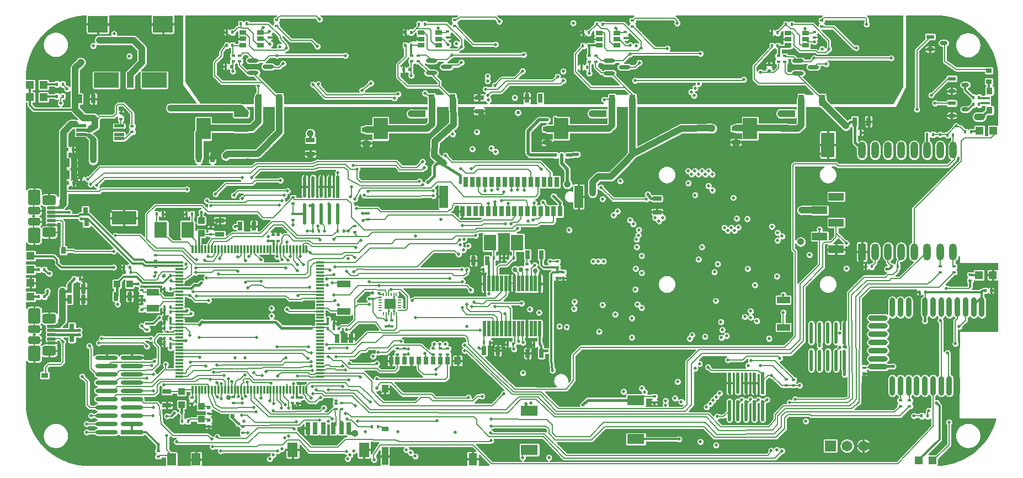
<source format=gtl>
%FSLAX33Y33*%
%MOMM*%
%AMRect-W1500000-H2600000-RO0.500*
21,1,1.5,2.6,0.,0.,270*%
%AMRect-W670710-H1320710-RO1.000*
21,1,0.67071,1.32071,0.,0.,180*%
%AMRect-W370710-H570710-RO1.500*
21,1,0.37071,0.57071,0.,0.,90*%
%AMRect-W1200000-H1200000-RO1.000*
21,1,1.2,1.2,0.,0.,180*%
%AMRect-W1291421-H1844948-RO1.000*
21,1,1.291421,1.844948,0.,0.,180*%
%AMRect-W370710-H570710-RO0.500*
21,1,0.37071,0.57071,0.,0.,270*%
%AMRect-W1650000-H1650000-RO1.500*
21,1,1.65,1.65,0.,0.,90*%
%AMRect-W370710-H570710-RO1.000*
21,1,0.37071,0.57071,0.,0.,180*%
%AMRect-W670710-H1320710-RO1.500*
21,1,0.67071,1.32071,0.,0.,90*%
%AMRect-W1140000-H2290000-RO0.500*
21,1,1.14,2.29,0.,0.,270*%
%AMRect-W600000-H1050000-RO0.500*
21,1,0.6,1.05,0.,0.,270*%
%AMRR-H2375000-W1900000-R299999-RO0.000*
21,1,1.300002,2.375,0.,0.,360*
21,1,1.9,1.775002,0.,0.,360*
1,1,0.599998,-0.650001,0.887501*
1,1,0.599998,0.650001,0.887501*
1,1,0.599998,0.650001,-0.887501*
1,1,0.599998,-0.650001,-0.887501*%
%AMRR-H1174999-W1900000-R299999-RO0.000*
21,1,1.300002,1.174999,0.,0.,360*
21,1,1.9,0.575001,0.,0.,360*
1,1,0.599998,-0.650001,0.2875005*
1,1,0.599998,0.650001,0.2875005*
1,1,0.599998,0.650001,-0.2875005*
1,1,0.599998,-0.650001,-0.2875005*%
%AMRR-H1475000-W2100000-R299999-RO0.000*
21,1,1.500002,1.475,0.,0.,360*
21,1,2.1,0.875002,0.,0.,360*
1,1,0.599998,-0.750001,0.437501*
1,1,0.599998,0.750001,0.437501*
1,1,0.599998,0.750001,-0.437501*
1,1,0.599998,-0.750001,-0.437501*%
%AMRR-H450000-W1380000-R100000-RO0.000*
21,1,1.18,0.45,0.,0.,360*
21,1,1.38,0.25,0.,0.,360*
1,1,0.2,-0.59,0.125*
1,1,0.2,0.59,0.125*
1,1,0.2,0.59,-0.125*
1,1,0.2,-0.59,-0.125*%
%AMRect-W1020000-H760000-RO1.500*
21,1,1.02,0.76,0.,0.,90*%
%AMRR-H637228-W1771339-R318614-RO0.000*
21,1,1.134111,0.637228,0.,0.,360*
1,1,0.637228,-0.5670555,0.*
1,1,0.637228,0.5670555,0.*
1,1,0.637228,0.5670555,-0.*
1,1,0.637228,-0.5670555,0.*%
%AMRect-W3810000-H2290000-RO1.000*
21,1,3.81,2.29,0.,0.,180*%
%AMRect-W1020000-H2290000-RO1.000*
21,1,1.02,2.29,0.,0.,180*%
%AMRect-W3000000-H2500000-RO1.000*
21,1,3.,2.5,0.,0.,180*%
%AMRect-W300000-H1200000-RO1.000*
21,1,0.3,1.2,0.,0.,180*%
%AMRect-W1200000-H300000-RO1.000*
21,1,1.2,0.3,0.,0.,180*%
%AMRect-W1000000-H1000000-RO1.000*
21,1,1.,1.,0.,0.,180*%
%AMRect-W2352833-H494928-RO1.500*
21,1,2.352833,0.494928,0.,0.,90*%
%AMRect-W3323205-H541421-RO0.500*
21,1,3.323205,0.541421,0.,0.,270*%
%AMRR-H541421-W3323205-R270710-RO0.500*
21,1,2.781785,0.541421,0.,0.,270*
21,1,3.323205,0.000001,0.,0.,270*
1,1,0.54142,0.0000005,1.3908925*
1,1,0.54142,0.0000005,-1.3908925*
1,1,0.54142,-0.0000005,-1.3908925*
1,1,0.54142,-0.0000005,1.3908925*%
%AMRect-W950000-H2150000-RO1.500*
21,1,0.95,2.15,0.,0.,90*%
%AMRect-W3250000-H2150000-RO1.500*
21,1,3.25,2.15,0.,0.,90*%
%AMRR-H750000-W750000-R375000-RO1.500*
1,1,0.75,-0.,-0.*
1,1,0.75,-0.,0.*
1,1,0.75,0.,0.*
1,1,0.75,0.,-0.*%
%AMRect-W670710-H1320710-RO0.500*
21,1,0.67071,1.32071,0.,0.,270*%
%AMRect-W670710-H870710-RO1.500*
21,1,0.67071,0.87071,0.,0.,90*%
%AMRect-W1020000-H760000-RO0.500*
21,1,1.02,0.76,0.,0.,270*%
%AMRR-H200000-W634948-R100000-RO0.000*
21,1,0.434948,0.2,0.,0.,360*
1,1,0.2,-0.217474,0.*
1,1,0.2,0.217474,0.*
1,1,0.2,0.217474,-0.*
1,1,0.2,-0.217474,0.*%
%AMRR-H634948-W200000-R100000-RO0.000*
21,1,0.2,0.434948,0.,0.,360*
1,1,0.2,0.,0.217474*
1,1,0.2,0.,0.217474*
1,1,0.2,0.,-0.217474*
1,1,0.2,-0.,-0.217474*%
%AMRR-H610710-W1188281-R305355-RO0.000*
21,1,0.577571,0.61071,0.,0.,360*
1,1,0.61071,-0.2887855,0.*
1,1,0.61071,0.2887855,0.*
1,1,0.61071,0.2887855,-0.*
1,1,0.61071,-0.2887855,0.*%
%AMRect-W3456201-H624928-RO1.000*
21,1,3.456201,0.624928,0.,0.,180*%
%AMRR-H624928-W3456201-R312464-RO1.000*
21,1,2.831273,0.624928,0.,0.,180*
1,1,0.624928,1.4156365,-0.*
1,1,0.624928,-1.4156365,-0.*
1,1,0.624928,-1.4156365,0.*
1,1,0.624928,1.4156365,0.*%
%AMRect-W1500000-H450000-RO1.000*
21,1,1.5,0.45,0.,0.,180*%
%AMRect-W400000-H800000-RO1.500*
21,1,0.4,0.8,0.,0.,90*%
%AMRect-W1000000-H900000-RO1.500*
21,1,1.,0.9,0.,0.,90*%
%AMRect-W1200000-H1200000-RO0.500*
21,1,1.2,1.2,0.,0.,270*%
%AMRect-W1600000-H2200000-RO1.000*
21,1,1.6,2.2,0.,0.,180*%
%AMRect-W700000-H1800000-RO1.000*
21,1,0.7,1.8,0.,0.,180*%
%AMRect-W1000000-H1000000-RO0.500*
21,1,1.,1.,0.,0.,270*%
%AMRect-W1000000-H1000000-RO1.500*
21,1,1.,1.,0.,0.,90*%
%AMRect-W1000000-H2000000-RO0.500*
21,1,1.,2.,0.,0.,270*%
%AMRect-W1000000-H1800000-RO1.500*
21,1,1.,1.8,0.,0.,90*%
%AMRR-H750000-W750000-R375000-RO0.000*
1,1,0.75,0.,0.*
1,1,0.75,0.,0.*
1,1,0.75,0.,-0.*
1,1,0.75,-0.,0.*%
%AMRect-W700000-H1500000-RO1.000*
21,1,0.7,1.5,0.,0.,180*%
%AMRect-W1300000-H3400000-RO1.000*
21,1,1.3,3.4,0.,0.,180*%
%AMRR-H850000-W3000000-R425000-RO0.500*
21,1,2.15,0.85,0.,0.,270*
1,1,0.85,0.,1.075*
1,1,0.85,0.,-1.075*
1,1,0.85,-0.,-1.075*
1,1,0.85,-0.,1.075*%
%AMRR-H3000000-W850000-R425000-RO0.500*
21,1,0.85,2.15,0.,0.,270*
1,1,0.85,1.075,0.*
1,1,0.85,1.075,-0.*
1,1,0.85,-1.075,-0.*
1,1,0.85,-1.075,0.*%
%AMRect-W2000000-H3800000-RO0.500*
21,1,2.,3.8,0.,0.,270*%
%AMRect-W2570710-H1170710-RO1.500*
21,1,2.57071,1.17071,0.,0.,90*%
%AMRR-H1170710-W2570710-R585355-RO1.500*
21,1,1.4,1.17071,0.,0.,90*
1,1,1.17071,-0.,-0.7*
1,1,1.17071,-0.,0.7*
1,1,1.17071,0.,0.7*
1,1,1.17071,0.,-0.7*%
%AMRect-W1900000-H2400000-RO1.000*
21,1,1.9,2.4,0.,0.,180*%
%ADD10C,0.0508*%
%ADD11C,0.2032*%
%ADD12C,0.3048*%
%ADD13C,1.016*%
%ADD14C,0.4*%
%ADD15C,0.508*%
%ADD16C,0.127*%
%ADD17C,1.0668*%
%ADD18C,0.5588*%
%ADD19R,0.37071X0.57071*%
%ADD20Rect-W1500000-H2600000-RO0.500*%
%ADD21Rect-W670710-H1320710-RO1.000*%
%ADD22R,0.7X1.2*%
%ADD23R,1.X1.2*%
%ADD24R,1.X0.8*%
%ADD25R,1.3X1.9*%
%ADD26R,1.X2.8*%
%ADD27Rect-W370710-H570710-RO1.500*%
%ADD28R,2.X3.8*%
%ADD29Rect-W1200000-H1200000-RO1.000*%
%ADD30Rect-W1291421-H1844948-RO1.000*%
%ADD31Rect-W370710-H570710-RO0.500*%
%ADD32C,1.65*%
%ADD33Rect-W1650000-H1650000-RO1.500*%
%ADD34Rect-W370710-H570710-RO1.000*%
%ADD35Rect-W670710-H1320710-RO1.500*%
%ADD36Rect-W1140000-H2290000-RO0.500*%
%ADD37Rect-W600000-H1050000-RO0.500*%
%ADD38RR-H2375000-W1900000-R299999-RO0.000*%
%ADD39RR-H1174999-W1900000-R299999-RO0.000*%
%ADD40RR-H1475000-W2100000-R299999-RO0.000*%
%ADD41RR-H450000-W1380000-R100000-RO0.000*%
%ADD42Rect-W1020000-H760000-RO1.500*%
%ADD43RR-H637228-W1771339-R318614-RO0.000*%
%ADD44Rect-W3810000-H2290000-RO1.000*%
%ADD45Rect-W1020000-H2290000-RO1.000*%
%ADD46Rect-W3000000-H2500000-RO1.000*%
%ADD47R,0.67071X1.32071*%
%ADD48Rect-W300000-H1200000-RO1.000*%
%ADD49Rect-W1200000-H300000-RO1.000*%
%ADD50Rect-W1000000-H1000000-RO1.000*%
%ADD51Rect-W2352833-H494928-RO1.500*%
%ADD52R,0.82071X1.67071*%
%ADD53Rect-W3323205-H541421-RO0.500*%
%ADD54RR-H541421-W3323205-R270710-RO0.500*%
%ADD55Rect-W950000-H2150000-RO1.500*%
%ADD56Rect-W3250000-H2150000-RO1.500*%
%ADD57RR-H750000-W750000-R375000-RO1.500*%
%ADD58Rect-W670710-H1320710-RO0.500*%
%ADD59Rect-W670710-H870710-RO1.500*%
%ADD60Rect-W1020000-H760000-RO0.500*%
%ADD61R,1.7X1.54*%
%ADD62RR-H200000-W634948-R100000-RO0.000*%
%ADD63RR-H634948-W200000-R100000-RO0.000*%
%ADD64R,1.188281X0.61071*%
%ADD65RR-H610710-W1188281-R305355-RO0.000*%
%ADD66Rect-W3456201-H624928-RO1.000*%
%ADD67RR-H624928-W3456201-R312464-RO1.000*%
%ADD68Rect-W1500000-H450000-RO1.000*%
%ADD69R,1.9X2.4*%
%ADD70Rect-W400000-H800000-RO1.500*%
%ADD71Rect-W1000000-H900000-RO1.500*%
%ADD72Rect-W1200000-H1200000-RO0.500*%
%ADD73Rect-W1600000-H2200000-RO1.000*%
%ADD74Rect-W700000-H1800000-RO1.000*%
%ADD75R,1.02X0.76*%
%ADD76Rect-W1000000-H1000000-RO0.500*%
%ADD77Rect-W1000000-H1000000-RO1.500*%
%ADD78Rect-W1000000-H2000000-RO0.500*%
%ADD79Rect-W1000000-H1800000-RO1.500*%
%ADD80RR-H750000-W750000-R375000-RO0.000*%
%ADD81Rect-W700000-H1500000-RO1.000*%
%ADD82Rect-W1300000-H3400000-RO1.000*%
%ADD83RR-H850000-W3000000-R425000-RO0.500*%
%ADD84RR-H3000000-W850000-R425000-RO0.500*%
%ADD85Rect-W2000000-H3800000-RO0.500*%
%ADD86Rect-W2570710-H1170710-RO1.500*%
%ADD87RR-H1170710-W2570710-R585355-RO1.500*%
%ADD88Rect-W1900000-H2400000-RO1.000*%
D10*
%LNpour fill*%
G01*
X11196Y50603D02*
X11196Y50603D01*
X10750Y51050*
X10550Y51200*
X10125Y51425*
X9775Y51425*
X9750Y51400*
X9750Y51400*
X9675Y51400*
X9675Y51125*
X9752Y51048*
X9772Y51040*
X9772Y51040*
X9800Y51023*
X9800Y51023*
X9826Y51001*
X9826Y51001*
X9848Y50975*
X9848Y50975*
X9865Y50947*
X9865Y50947*
X9873Y50927*
X10275Y50525*
X11164Y50525*
X11196Y50603*
X10225Y50575D02*
X11185Y50575D01*
X10176Y50624D02*
X11176Y50624D01*
X10126Y50674D02*
X11126Y50674D01*
X10077Y50723D02*
X11077Y50723D01*
X10027Y50773D02*
X11027Y50773D01*
X9978Y50822D02*
X10978Y50822D01*
X9928Y50872D02*
X10928Y50872D01*
X9879Y50921D02*
X10879Y50921D01*
X9850Y50971D02*
X10829Y50971D01*
X9803Y51020D02*
X10780Y51020D01*
X9730Y51070D02*
X10724Y51070D01*
X9681Y51119D02*
X10658Y51119D01*
X9675Y51169D02*
X10591Y51169D01*
X9675Y51218D02*
X10515Y51218D01*
X9675Y51268D02*
X10422Y51268D01*
X9675Y51317D02*
X10328Y51317D01*
X9675Y51367D02*
X10235Y51367D01*
X9767Y51417D02*
X10141Y51417D01*
%LNpour fill*%
X6365Y22400D02*
X6365Y22400D01*
X6365Y22755*
X5425Y22755*
X5425Y22400*
X5425Y22400*
X5200Y22175*
X5200Y22175*
X4925Y22050*
X4925Y21607*
X5006Y21600*
X5565Y21600*
X6365Y22400*
X4925Y21650D02*
X5615Y21650D01*
X4925Y21699D02*
X5664Y21699D01*
X4925Y21749D02*
X5714Y21749D01*
X4925Y21798D02*
X5763Y21798D01*
X4925Y21848D02*
X5813Y21848D01*
X4925Y21897D02*
X5862Y21897D01*
X4925Y21947D02*
X5912Y21947D01*
X4925Y21996D02*
X5961Y21996D01*
X4925Y22046D02*
X6011Y22046D01*
X5025Y22095D02*
X6060Y22095D01*
X5134Y22145D02*
X6110Y22145D01*
X5219Y22194D02*
X6159Y22194D01*
X5269Y22244D02*
X6209Y22244D01*
X5318Y22293D02*
X6258Y22293D01*
X5368Y22343D02*
X6308Y22343D01*
X5417Y22392D02*
X6357Y22392D01*
X5425Y22442D02*
X6365Y22442D01*
X5425Y22492D02*
X6365Y22492D01*
X5425Y22541D02*
X6365Y22541D01*
X5425Y22591D02*
X6365Y22591D01*
X5425Y22640D02*
X6365Y22640D01*
X5425Y22690D02*
X6365Y22690D01*
X5425Y22739D02*
X6365Y22739D01*
%LNpour fill*%
X10370Y51650D02*
X10370Y51650D01*
X10625Y51775*
X10225Y52150*
X9752Y52150*
X9708Y52139*
X9708Y52139*
X9675Y52137*
X9675Y52137*
X9655Y52137*
X9600Y52100*
X9600Y51750*
X9691Y51712*
X9708Y51711*
X9708Y51711*
X9741Y51703*
X9741Y51703*
X9776Y51688*
X9856Y51681*
X9856Y51681*
X9933Y51657*
X9933Y51657*
X9984Y51630*
X10370Y51650*
X9860Y51679D02*
X10429Y51679D01*
X9652Y51729D02*
X10530Y51729D01*
X9600Y51778D02*
X10622Y51778D01*
X9600Y51828D02*
X10569Y51828D01*
X9600Y51877D02*
X10516Y51877D01*
X9600Y51927D02*
X10463Y51927D01*
X9600Y51976D02*
X10410Y51976D01*
X9600Y52026D02*
X10358Y52026D01*
X9600Y52075D02*
X10305Y52075D01*
X9637Y52125D02*
X10252Y52125D01*
%LNpour fill*%
X6650Y40450D02*
X6650Y40450D01*
X6650Y41275*
X5650Y41275*
X5650Y40510*
X5650Y40510*
X5265Y40125*
X5265Y40125*
X4850Y40125*
X4850Y39975*
X4950Y39875*
X6075Y39875*
X6650Y40450*
X4900Y39925D02*
X6125Y39925D01*
X4851Y39974D02*
X6174Y39974D01*
X4850Y40024D02*
X6224Y40024D01*
X4850Y40073D02*
X6273Y40073D01*
X4850Y40123D02*
X6323Y40123D01*
X5312Y40172D02*
X6372Y40172D01*
X5362Y40222D02*
X6422Y40222D01*
X5411Y40271D02*
X6471Y40271D01*
X5461Y40321D02*
X6521Y40321D01*
X5510Y40370D02*
X6570Y40370D01*
X5560Y40420D02*
X6620Y40420D01*
X5609Y40469D02*
X6650Y40469D01*
X5650Y40519D02*
X6650Y40519D01*
X5650Y40568D02*
X6650Y40568D01*
X5650Y40618D02*
X6650Y40618D01*
X5650Y40667D02*
X6650Y40667D01*
X5650Y40717D02*
X6650Y40717D01*
X5650Y40767D02*
X6650Y40767D01*
X5650Y40816D02*
X6650Y40816D01*
X5650Y40866D02*
X6650Y40866D01*
X5650Y40915D02*
X6650Y40915D01*
X5650Y40965D02*
X6650Y40965D01*
X5650Y41014D02*
X6650Y41014D01*
X5650Y41064D02*
X6650Y41064D01*
X5650Y41113D02*
X6650Y41113D01*
X5650Y41163D02*
X6650Y41163D01*
X5650Y41212D02*
X6650Y41212D01*
X5650Y41262D02*
X6650Y41262D01*
%LNpour fill*%
X78806Y56100D02*
X78806Y56100D01*
X78806Y56100*
X78796Y56139*
X78796Y56139*
X78793Y56179*
X78793Y56179*
X78793Y56264*
X78781Y56297*
X78781Y56297*
X78765Y56425*
X78765Y56425*
X78781Y56553*
X78781Y56553*
X78793Y56585*
X78793Y57500*
X78793Y57500*
X78796Y57540*
X78796Y57540*
X78806Y57579*
X78806Y57579*
X78821Y57616*
X78821Y57616*
X78842Y57650*
X78842Y57650*
X78868Y57680*
X78868Y57680*
X78898Y57706*
X78898Y57707*
X78932Y57727*
X78932Y57727*
X78969Y57743*
X78969Y57743*
X79008Y57752*
X79008Y57752*
X79048Y57755*
X79048Y57755*
X79719Y57755*
X79719Y57755*
X79759Y57752*
X79759Y57752*
X79798Y57743*
X79798Y57743*
X79835Y57727*
X79835Y57727*
X79869Y57707*
X79869Y57706*
X79900Y57680*
X79900Y57680*
X79926Y57650*
X79926Y57650*
X79947Y57616*
X79947Y57616*
X79962Y57579*
X79962Y57579*
X79971Y57540*
X79971Y57540*
X79974Y57500*
X79974Y57500*
X79974Y56179*
X79974Y56179*
X79971Y56139*
X79971Y56139*
X79962Y56100*
X79962Y56100*
X79920Y56000*
X89014Y56000*
X89030Y56134*
X88969Y56149*
X88969Y56149*
X88861Y56206*
X88861Y56206*
X88769Y56287*
X88769Y56287*
X88699Y56388*
X88699Y56388*
X88656Y56503*
X88656Y56503*
X88641Y56625*
X88641Y56625*
X88656Y56747*
X88656Y56747*
X88699Y56862*
X88699Y56862*
X88769Y56963*
X88769Y56963*
X88861Y57044*
X88861Y57044*
X88969Y57101*
X88969Y57101*
X89089Y57131*
X89089Y57131*
X89211Y57131*
X89211Y57131*
X89331Y57101*
X89331Y57101*
X89439Y57044*
X89439Y57044*
X89481Y57007*
X89715Y57007*
X89715Y57335*
X89715Y57335*
X89718Y57375*
X89718Y57375*
X89727Y57414*
X89727Y57414*
X89742Y57451*
X89742Y57451*
X89763Y57485*
X89763Y57485*
X89789Y57516*
X89789Y57516*
X89820Y57542*
X89820Y57542*
X89854Y57563*
X89854Y57563*
X89891Y57578*
X89891Y57578*
X89930Y57587*
X89930Y57587*
X89970Y57591*
X89970Y57591*
X90790Y57591*
X90790Y57591*
X90830Y57587*
X90830Y57587*
X90869Y57578*
X90869Y57578*
X90906Y57563*
X90906Y57563*
X90941Y57542*
X90941Y57542*
X90971Y57516*
X90971Y57516*
X90997Y57485*
X90997Y57485*
X91019Y57450*
X92787Y57450*
X92826Y57544*
X92252Y58118*
X87175Y58118*
X87175Y58118*
X87105Y58125*
X87105Y58125*
X87038Y58145*
X87038Y58145*
X86977Y58178*
X86977Y58178*
X86922Y58223*
X86922Y58223*
X84498Y60647*
X84498Y60647*
X84453Y60702*
X84453Y60702*
X84420Y60763*
X84420Y60763*
X84400Y60830*
X84400Y60830*
X84393Y60900*
X84393Y60900*
X84393Y63650*
X84393Y63650*
X84396Y63679*
X84398Y63707*
X84398Y63707*
X84399Y63713*
X84400Y63720*
X84400Y63720*
X84408Y63747*
X84416Y63775*
X84416Y63775*
X84418Y63781*
X84420Y63787*
X84420Y63787*
X84434Y63812*
X84446Y63838*
X84446Y63838*
X84450Y63843*
X84453Y63848*
X84453Y63848*
X84471Y63871*
X84489Y63893*
X84489Y63893*
X85455Y64931*
X85455Y65166*
X85455Y65166*
X85458Y65206*
X85458Y65206*
X85467Y65245*
X85467Y65245*
X85483Y65282*
X85483Y65282*
X85504Y65316*
X85504Y65316*
X85530Y65347*
X85530Y65347*
X85560Y65373*
X85560Y65373*
X85594Y65393*
X85594Y65394*
X85631Y65409*
X85631Y65409*
X85670Y65418*
X85670Y65418*
X85710Y65421*
X85710Y65421*
X86081Y65421*
X86081Y65421*
X86121Y65418*
X86121Y65418*
X86160Y65409*
X86160Y65409*
X86197Y65394*
X86197Y65393*
X86231Y65373*
X86231Y65373*
X86261Y65347*
X86261Y65347*
X86346Y65248*
X86430Y65347*
X86430Y65347*
X86460Y65373*
X86460Y65373*
X86494Y65393*
X86494Y65394*
X86531Y65409*
X86531Y65409*
X86570Y65418*
X86570Y65418*
X86610Y65421*
X86610Y65421*
X86981Y65421*
X86981Y65421*
X87021Y65418*
X87021Y65418*
X87060Y65409*
X87060Y65409*
X87101Y65392*
X87661Y65392*
X87617Y65496*
X87617Y65496*
X87608Y65535*
X87608Y65535*
X87605Y65575*
X87605Y65575*
X87605Y65786*
X87605Y65786*
X88448Y65786*
X88448Y65964*
X87605Y65964*
X87605Y65964*
X87605Y66175*
X87605Y66175*
X87608Y66215*
X87608Y66215*
X87617Y66254*
X87617Y66254*
X87633Y66291*
X87633Y66291*
X87669Y66350*
X87633Y66409*
X87633Y66409*
X87617Y66446*
X87617Y66446*
X87608Y66485*
X87608Y66485*
X87605Y66525*
X87605Y66525*
X87605Y67088*
X87511Y67127*
X87236Y66852*
X87236Y66604*
X87236Y66604*
X87233Y66564*
X87233Y66564*
X87224Y66525*
X87224Y66525*
X87208Y66488*
X87208Y66488*
X87187Y66454*
X87187Y66454*
X87161Y66424*
X87161Y66424*
X87131Y66398*
X87131Y66398*
X87097Y66377*
X87097Y66377*
X87060Y66362*
X87060Y66362*
X87021Y66352*
X87021Y66352*
X86981Y66349*
X86981Y66349*
X86610Y66349*
X86610Y66349*
X86570Y66352*
X86570Y66352*
X86531Y66362*
X86531Y66362*
X86494Y66377*
X86494Y66377*
X86460Y66398*
X86460Y66398*
X86430Y66424*
X86430Y66424*
X86346Y66522*
X86261Y66424*
X86261Y66424*
X86231Y66398*
X86231Y66398*
X86197Y66377*
X86197Y66377*
X86160Y66362*
X86160Y66362*
X86121Y66352*
X86121Y66352*
X86081Y66349*
X86081Y66349*
X86022Y66349*
X86022Y66349*
X86022Y67430*
X86022Y67430*
X86081Y67430*
X86081Y67430*
X86121Y67427*
X86121Y67427*
X86160Y67418*
X86160Y67418*
X86197Y67402*
X86197Y67402*
X86231Y67382*
X86231Y67381*
X86261Y67356*
X86261Y67355*
X86346Y67257*
X86430Y67355*
X86430Y67356*
X86460Y67381*
X86460Y67382*
X86494Y67402*
X86494Y67402*
X86531Y67418*
X86531Y67418*
X86570Y67427*
X86570Y67427*
X86610Y67430*
X86610Y67430*
X86805Y67430*
X87605Y68230*
X87605Y68451*
X87605Y68451*
X87608Y68491*
X87608Y68491*
X87617Y68530*
X87617Y68530*
X87633Y68567*
X87633Y68567*
X87654Y68601*
X87654Y68601*
X87680Y68632*
X87680Y68632*
X87710Y68658*
X87710Y68658*
X87744Y68679*
X87744Y68679*
X87781Y68694*
X87781Y68694*
X87820Y68704*
X87820Y68704*
X87860Y68707*
X87860Y68707*
X88231Y68707*
X88231Y68707*
X88271Y68704*
X88271Y68704*
X88310Y68694*
X88310Y68694*
X88347Y68679*
X88347Y68679*
X88381Y68658*
X88381Y68658*
X88411Y68632*
X88411Y68632*
X88496Y68533*
X88580Y68632*
X88580Y68632*
X88610Y68658*
X88610Y68658*
X88644Y68679*
X88644Y68679*
X88681Y68694*
X88681Y68694*
X88720Y68704*
X88720Y68704*
X88760Y68707*
X88760Y68707*
X89131Y68707*
X89131Y68707*
X89171Y68704*
X89171Y68704*
X89210Y68694*
X89210Y68694*
X89247Y68679*
X89247Y68679*
X89281Y68658*
X89281Y68658*
X89311Y68632*
X89311Y68632*
X89349Y68588*
X92169Y68588*
X92169Y68588*
X92239Y68581*
X92239Y68581*
X92305Y68561*
X92306Y68561*
X92367Y68528*
X92367Y68528*
X92421Y68483*
X92421Y68483*
X92897Y68008*
X92988Y68041*
X92993Y68106*
X92993Y68106*
X93003Y68145*
X93003Y68145*
X93018Y68182*
X93018Y68182*
X93039Y68216*
X93039Y68216*
X93065Y68247*
X93065Y68247*
X93164Y68331*
X93065Y68415*
X93065Y68415*
X93039Y68445*
X93039Y68445*
X93018Y68479*
X93018Y68479*
X93003Y68516*
X93003Y68516*
X92993Y68555*
X92993Y68555*
X92990Y68595*
X92990Y68595*
X92990Y68966*
X92990Y68966*
X92993Y69006*
X92993Y69006*
X93003Y69045*
X93003Y69045*
X93018Y69082*
X93018Y69082*
X93039Y69116*
X93039Y69116*
X93065Y69147*
X93065Y69147*
X93095Y69173*
X93095Y69173*
X93130Y69193*
X93130Y69194*
X93167Y69209*
X93167Y69209*
X93206Y69218*
X93206Y69218*
X93246Y69221*
X93246Y69221*
X93467Y69221*
X93648Y69402*
X93648Y69402*
X93710Y69454*
X93674Y69554*
X72793Y69554*
X72755Y69460*
X73074Y69141*
X73136Y69141*
X73136Y69141*
X73256Y69112*
X73256Y69112*
X73364Y69054*
X73364Y69054*
X73456Y68973*
X73456Y68973*
X73526Y68872*
X73526Y68872*
X73569Y68757*
X73569Y68757*
X73584Y68635*
X73584Y68635*
X73569Y68513*
X73569Y68513*
X73526Y68399*
X73526Y68399*
X73456Y68298*
X73456Y68298*
X73364Y68216*
X73364Y68216*
X73256Y68159*
X73256Y68159*
X73136Y68130*
X73136Y68130*
X73014Y68130*
X73014Y68130*
X72894Y68159*
X72894Y68159*
X72786Y68216*
X72786Y68216*
X72694Y68298*
X72694Y68298*
X72624Y68399*
X72624Y68399*
X72581Y68513*
X72581Y68513*
X72565Y68641*
X72313Y68893*
X67126Y68893*
X67005Y68773*
X67005Y68773*
X66995Y68765*
X66987Y68755*
X66987Y68755*
X66968Y68742*
X66951Y68728*
X66951Y68728*
X66940Y68722*
X66930Y68715*
X66930Y68715*
X66909Y68706*
X66890Y68695*
X66890Y68695*
X66877Y68692*
X66866Y68686*
X66866Y68686*
X66788Y68660*
X66784Y68614*
X66784Y68614*
X66775Y68575*
X66775Y68575*
X66760Y68538*
X66760Y68538*
X66739Y68504*
X66739Y68504*
X66713Y68474*
X66713Y68474*
X66614Y68390*
X66713Y68305*
X66713Y68305*
X66739Y68275*
X66739Y68275*
X66760Y68241*
X66760Y68241*
X66775Y68204*
X66775Y68204*
X66784Y68165*
X66784Y68165*
X66787Y68125*
X66787Y68125*
X66787Y67892*
X69229Y65451*
X72150Y65451*
X72220Y65513*
X72220Y65513*
X72329Y65570*
X72329Y65570*
X72448Y65599*
X72448Y65599*
X72571Y65599*
X72571Y65599*
X72690Y65570*
X72690Y65570*
X72799Y65513*
X72799Y65513*
X72890Y65432*
X72890Y65432*
X72960Y65331*
X72960Y65331*
X73004Y65216*
X73004Y65216*
X73018Y65094*
X73018Y65094*
X73004Y64972*
X73004Y64972*
X72960Y64857*
X72960Y64857*
X72890Y64756*
X72890Y64756*
X72799Y64675*
X72799Y64675*
X72690Y64618*
X72690Y64618*
X72571Y64588*
X72571Y64588*
X72448Y64588*
X72448Y64588*
X72329Y64618*
X72329Y64618*
X72220Y64675*
X72220Y64675*
X72150Y64737*
X69081Y64737*
X69081Y64737*
X69011Y64744*
X69011Y64744*
X68945Y64764*
X68944Y64764*
X68883Y64797*
X68883Y64797*
X68829Y64842*
X68829Y64842*
X67759Y65911*
X67666Y65872*
X67666Y65051*
X67710Y64987*
X67710Y64987*
X67753Y64872*
X67753Y64872*
X67768Y64750*
X67768Y64750*
X67753Y64628*
X67753Y64628*
X67710Y64513*
X67710Y64513*
X67640Y64412*
X67640Y64412*
X67548Y64331*
X67548Y64331*
X67440Y64274*
X67440Y64274*
X67320Y64244*
X67320Y64244*
X67258Y64244*
X66947Y63934*
X66986Y63840*
X76438Y63840*
X76528Y63920*
X76529Y63920*
X76637Y63977*
X76637Y63977*
X76756Y64006*
X76756Y64006*
X76879Y64006*
X76879Y64006*
X76998Y63977*
X76998Y63977*
X77107Y63920*
X77107Y63920*
X77199Y63838*
X77199Y63838*
X77269Y63737*
X77269Y63737*
X77312Y63623*
X77312Y63623*
X77327Y63501*
X77327Y63501*
X77312Y63379*
X77312Y63379*
X77269Y63264*
X77269Y63264*
X77199Y63163*
X77199Y63163*
X77107Y63082*
X77107Y63082*
X76998Y63025*
X76998Y63025*
X76879Y62995*
X76879Y62995*
X76756Y62995*
X76756Y62995*
X76637Y63025*
X76637Y63025*
X76529Y63082*
X76528Y63082*
X76478Y63126*
X66180Y63126*
X66109Y63064*
X66109Y63064*
X66001Y63007*
X66001Y63007*
X65881Y62977*
X65881Y62977*
X65819Y62977*
X65335Y62493*
X65335Y62493*
X65281Y62449*
X65281Y62449*
X65219Y62416*
X65219Y62416*
X65089Y62376*
X65108Y62247*
X66675Y62247*
X66748Y62320*
X66763Y62447*
X66763Y62447*
X66807Y62562*
X66807Y62562*
X66876Y62663*
X66877Y62663*
X66968Y62744*
X66968Y62744*
X67077Y62801*
X67077Y62801*
X67196Y62831*
X67196Y62831*
X67319Y62831*
X67319Y62831*
X67438Y62801*
X67438Y62801*
X67547Y62744*
X67547Y62744*
X67639Y62663*
X67639Y62663*
X67709Y62562*
X67709Y62562*
X67752Y62447*
X67752Y62447*
X67767Y62325*
X67767Y62325*
X67752Y62203*
X67752Y62203*
X67709Y62088*
X67709Y62088*
X67639Y61987*
X67639Y61987*
X67547Y61906*
X67547Y61906*
X67438Y61849*
X67438Y61849*
X67319Y61819*
X67319Y61819*
X67257Y61819*
X67075Y61637*
X67075Y61637*
X67021Y61593*
X67021Y61593*
X66959Y61560*
X66959Y61560*
X66892Y61540*
X66892Y61540*
X66822Y61533*
X66822Y61533*
X66108Y61533*
X66082Y61445*
X66082Y61445*
X66029Y61346*
X66029Y61346*
X65957Y61260*
X65957Y61260*
X65871Y61188*
X65871Y61188*
X65772Y61135*
X65772Y61135*
X65664Y61103*
X65664Y61103*
X65552Y61092*
X65552Y61092*
X64418Y61092*
X64418Y61092*
X64306Y61103*
X64306Y61103*
X64199Y61135*
X64199Y61135*
X64100Y61188*
X64100Y61188*
X64013Y61260*
X64013Y61260*
X63942Y61346*
X63942Y61346*
X63889Y61445*
X63889Y61445*
X63856Y61553*
X63856Y61553*
X63845Y61665*
X63845Y61665*
X63856Y61776*
X63856Y61776*
X63889Y61884*
X63889Y61884*
X63942Y61983*
X63942Y61983*
X64013Y62070*
X64013Y62070*
X64100Y62141*
X64100Y62141*
X64199Y62194*
X64199Y62194*
X64306Y62227*
X64307Y62227*
X64485Y62244*
X64478Y62389*
X63725Y62389*
X63676Y62296*
X63676Y62296*
X63605Y62210*
X63605Y62210*
X63518Y62138*
X63518Y62138*
X63419Y62085*
X63419Y62085*
X63311Y62053*
X63311Y62053*
X63199Y62042*
X63199Y62042*
X62065Y62042*
X62065Y62042*
X61954Y62053*
X61954Y62053*
X61846Y62085*
X61846Y62085*
X61697Y62165*
X61620Y62055*
X62474Y61288*
X63199Y61288*
X63199Y61288*
X63311Y61277*
X63311Y61277*
X63419Y61244*
X63419Y61244*
X63518Y61191*
X63518Y61191*
X63605Y61120*
X63605Y61120*
X63676Y61033*
X63676Y61033*
X63729Y60934*
X63729Y60934*
X63761Y60826*
X63761Y60826*
X63772Y60715*
X63772Y60715*
X63761Y60603*
X63761Y60603*
X63729Y60495*
X63729Y60495*
X63676Y60396*
X63676Y60396*
X63605Y60310*
X63605Y60310*
X63528Y60247*
X64126Y59648*
X64126Y59648*
X64171Y59594*
X64171Y59594*
X64204Y59532*
X64204Y59532*
X64224Y59465*
X64224Y59465*
X64231Y59396*
X64231Y59396*
X64231Y58823*
X65379Y57675*
X65452Y57680*
X65452Y57680*
X66273Y57680*
X66273Y57680*
X66313Y57677*
X66313Y57677*
X66352Y57668*
X66352Y57668*
X66389Y57652*
X66389Y57652*
X66423Y57632*
X66423Y57631*
X66453Y57606*
X66453Y57605*
X66479Y57575*
X66479Y57575*
X66500Y57541*
X66500Y57541*
X66516Y57504*
X66516Y57504*
X66525Y57465*
X66525Y57465*
X66528Y57425*
X66528Y57425*
X66528Y57096*
X66598Y57015*
X66598Y57015*
X66672Y56885*
X66672Y56885*
X66719Y56743*
X66719Y56743*
X66738Y56594*
X66738Y56594*
X66754Y56000*
X71158Y56000*
X71186Y56116*
X71112Y56155*
X71112Y56155*
X71020Y56236*
X71020Y56236*
X70950Y56337*
X70950Y56337*
X70907Y56452*
X70808Y56367*
X70808Y56367*
X70774Y56347*
X70774Y56347*
X70737Y56331*
X70737Y56331*
X70698Y56322*
X70698Y56322*
X70658Y56319*
X70658Y56319*
X70125Y56319*
X70125Y56319*
X70125Y57500*
X70125Y57500*
X70658Y57500*
X70658Y57500*
X70698Y57497*
X70698Y57497*
X70737Y57487*
X70737Y57487*
X70789Y57466*
X70954Y57706*
X70780Y57749*
X70780Y57749*
X70671Y57806*
X70671Y57806*
X70579Y57887*
X70579Y57887*
X70509Y57988*
X70509Y57988*
X70466Y58103*
X70466Y58103*
X70451Y58225*
X70451Y58225*
X70466Y58347*
X70466Y58347*
X70509Y58462*
X70509Y58462*
X70579Y58563*
X70579Y58563*
X70671Y58644*
X70671Y58644*
X70780Y58701*
X70780Y58701*
X70899Y58731*
X70899Y58731*
X71022Y58731*
X71022Y58731*
X71141Y58701*
X71141Y58701*
X71250Y58644*
X71250Y58644*
X71320Y58582*
X71890Y58582*
X71866Y58785*
X71866Y58785*
X71881Y58907*
X71881Y58907*
X71924Y59022*
X71924Y59022*
X71994Y59123*
X71994Y59123*
X72086Y59204*
X72086Y59204*
X72194Y59261*
X72194Y59261*
X72314Y59291*
X72314Y59291*
X72376Y59291*
X73187Y60102*
X73187Y60102*
X73242Y60147*
X73242Y60147*
X73303Y60180*
X73303Y60180*
X73370Y60200*
X73370Y60200*
X73440Y60207*
X73440Y60207*
X75327Y60207*
X76115Y60995*
X76131Y61122*
X76131Y61122*
X76174Y61237*
X76174Y61237*
X76244Y61338*
X76244Y61338*
X76336Y61419*
X76336Y61419*
X76444Y61476*
X76444Y61476*
X76564Y61506*
X76564Y61506*
X76686Y61506*
X76686Y61506*
X76806Y61476*
X76806Y61476*
X76914Y61419*
X76914Y61419*
X77006Y61338*
X77006Y61338*
X77076Y61237*
X77076Y61237*
X77119Y61122*
X77119Y61122*
X77134Y61000*
X77134Y61000*
X77119Y60878*
X77119Y60878*
X77076Y60763*
X77076Y60763*
X77006Y60662*
X77006Y60662*
X76914Y60581*
X76914Y60581*
X76806Y60524*
X76806Y60524*
X76686Y60494*
X76686Y60494*
X76624Y60494*
X76030Y59901*
X76069Y59807*
X81177Y59807*
X81515Y60145*
X81531Y60272*
X81531Y60272*
X81574Y60387*
X81574Y60387*
X81644Y60488*
X81644Y60488*
X81736Y60569*
X81736Y60569*
X81844Y60626*
X81844Y60626*
X81964Y60656*
X81964Y60656*
X82086Y60656*
X82086Y60656*
X82206Y60626*
X82206Y60626*
X82314Y60569*
X82314Y60569*
X82406Y60488*
X82406Y60488*
X82476Y60387*
X82476Y60387*
X82519Y60272*
X82519Y60272*
X82534Y60150*
X82534Y60150*
X82516Y59999*
X82592Y59947*
X82694Y60001*
X82694Y60001*
X82814Y60031*
X82814Y60031*
X82936Y60031*
X82936Y60031*
X83056Y60001*
X83056Y60001*
X83164Y59944*
X83164Y59944*
X83256Y59863*
X83256Y59863*
X83326Y59762*
X83326Y59762*
X83369Y59647*
X83369Y59647*
X83384Y59525*
X83384Y59525*
X83369Y59403*
X83369Y59403*
X83326Y59288*
X83326Y59288*
X83256Y59187*
X83256Y59187*
X83164Y59106*
X83164Y59106*
X83056Y59049*
X83056Y59049*
X82920Y59015*
X82727Y58823*
X82727Y58823*
X82673Y58778*
X82673Y58778*
X82612Y58745*
X82612Y58745*
X82545Y58725*
X82545Y58725*
X82475Y58718*
X82475Y58718*
X74708Y58718*
X73552Y57548*
X73552Y57548*
X73526Y57526*
X73500Y57505*
X73500Y57505*
X73499Y57504*
X73498Y57503*
X73498Y57503*
X73468Y57487*
X73439Y57471*
X73439Y57471*
X73438Y57471*
X73437Y57470*
X73437Y57470*
X73404Y57460*
X73372Y57450*
X73372Y57450*
X73371Y57450*
X73370Y57450*
X73370Y57450*
X73336Y57447*
X73302Y57443*
X73302Y57443*
X72007Y57443*
X71779Y57215*
X71773Y57163*
X71773Y57163*
X71729Y57049*
X71729Y57049*
X71691Y56993*
X71782Y56912*
X71782Y56912*
X71852Y56811*
X71852Y56811*
X71896Y56696*
X71896Y56696*
X71911Y56574*
X71911Y56574*
X71896Y56452*
X71896Y56452*
X71852Y56337*
X71852Y56337*
X71782Y56236*
X71782Y56236*
X71691Y56155*
X71691Y56155*
X71616Y56116*
X71645Y56000*
X76747Y56000*
X76706Y56100*
X76706Y56100*
X76696Y56139*
X76696Y56139*
X76693Y56179*
X76693Y56179*
X76693Y56713*
X76693Y56713*
X77874Y56713*
X77874Y56713*
X77874Y56179*
X77874Y56179*
X77871Y56139*
X77871Y56139*
X77862Y56100*
X77862Y56100*
X77820Y56000*
X78847Y56000*
X78806Y56100*
X84461Y67870D02*
X84339Y67870D01*
X84220Y67899*
X84111Y67956*
X84019Y68037*
X83949Y68138*
X83906Y68253*
X83891Y68375*
X83906Y68497*
X83949Y68612*
X84019Y68713*
X84111Y68794*
X84220Y68851*
X84339Y68880*
X84461Y68880*
X84580Y68851*
X84689Y68794*
X84781Y68713*
X84851Y68612*
X84894Y68497*
X84909Y68375*
X84894Y68253*
X84851Y68138*
X84781Y68037*
X84689Y67956*
X84580Y67899*
X84461Y67870*
X85769Y67017D02*
X85455Y67017D01*
X85455Y67175*
X85458Y67215*
X85468Y67254*
X85483Y67291*
X85504Y67325*
X85530Y67355*
X85560Y67381*
X85594Y67402*
X85631Y67418*
X85670Y67427*
X85710Y67430*
X85769Y67430*
X85769Y67017*
X85769Y66349D02*
X85710Y66349D01*
X85670Y66352*
X85631Y66362*
X85594Y66377*
X85560Y66398*
X85530Y66424*
X85504Y66454*
X85483Y66489*
X85468Y66525*
X85458Y66564*
X85455Y66604*
X85455Y66763*
X85769Y66763*
X85769Y66349*
X82936Y60470D02*
X82814Y60470D01*
X82695Y60499*
X82586Y60556*
X82494Y60637*
X82424Y60738*
X82381Y60853*
X82366Y60975*
X82381Y61097*
X82424Y61212*
X82494Y61313*
X82586Y61394*
X82695Y61451*
X82814Y61480*
X82936Y61480*
X83055Y61451*
X83164Y61394*
X83256Y61313*
X83326Y61212*
X83369Y61097*
X83384Y60975*
X83369Y60853*
X83326Y60738*
X83256Y60637*
X83164Y60556*
X83055Y60499*
X82936Y60470*
X71340Y58980D02*
X71217Y58980D01*
X71098Y59009*
X70989Y59066*
X70897Y59148*
X70828Y59249*
X70784Y59363*
X70769Y59485*
X70784Y59607*
X70828Y59722*
X70911Y59843*
X70828Y59963*
X70784Y60078*
X70769Y60200*
X70784Y60322*
X70828Y60437*
X70897Y60538*
X70989Y60619*
X71098Y60676*
X71217Y60705*
X71340Y60705*
X71459Y60676*
X71568Y60619*
X71659Y60538*
X71729Y60437*
X71773Y60322*
X71787Y60200*
X71773Y60078*
X71729Y59963*
X71646Y59843*
X71729Y59722*
X71773Y59607*
X71787Y59485*
X71773Y59363*
X71729Y59249*
X71659Y59148*
X71568Y59066*
X71459Y59009*
X71340Y58980*
X77157Y56967D02*
X76693Y56967D01*
X76693Y57500*
X76696Y57540*
X76706Y57579*
X76721Y57616*
X76742Y57650*
X76768Y57680*
X76798Y57706*
X76833Y57727*
X76870Y57743*
X76908Y57752*
X76948Y57755*
X77157Y57755*
X77157Y56967*
X77874Y56967D02*
X77411Y56967D01*
X77411Y57755*
X77619Y57755*
X77659Y57752*
X77698Y57743*
X77735Y57727*
X77769Y57706*
X77799Y57680*
X77825Y57650*
X77846Y57616*
X77862Y57579*
X77871Y57540*
X77874Y57500*
X77874Y56967*
X69871Y57036D02*
X69083Y57036D01*
X69083Y57245*
X69086Y57285*
X69095Y57324*
X69110Y57360*
X69131Y57395*
X69157Y57425*
X69188Y57451*
X69222Y57472*
X69259Y57487*
X69298Y57497*
X69338Y57500*
X69871Y57500*
X69871Y57036*
X75486Y56420D02*
X75364Y56420D01*
X75245Y56449*
X75136Y56506*
X75044Y56587*
X74974Y56688*
X74931Y56803*
X74916Y56925*
X74931Y57047*
X74974Y57162*
X75044Y57263*
X75136Y57344*
X75245Y57401*
X75364Y57430*
X75486Y57430*
X75605Y57401*
X75714Y57344*
X75806Y57263*
X75876Y57162*
X75919Y57047*
X75934Y56925*
X75919Y56803*
X75876Y56688*
X75806Y56587*
X75714Y56506*
X75605Y56449*
X75486Y56420*
X69871Y56319D02*
X69338Y56319D01*
X69298Y56322*
X69259Y56331*
X69222Y56347*
X69188Y56368*
X69157Y56394*
X69131Y56424*
X69110Y56458*
X69095Y56495*
X69086Y56534*
X69083Y56574*
X69083Y56782*
X69871Y56782*
X69871Y56319*
X66752Y56050D02*
X71170Y56050D01*
X71632Y56050D02*
X76727Y56050D01*
X77840Y56050D02*
X78827Y56050D01*
X79940Y56050D02*
X89020Y56050D01*
X66751Y56099D02*
X71183Y56099D01*
X71620Y56099D02*
X76706Y56099D01*
X77861Y56099D02*
X78806Y56099D01*
X79961Y56099D02*
X89026Y56099D01*
X66749Y56149D02*
X71125Y56149D01*
X71678Y56149D02*
X76696Y56149D01*
X77872Y56149D02*
X78796Y56149D01*
X79972Y56149D02*
X88971Y56149D01*
X66748Y56198D02*
X71064Y56198D01*
X71739Y56198D02*
X76693Y56198D01*
X77874Y56198D02*
X78793Y56198D01*
X79974Y56198D02*
X88876Y56198D01*
X66747Y56248D02*
X71013Y56248D01*
X71790Y56248D02*
X76693Y56248D01*
X77874Y56248D02*
X78793Y56248D01*
X79974Y56248D02*
X88814Y56248D01*
X66746Y56297D02*
X70978Y56297D01*
X71824Y56297D02*
X76693Y56297D01*
X77874Y56297D02*
X78781Y56297D01*
X79974Y56297D02*
X88762Y56297D01*
X66744Y56347D02*
X69221Y56347D01*
X69871Y56347D02*
X70125Y56347D01*
X70774Y56347D02*
X70947Y56347D01*
X71855Y56347D02*
X76693Y56347D01*
X77874Y56347D02*
X78775Y56347D01*
X79974Y56347D02*
X88728Y56347D01*
X66743Y56396D02*
X69155Y56396D01*
X69871Y56396D02*
X70125Y56396D01*
X70842Y56396D02*
X70928Y56396D01*
X71874Y56396D02*
X76693Y56396D01*
X77874Y56396D02*
X78769Y56396D01*
X79974Y56396D02*
X88696Y56396D01*
X66742Y56446D02*
X69118Y56446D01*
X69871Y56446D02*
X70125Y56446D01*
X70900Y56446D02*
X70909Y56446D01*
X71893Y56446D02*
X75257Y56446D01*
X75593Y56446D02*
X76693Y56446D01*
X77874Y56446D02*
X78768Y56446D01*
X79974Y56446D02*
X88678Y56446D01*
X66740Y56495D02*
X69095Y56495D01*
X69871Y56495D02*
X70125Y56495D01*
X71901Y56495D02*
X75156Y56495D01*
X75694Y56495D02*
X76693Y56495D01*
X77874Y56495D02*
X78774Y56495D01*
X79974Y56495D02*
X88659Y56495D01*
X66739Y56545D02*
X69085Y56545D01*
X69871Y56545D02*
X70125Y56545D01*
X71907Y56545D02*
X75092Y56545D01*
X75758Y56545D02*
X76693Y56545D01*
X77874Y56545D02*
X78780Y56545D01*
X79974Y56545D02*
X88651Y56545D01*
X66738Y56594D02*
X69082Y56594D01*
X69871Y56594D02*
X70125Y56594D01*
X71908Y56594D02*
X75039Y56594D01*
X75811Y56594D02*
X76693Y56594D01*
X77874Y56594D02*
X78793Y56594D01*
X79974Y56594D02*
X88645Y56594D01*
X66732Y56644D02*
X69082Y56644D01*
X69871Y56644D02*
X70125Y56644D01*
X71902Y56644D02*
X75005Y56644D01*
X75845Y56644D02*
X76693Y56644D01*
X77874Y56644D02*
X78793Y56644D01*
X79974Y56644D02*
X88643Y56644D01*
X66725Y56693D02*
X69082Y56693D01*
X69871Y56693D02*
X70125Y56693D01*
X71896Y56693D02*
X74972Y56693D01*
X75878Y56693D02*
X76693Y56693D01*
X77874Y56693D02*
X78793Y56693D01*
X79974Y56693D02*
X88649Y56693D01*
X66719Y56743D02*
X69082Y56743D01*
X69871Y56743D02*
X70125Y56743D01*
X71878Y56743D02*
X74953Y56743D01*
X75897Y56743D02*
X78793Y56743D01*
X79974Y56743D02*
X88655Y56743D01*
X66703Y56792D02*
X70125Y56792D01*
X71859Y56792D02*
X74935Y56792D01*
X75915Y56792D02*
X78793Y56792D01*
X79974Y56792D02*
X88673Y56792D01*
X66686Y56842D02*
X70125Y56842D01*
X71830Y56842D02*
X74926Y56842D01*
X75924Y56842D02*
X78793Y56842D01*
X79974Y56842D02*
X88692Y56842D01*
X66668Y56892D02*
X70125Y56892D01*
X71796Y56892D02*
X74920Y56892D01*
X75930Y56892D02*
X78793Y56892D01*
X79974Y56892D02*
X88720Y56892D01*
X66640Y56941D02*
X70125Y56941D01*
X71749Y56941D02*
X74918Y56941D01*
X75932Y56941D02*
X78793Y56941D01*
X79974Y56941D02*
X88754Y56941D01*
X66612Y56991D02*
X70125Y56991D01*
X71693Y56991D02*
X74924Y56991D01*
X75926Y56991D02*
X76693Y56991D01*
X77157Y56991D02*
X77410Y56991D01*
X77874Y56991D02*
X78793Y56991D01*
X79974Y56991D02*
X88801Y56991D01*
X66576Y57040D02*
X69082Y57040D01*
X69871Y57040D02*
X70125Y57040D01*
X71723Y57040D02*
X74930Y57040D01*
X75920Y57040D02*
X76693Y57040D01*
X77157Y57040D02*
X77410Y57040D01*
X77874Y57040D02*
X78793Y57040D01*
X79974Y57040D02*
X88857Y57040D01*
X89443Y57040D02*
X89715Y57040D01*
X66533Y57090D02*
X69082Y57090D01*
X69871Y57090D02*
X70125Y57090D01*
X71745Y57090D02*
X74947Y57090D01*
X75903Y57090D02*
X76693Y57090D01*
X77157Y57090D02*
X77410Y57090D01*
X77874Y57090D02*
X78793Y57090D01*
X79974Y57090D02*
X88948Y57090D01*
X89352Y57090D02*
X89715Y57090D01*
X66528Y57139D02*
X69082Y57139D01*
X69871Y57139D02*
X70125Y57139D01*
X71763Y57139D02*
X74966Y57139D01*
X75884Y57139D02*
X76693Y57139D01*
X77157Y57139D02*
X77410Y57139D01*
X77874Y57139D02*
X78793Y57139D01*
X79974Y57139D02*
X89715Y57139D01*
X66528Y57189D02*
X69082Y57189D01*
X69871Y57189D02*
X70125Y57189D01*
X71776Y57189D02*
X74993Y57189D01*
X75857Y57189D02*
X76693Y57189D01*
X77157Y57189D02*
X77410Y57189D01*
X77874Y57189D02*
X78793Y57189D01*
X79974Y57189D02*
X89715Y57189D01*
X66528Y57238D02*
X69082Y57238D01*
X69871Y57238D02*
X70125Y57238D01*
X71802Y57238D02*
X75027Y57238D01*
X75823Y57238D02*
X76693Y57238D01*
X77157Y57238D02*
X77410Y57238D01*
X77874Y57238D02*
X78793Y57238D01*
X79974Y57238D02*
X89715Y57238D01*
X66528Y57288D02*
X69086Y57288D01*
X69871Y57288D02*
X70125Y57288D01*
X71851Y57288D02*
X75072Y57288D01*
X75778Y57288D02*
X76693Y57288D01*
X77157Y57288D02*
X77410Y57288D01*
X77874Y57288D02*
X78793Y57288D01*
X79974Y57288D02*
X89715Y57288D01*
X66528Y57337D02*
X69100Y57337D01*
X69871Y57337D02*
X70125Y57337D01*
X71901Y57337D02*
X75128Y57337D01*
X75722Y57337D02*
X76693Y57337D01*
X77157Y57337D02*
X77410Y57337D01*
X77874Y57337D02*
X78793Y57337D01*
X79974Y57337D02*
X89715Y57337D01*
X66528Y57387D02*
X69126Y57387D01*
X69871Y57387D02*
X70125Y57387D01*
X71950Y57387D02*
X75217Y57387D01*
X75633Y57387D02*
X76693Y57387D01*
X77157Y57387D02*
X77410Y57387D01*
X77874Y57387D02*
X78793Y57387D01*
X79974Y57387D02*
X89721Y57387D01*
X66527Y57436D02*
X69170Y57436D01*
X69871Y57436D02*
X70125Y57436D01*
X72000Y57436D02*
X76693Y57436D01*
X77157Y57436D02*
X77410Y57436D01*
X77874Y57436D02*
X78793Y57436D01*
X79974Y57436D02*
X89736Y57436D01*
X66520Y57486D02*
X69255Y57486D01*
X69871Y57486D02*
X70125Y57486D01*
X70740Y57486D02*
X70803Y57486D01*
X73465Y57486D02*
X76693Y57486D01*
X77157Y57486D02*
X77410Y57486D01*
X77874Y57486D02*
X78793Y57486D01*
X79974Y57486D02*
X89764Y57486D01*
X90996Y57486D02*
X92803Y57486D01*
X66502Y57535D02*
X70837Y57535D01*
X73537Y57535D02*
X76696Y57535D01*
X77157Y57535D02*
X77410Y57535D01*
X77872Y57535D02*
X78796Y57535D01*
X79971Y57535D02*
X89813Y57535D01*
X90948Y57535D02*
X92823Y57535D01*
X66471Y57585D02*
X70871Y57585D01*
X73589Y57585D02*
X76708Y57585D01*
X77157Y57585D02*
X77410Y57585D01*
X77859Y57585D02*
X78808Y57585D01*
X79959Y57585D02*
X89920Y57585D01*
X90840Y57585D02*
X92786Y57585D01*
X66417Y57634D02*
X70905Y57634D01*
X73638Y57634D02*
X76732Y57634D01*
X77157Y57634D02*
X77410Y57634D01*
X77835Y57634D02*
X78833Y57634D01*
X79935Y57634D02*
X92736Y57634D01*
X65369Y57684D02*
X70940Y57684D01*
X73687Y57684D02*
X76772Y57684D01*
X77157Y57684D02*
X77410Y57684D01*
X77795Y57684D02*
X78872Y57684D01*
X79895Y57684D02*
X92687Y57684D01*
X65320Y57734D02*
X70843Y57734D01*
X73735Y57734D02*
X76847Y57734D01*
X77157Y57734D02*
X77410Y57734D01*
X77720Y57734D02*
X78948Y57734D01*
X79820Y57734D02*
X92637Y57734D01*
X65270Y57783D02*
X70715Y57783D01*
X73784Y57783D02*
X92588Y57783D01*
X65221Y57833D02*
X70641Y57833D01*
X73833Y57833D02*
X92538Y57833D01*
X65171Y57882D02*
X70585Y57882D01*
X73882Y57882D02*
X92489Y57882D01*
X65122Y57932D02*
X70549Y57932D01*
X73931Y57932D02*
X92439Y57932D01*
X65072Y57981D02*
X70515Y57981D01*
X73980Y57981D02*
X92389Y57981D01*
X65023Y58031D02*
X70494Y58031D01*
X74029Y58031D02*
X92340Y58031D01*
X64973Y58080D02*
X70475Y58080D01*
X74078Y58080D02*
X92290Y58080D01*
X64924Y58130D02*
X70463Y58130D01*
X74127Y58130D02*
X87090Y58130D01*
X64874Y58179D02*
X70457Y58179D01*
X74176Y58179D02*
X86976Y58179D01*
X64824Y58229D02*
X70452Y58229D01*
X74224Y58229D02*
X86917Y58229D01*
X64775Y58278D02*
X70458Y58278D01*
X74273Y58278D02*
X86867Y58278D01*
X64725Y58328D02*
X70464Y58328D01*
X74322Y58328D02*
X86818Y58328D01*
X64676Y58377D02*
X70478Y58377D01*
X74371Y58377D02*
X86768Y58377D01*
X64626Y58427D02*
X70496Y58427D01*
X74420Y58427D02*
X86719Y58427D01*
X64577Y58477D02*
X70520Y58477D01*
X74469Y58477D02*
X86669Y58477D01*
X64527Y58526D02*
X70554Y58526D01*
X74518Y58526D02*
X86619Y58526D01*
X64478Y58576D02*
X70594Y58576D01*
X74567Y58576D02*
X86570Y58576D01*
X64428Y58625D02*
X70650Y58625D01*
X71271Y58625D02*
X71885Y58625D01*
X74616Y58625D02*
X86520Y58625D01*
X64379Y58675D02*
X70730Y58675D01*
X71191Y58675D02*
X71879Y58675D01*
X74664Y58675D02*
X86471Y58675D01*
X64329Y58724D02*
X70874Y58724D01*
X71047Y58724D02*
X71873Y58724D01*
X82533Y58724D02*
X86421Y58724D01*
X64280Y58774D02*
X71867Y58774D01*
X82664Y58774D02*
X86372Y58774D01*
X64231Y58823D02*
X71871Y58823D01*
X82728Y58823D02*
X86322Y58823D01*
X64231Y58873D02*
X71877Y58873D01*
X82777Y58873D02*
X86273Y58873D01*
X64231Y58922D02*
X71887Y58922D01*
X82827Y58922D02*
X86223Y58922D01*
X64231Y58972D02*
X71905Y58972D01*
X82876Y58972D02*
X86174Y58972D01*
X64231Y59021D02*
X71074Y59021D01*
X71482Y59021D02*
X71924Y59021D01*
X82943Y59021D02*
X86124Y59021D01*
X64231Y59071D02*
X70984Y59071D01*
X71573Y59071D02*
X71958Y59071D01*
X83097Y59071D02*
X86075Y59071D01*
X64231Y59120D02*
X70928Y59120D01*
X71629Y59120D02*
X71992Y59120D01*
X83180Y59120D02*
X86025Y59120D01*
X64231Y59170D02*
X70882Y59170D01*
X71675Y59170D02*
X72047Y59170D01*
X83236Y59170D02*
X85976Y59170D01*
X64231Y59219D02*
X70848Y59219D01*
X71709Y59219D02*
X72115Y59219D01*
X83278Y59219D02*
X85926Y59219D01*
X64231Y59269D02*
X70820Y59269D01*
X71737Y59269D02*
X72226Y59269D01*
X83312Y59269D02*
X85877Y59269D01*
X64231Y59319D02*
X70801Y59319D01*
X71756Y59319D02*
X72404Y59319D01*
X83337Y59319D02*
X85827Y59319D01*
X64231Y59368D02*
X70783Y59368D01*
X71774Y59368D02*
X72454Y59368D01*
X83356Y59368D02*
X85777Y59368D01*
X64228Y59418D02*
X70777Y59418D01*
X71780Y59418D02*
X72503Y59418D01*
X83371Y59418D02*
X85728Y59418D01*
X64223Y59467D02*
X70771Y59467D01*
X71786Y59467D02*
X72553Y59467D01*
X83377Y59467D02*
X85678Y59467D01*
X64208Y59517D02*
X70773Y59517D01*
X71784Y59517D02*
X72602Y59517D01*
X83383Y59517D02*
X85629Y59517D01*
X64185Y59566D02*
X70779Y59566D01*
X71778Y59566D02*
X72652Y59566D01*
X83379Y59566D02*
X85579Y59566D01*
X64153Y59616D02*
X70787Y59616D01*
X71770Y59616D02*
X72701Y59616D01*
X83373Y59616D02*
X85530Y59616D01*
X64109Y59665D02*
X70806Y59665D01*
X71751Y59665D02*
X72751Y59665D01*
X83362Y59665D02*
X85480Y59665D01*
X64059Y59715D02*
X70825Y59715D01*
X71732Y59715D02*
X72800Y59715D01*
X83343Y59715D02*
X85431Y59715D01*
X64010Y59764D02*
X70857Y59764D01*
X71700Y59764D02*
X72850Y59764D01*
X83324Y59764D02*
X85381Y59764D01*
X63960Y59814D02*
X70891Y59814D01*
X71666Y59814D02*
X72899Y59814D01*
X76066Y59814D02*
X81184Y59814D01*
X83290Y59814D02*
X85332Y59814D01*
X63911Y59863D02*
X70897Y59863D01*
X71660Y59863D02*
X72949Y59863D01*
X76045Y59863D02*
X81234Y59863D01*
X83255Y59863D02*
X85282Y59863D01*
X63861Y59913D02*
X70862Y59913D01*
X71695Y59913D02*
X72998Y59913D01*
X76042Y59913D02*
X81284Y59913D01*
X83199Y59913D02*
X85233Y59913D01*
X63812Y59962D02*
X70828Y59962D01*
X71729Y59962D02*
X73048Y59962D01*
X76092Y59962D02*
X81333Y59962D01*
X82569Y59962D02*
X82621Y59962D01*
X83129Y59962D02*
X85183Y59962D01*
X63762Y60012D02*
X70809Y60012D01*
X71748Y60012D02*
X73097Y60012D01*
X76141Y60012D02*
X81383Y60012D01*
X82517Y60012D02*
X82739Y60012D01*
X83011Y60012D02*
X85134Y60012D01*
X63713Y60061D02*
X70790Y60061D01*
X71767Y60061D02*
X73147Y60061D01*
X76191Y60061D02*
X81432Y60061D01*
X82523Y60061D02*
X85084Y60061D01*
X63663Y60111D02*
X70780Y60111D01*
X71777Y60111D02*
X73198Y60111D01*
X76240Y60111D02*
X81482Y60111D01*
X82529Y60111D02*
X85034Y60111D01*
X63614Y60161D02*
X70774Y60161D01*
X71783Y60161D02*
X73268Y60161D01*
X76290Y60161D02*
X81517Y60161D01*
X82533Y60161D02*
X84985Y60161D01*
X63564Y60210D02*
X70770Y60210D01*
X71787Y60210D02*
X75331Y60210D01*
X76339Y60210D02*
X81523Y60210D01*
X82527Y60210D02*
X84935Y60210D01*
X63543Y60260D02*
X70776Y60260D01*
X71781Y60260D02*
X75380Y60260D01*
X76389Y60260D02*
X81529Y60260D01*
X82521Y60260D02*
X84886Y60260D01*
X63604Y60309D02*
X70782Y60309D01*
X71774Y60309D02*
X75430Y60309D01*
X76438Y60309D02*
X81545Y60309D01*
X82505Y60309D02*
X84836Y60309D01*
X63644Y60359D02*
X70798Y60359D01*
X71759Y60359D02*
X75479Y60359D01*
X76488Y60359D02*
X81564Y60359D01*
X82486Y60359D02*
X84787Y60359D01*
X63682Y60408D02*
X70817Y60408D01*
X71740Y60408D02*
X75529Y60408D01*
X76537Y60408D02*
X81589Y60408D01*
X82461Y60408D02*
X84737Y60408D01*
X63708Y60458D02*
X70842Y60458D01*
X71715Y60458D02*
X75578Y60458D01*
X76587Y60458D02*
X81623Y60458D01*
X82427Y60458D02*
X84688Y60458D01*
X63732Y60507D02*
X70876Y60507D01*
X71681Y60507D02*
X75628Y60507D01*
X76737Y60507D02*
X81666Y60507D01*
X82384Y60507D02*
X82678Y60507D01*
X83072Y60507D02*
X84638Y60507D01*
X63747Y60557D02*
X70919Y60557D01*
X71638Y60557D02*
X75677Y60557D01*
X76868Y60557D02*
X81722Y60557D01*
X82328Y60557D02*
X82585Y60557D01*
X83165Y60557D02*
X84589Y60557D01*
X63761Y60606D02*
X70975Y60606D01*
X71582Y60606D02*
X75727Y60606D01*
X76943Y60606D02*
X81807Y60606D01*
X82243Y60606D02*
X82529Y60606D01*
X83221Y60606D02*
X84539Y60606D01*
X63766Y60656D02*
X71059Y60656D01*
X71498Y60656D02*
X75777Y60656D01*
X76998Y60656D02*
X82481Y60656D01*
X83269Y60656D02*
X84491Y60656D01*
X63771Y60705D02*
X75826Y60705D01*
X77036Y60705D02*
X82447Y60705D01*
X83303Y60705D02*
X84452Y60705D01*
X63768Y60755D02*
X75876Y60755D01*
X77070Y60755D02*
X82418Y60755D01*
X83332Y60755D02*
X84425Y60755D01*
X63763Y60804D02*
X75925Y60804D01*
X77091Y60804D02*
X82399Y60804D01*
X83351Y60804D02*
X84408Y60804D01*
X63753Y60854D02*
X75975Y60854D01*
X77110Y60854D02*
X82380Y60854D01*
X83370Y60854D02*
X84398Y60854D01*
X63738Y60903D02*
X76024Y60903D01*
X77122Y60903D02*
X82374Y60903D01*
X83376Y60903D02*
X84393Y60903D01*
X63718Y60953D02*
X76074Y60953D01*
X77128Y60953D02*
X82368Y60953D01*
X83382Y60953D02*
X84393Y60953D01*
X63692Y61003D02*
X76116Y61003D01*
X77134Y61003D02*
X82369Y61003D01*
X83381Y61003D02*
X84393Y61003D01*
X63660Y61052D02*
X76122Y61052D01*
X77128Y61052D02*
X82375Y61052D01*
X83375Y61052D02*
X84393Y61052D01*
X63619Y61102D02*
X64321Y61102D01*
X65649Y61102D02*
X76128Y61102D01*
X77122Y61102D02*
X82382Y61102D01*
X83368Y61102D02*
X84393Y61102D01*
X63566Y61151D02*
X64170Y61151D01*
X65800Y61151D02*
X76142Y61151D01*
X77108Y61151D02*
X82401Y61151D01*
X83349Y61151D02*
X84393Y61151D01*
X63499Y61201D02*
X64085Y61201D01*
X65885Y61201D02*
X76161Y61201D01*
X77089Y61201D02*
X82420Y61201D01*
X83330Y61201D02*
X84393Y61201D01*
X63397Y61250D02*
X64025Y61250D01*
X65946Y61250D02*
X76184Y61250D01*
X77066Y61250D02*
X82451Y61250D01*
X83299Y61250D02*
X84393Y61250D01*
X62460Y61300D02*
X63981Y61300D01*
X65990Y61300D02*
X76218Y61300D01*
X77032Y61300D02*
X82485Y61300D01*
X83265Y61300D02*
X84393Y61300D01*
X62405Y61349D02*
X63941Y61349D01*
X66030Y61349D02*
X76257Y61349D01*
X76993Y61349D02*
X82535Y61349D01*
X83215Y61349D02*
X84393Y61349D01*
X62350Y61399D02*
X63914Y61399D01*
X66056Y61399D02*
X76313Y61399D01*
X76937Y61399D02*
X82595Y61399D01*
X83155Y61399D02*
X84393Y61399D01*
X62295Y61448D02*
X63888Y61448D01*
X66082Y61448D02*
X76392Y61448D01*
X76858Y61448D02*
X82689Y61448D01*
X83061Y61448D02*
X84393Y61448D01*
X62239Y61498D02*
X63873Y61498D01*
X66097Y61498D02*
X76533Y61498D01*
X76717Y61498D02*
X84393Y61498D01*
X62184Y61547D02*
X63858Y61547D01*
X66916Y61547D02*
X84393Y61547D01*
X62129Y61597D02*
X63852Y61597D01*
X67025Y61597D02*
X84393Y61597D01*
X62074Y61646D02*
X63847Y61646D01*
X67083Y61646D02*
X84393Y61646D01*
X62019Y61696D02*
X63849Y61696D01*
X67133Y61696D02*
X84393Y61696D01*
X61964Y61745D02*
X63854Y61745D01*
X67182Y61745D02*
X84393Y61745D01*
X61909Y61795D02*
X63862Y61795D01*
X67232Y61795D02*
X84393Y61795D01*
X61854Y61845D02*
X63877Y61845D01*
X67420Y61845D02*
X84393Y61845D01*
X61798Y61894D02*
X63895Y61894D01*
X67524Y61894D02*
X84393Y61894D01*
X61743Y61944D02*
X63921Y61944D01*
X67589Y61944D02*
X84393Y61944D01*
X61688Y61993D02*
X63951Y61993D01*
X67643Y61993D02*
X84393Y61993D01*
X61633Y62043D02*
X62059Y62043D01*
X63206Y62043D02*
X63991Y62043D01*
X67677Y62043D02*
X84393Y62043D01*
X61646Y62092D02*
X61834Y62092D01*
X63431Y62092D02*
X64041Y62092D01*
X67710Y62092D02*
X84393Y62092D01*
X61681Y62142D02*
X61741Y62142D01*
X63521Y62142D02*
X64102Y62142D01*
X67729Y62142D02*
X84393Y62142D01*
X63582Y62191D02*
X64195Y62191D01*
X67747Y62191D02*
X84393Y62191D01*
X63630Y62241D02*
X64454Y62241D01*
X67756Y62241D02*
X84393Y62241D01*
X63670Y62290D02*
X64483Y62290D01*
X65101Y62290D02*
X66719Y62290D01*
X67762Y62290D02*
X84393Y62290D01*
X63699Y62340D02*
X64480Y62340D01*
X65094Y62340D02*
X66750Y62340D01*
X67765Y62340D02*
X84393Y62340D01*
X65131Y62389D02*
X66756Y62389D01*
X67759Y62389D02*
X84393Y62389D01*
X65262Y62439D02*
X66763Y62439D01*
X67753Y62439D02*
X84393Y62439D01*
X65329Y62488D02*
X66779Y62488D01*
X67736Y62488D02*
X84393Y62488D01*
X65379Y62538D02*
X66798Y62538D01*
X67717Y62538D02*
X84393Y62538D01*
X65429Y62587D02*
X66825Y62587D01*
X67690Y62587D02*
X84393Y62587D01*
X65478Y62637D02*
X66859Y62637D01*
X67656Y62637D02*
X84393Y62637D01*
X65528Y62687D02*
X66904Y62687D01*
X67612Y62687D02*
X84393Y62687D01*
X65577Y62736D02*
X66960Y62736D01*
X67556Y62736D02*
X84393Y62736D01*
X65627Y62786D02*
X67048Y62786D01*
X67467Y62786D02*
X84393Y62786D01*
X65676Y62835D02*
X84393Y62835D01*
X65726Y62885D02*
X84393Y62885D01*
X65776Y62934D02*
X84393Y62934D01*
X65906Y62984D02*
X84393Y62984D01*
X66050Y63033D02*
X76621Y63033D01*
X77014Y63033D02*
X84393Y63033D01*
X66130Y63083D02*
X76528Y63083D01*
X77108Y63083D02*
X84393Y63083D01*
X77164Y63132D02*
X84393Y63132D01*
X77212Y63182D02*
X84393Y63182D01*
X77246Y63231D02*
X84393Y63231D01*
X77275Y63281D02*
X84393Y63281D01*
X77294Y63330D02*
X84393Y63330D01*
X77312Y63380D02*
X84393Y63380D01*
X77318Y63429D02*
X84393Y63429D01*
X77324Y63479D02*
X84393Y63479D01*
X77323Y63529D02*
X84393Y63529D01*
X77317Y63578D02*
X84393Y63578D01*
X77310Y63628D02*
X84393Y63628D01*
X77291Y63677D02*
X84396Y63677D01*
X77272Y63727D02*
X84402Y63727D01*
X77242Y63776D02*
X84417Y63776D01*
X77207Y63826D02*
X84441Y63826D01*
X66971Y63875D02*
X76479Y63875D01*
X77157Y63875D02*
X84475Y63875D01*
X66951Y63925D02*
X76539Y63925D01*
X77097Y63925D02*
X84518Y63925D01*
X66988Y63974D02*
X76633Y63974D01*
X77003Y63974D02*
X84565Y63974D01*
X67037Y64024D02*
X84611Y64024D01*
X67087Y64073D02*
X84657Y64073D01*
X67136Y64123D02*
X84703Y64123D01*
X67186Y64172D02*
X84749Y64172D01*
X67235Y64222D02*
X84795Y64222D01*
X67429Y64272D02*
X84841Y64272D01*
X67529Y64321D02*
X84887Y64321D01*
X67593Y64371D02*
X84933Y64371D01*
X67645Y64420D02*
X84980Y64420D01*
X67679Y64470D02*
X85026Y64470D01*
X67712Y64519D02*
X85072Y64519D01*
X67731Y64569D02*
X85118Y64569D01*
X67749Y64618D02*
X72328Y64618D01*
X72690Y64618D02*
X85164Y64618D01*
X67758Y64668D02*
X72234Y64668D01*
X72785Y64668D02*
X85210Y64668D01*
X67764Y64717D02*
X72172Y64717D01*
X72846Y64717D02*
X85256Y64717D01*
X67766Y64767D02*
X68940Y64767D01*
X72897Y64767D02*
X85302Y64767D01*
X67760Y64816D02*
X68860Y64816D01*
X72932Y64816D02*
X85348Y64816D01*
X67754Y64866D02*
X68805Y64866D01*
X72963Y64866D02*
X85394Y64866D01*
X67737Y64915D02*
X68755Y64915D01*
X72982Y64915D02*
X85441Y64915D01*
X67718Y64965D02*
X68706Y64965D01*
X73001Y64965D02*
X85455Y64965D01*
X67690Y65014D02*
X68656Y65014D01*
X73009Y65014D02*
X85455Y65014D01*
X67665Y65064D02*
X68607Y65064D01*
X73015Y65064D02*
X85455Y65064D01*
X67665Y65114D02*
X68557Y65114D01*
X73016Y65114D02*
X85455Y65114D01*
X67665Y65163D02*
X68508Y65163D01*
X73010Y65163D02*
X85455Y65163D01*
X67665Y65213D02*
X68458Y65213D01*
X73004Y65213D02*
X85460Y65213D01*
X67665Y65262D02*
X68409Y65262D01*
X72986Y65262D02*
X85475Y65262D01*
X86333Y65262D02*
X86358Y65262D01*
X67665Y65312D02*
X68359Y65312D01*
X72967Y65312D02*
X85501Y65312D01*
X86291Y65312D02*
X86400Y65312D01*
X67665Y65361D02*
X68310Y65361D01*
X72939Y65361D02*
X85547Y65361D01*
X86244Y65361D02*
X86447Y65361D01*
X67665Y65411D02*
X68260Y65411D01*
X72905Y65411D02*
X85640Y65411D01*
X86151Y65411D02*
X86540Y65411D01*
X87051Y65411D02*
X87653Y65411D01*
X67665Y65460D02*
X68210Y65460D01*
X69219Y65460D02*
X72161Y65460D01*
X72858Y65460D02*
X87633Y65460D01*
X67665Y65510D02*
X68161Y65510D01*
X69170Y65510D02*
X72217Y65510D01*
X72802Y65510D02*
X87614Y65510D01*
X67665Y65559D02*
X68111Y65559D01*
X69120Y65559D02*
X72309Y65559D01*
X72710Y65559D02*
X87606Y65559D01*
X67665Y65609D02*
X68062Y65609D01*
X69070Y65609D02*
X87605Y65609D01*
X67665Y65658D02*
X68012Y65658D01*
X69021Y65658D02*
X87605Y65658D01*
X67665Y65708D02*
X67963Y65708D01*
X68971Y65708D02*
X87605Y65708D01*
X67665Y65757D02*
X67913Y65757D01*
X68922Y65757D02*
X87605Y65757D01*
X67665Y65807D02*
X67864Y65807D01*
X68872Y65807D02*
X88449Y65807D01*
X67665Y65856D02*
X67814Y65856D01*
X68823Y65856D02*
X88449Y65856D01*
X67746Y65906D02*
X67765Y65906D01*
X68773Y65906D02*
X88449Y65906D01*
X68724Y65956D02*
X88449Y65956D01*
X68674Y66005D02*
X87605Y66005D01*
X68625Y66055D02*
X87605Y66055D01*
X68575Y66104D02*
X87605Y66104D01*
X68526Y66154D02*
X87605Y66154D01*
X68476Y66203D02*
X87607Y66203D01*
X68427Y66253D02*
X87617Y66253D01*
X68377Y66302D02*
X87640Y66302D01*
X68328Y66352D02*
X85675Y66352D01*
X85769Y66352D02*
X86023Y66352D01*
X86112Y66352D02*
X86579Y66352D01*
X87012Y66352D02*
X87668Y66352D01*
X68278Y66401D02*
X85556Y66401D01*
X85769Y66401D02*
X86023Y66401D01*
X86235Y66401D02*
X86456Y66401D01*
X87135Y66401D02*
X87638Y66401D01*
X68228Y66451D02*
X85507Y66451D01*
X85769Y66451D02*
X86023Y66451D01*
X86284Y66451D02*
X86407Y66451D01*
X87184Y66451D02*
X87617Y66451D01*
X68179Y66500D02*
X85478Y66500D01*
X85769Y66500D02*
X86023Y66500D01*
X86326Y66500D02*
X86365Y66500D01*
X87213Y66500D02*
X87607Y66500D01*
X68129Y66550D02*
X85462Y66550D01*
X85769Y66550D02*
X86023Y66550D01*
X87229Y66550D02*
X87605Y66550D01*
X68080Y66599D02*
X85455Y66599D01*
X85769Y66599D02*
X86023Y66599D01*
X87235Y66599D02*
X87605Y66599D01*
X68030Y66649D02*
X85455Y66649D01*
X85769Y66649D02*
X86023Y66649D01*
X87236Y66649D02*
X87605Y66649D01*
X67981Y66698D02*
X85455Y66698D01*
X85769Y66698D02*
X86023Y66698D01*
X87236Y66698D02*
X87605Y66698D01*
X67931Y66748D02*
X85455Y66748D01*
X85769Y66748D02*
X86023Y66748D01*
X87236Y66748D02*
X87605Y66748D01*
X67882Y66798D02*
X86023Y66798D01*
X87236Y66798D02*
X87605Y66798D01*
X67832Y66847D02*
X86023Y66847D01*
X87236Y66847D02*
X87605Y66847D01*
X67783Y66897D02*
X86023Y66897D01*
X87280Y66897D02*
X87605Y66897D01*
X67733Y66946D02*
X86023Y66946D01*
X87330Y66946D02*
X87605Y66946D01*
X67684Y66996D02*
X86023Y66996D01*
X87379Y66996D02*
X87605Y66996D01*
X67634Y67045D02*
X85455Y67045D01*
X85769Y67045D02*
X86023Y67045D01*
X87429Y67045D02*
X87605Y67045D01*
X67585Y67095D02*
X85455Y67095D01*
X85769Y67095D02*
X86023Y67095D01*
X87478Y67095D02*
X87590Y67095D01*
X67535Y67144D02*
X85455Y67144D01*
X85769Y67144D02*
X86023Y67144D01*
X67486Y67194D02*
X85456Y67194D01*
X85769Y67194D02*
X86023Y67194D01*
X67436Y67243D02*
X85465Y67243D01*
X85769Y67243D02*
X86023Y67243D01*
X67386Y67293D02*
X85484Y67293D01*
X85769Y67293D02*
X86023Y67293D01*
X86315Y67293D02*
X86376Y67293D01*
X67337Y67342D02*
X85518Y67342D01*
X85769Y67342D02*
X86023Y67342D01*
X86272Y67342D02*
X86419Y67342D01*
X67287Y67392D02*
X85577Y67392D01*
X85769Y67392D02*
X86023Y67392D01*
X86213Y67392D02*
X86478Y67392D01*
X67238Y67441D02*
X86817Y67441D01*
X67188Y67491D02*
X86866Y67491D01*
X67139Y67540D02*
X86916Y67540D01*
X67089Y67590D02*
X86965Y67590D01*
X67040Y67640D02*
X87015Y67640D01*
X66990Y67689D02*
X87064Y67689D01*
X66941Y67739D02*
X87114Y67739D01*
X66891Y67788D02*
X87163Y67788D01*
X66842Y67838D02*
X87213Y67838D01*
X66792Y67887D02*
X84267Y67887D01*
X84533Y67887D02*
X87262Y67887D01*
X66787Y67937D02*
X84147Y67937D01*
X84653Y67937D02*
X87312Y67937D01*
X66787Y67986D02*
X84076Y67986D01*
X84724Y67986D02*
X87361Y67986D01*
X66787Y68036D02*
X84021Y68036D01*
X84779Y68036D02*
X87411Y68036D01*
X92869Y68036D02*
X92974Y68036D01*
X66787Y68085D02*
X83986Y68085D01*
X84814Y68085D02*
X87460Y68085D01*
X92819Y68085D02*
X92992Y68085D01*
X66786Y68135D02*
X72994Y68135D01*
X73156Y68135D02*
X83951Y68135D01*
X84849Y68135D02*
X87510Y68135D01*
X92769Y68135D02*
X93001Y68135D01*
X66779Y68184D02*
X72847Y68184D01*
X73303Y68184D02*
X83932Y68184D01*
X84868Y68184D02*
X87560Y68184D01*
X92720Y68184D02*
X93020Y68184D01*
X66762Y68234D02*
X72766Y68234D01*
X73384Y68234D02*
X83913Y68234D01*
X84887Y68234D02*
X87605Y68234D01*
X92670Y68234D02*
X93055Y68234D01*
X66731Y68283D02*
X72710Y68283D01*
X73440Y68283D02*
X83902Y68283D01*
X84898Y68283D02*
X87605Y68283D01*
X92621Y68283D02*
X93109Y68283D01*
X66680Y68333D02*
X72670Y68333D01*
X73480Y68333D02*
X83896Y68333D01*
X84904Y68333D02*
X87605Y68333D01*
X92571Y68333D02*
X93161Y68333D01*
X66622Y68382D02*
X72636Y68382D01*
X73514Y68382D02*
X83892Y68382D01*
X84908Y68382D02*
X87605Y68382D01*
X92522Y68382D02*
X93103Y68382D01*
X66663Y68432D02*
X72612Y68432D01*
X73538Y68432D02*
X83898Y68432D01*
X84902Y68432D02*
X87605Y68432D01*
X92472Y68432D02*
X93051Y68432D01*
X66719Y68482D02*
X72593Y68482D01*
X73557Y68482D02*
X83904Y68482D01*
X84896Y68482D02*
X87608Y68482D01*
X92423Y68482D02*
X93017Y68482D01*
X66755Y68531D02*
X72579Y68531D01*
X73571Y68531D02*
X83919Y68531D01*
X84881Y68531D02*
X87618Y68531D01*
X92360Y68531D02*
X92999Y68531D01*
X66776Y68581D02*
X72573Y68581D01*
X73577Y68581D02*
X83937Y68581D01*
X84863Y68581D02*
X87641Y68581D01*
X88455Y68581D02*
X88536Y68581D01*
X92239Y68581D02*
X92992Y68581D01*
X66785Y68630D02*
X72567Y68630D01*
X73583Y68630D02*
X83962Y68630D01*
X84838Y68630D02*
X87678Y68630D01*
X88413Y68630D02*
X88578Y68630D01*
X89313Y68630D02*
X92991Y68630D01*
X66845Y68680D02*
X72526Y68680D01*
X73579Y68680D02*
X83996Y68680D01*
X84804Y68680D02*
X87747Y68680D01*
X88344Y68680D02*
X88647Y68680D01*
X89244Y68680D02*
X92991Y68680D01*
X66952Y68729D02*
X72477Y68729D01*
X73573Y68729D02*
X84037Y68729D01*
X84763Y68729D02*
X92991Y68729D01*
X67011Y68779D02*
X72427Y68779D01*
X73561Y68779D02*
X84093Y68779D01*
X84707Y68779D02*
X92991Y68779D01*
X67061Y68828D02*
X72378Y68828D01*
X73542Y68828D02*
X84176Y68828D01*
X84624Y68828D02*
X92991Y68828D01*
X67110Y68878D02*
X72328Y68878D01*
X73522Y68878D02*
X84327Y68878D01*
X84473Y68878D02*
X92991Y68878D01*
X73487Y68927D02*
X92991Y68927D01*
X73452Y68977D02*
X92991Y68977D01*
X73396Y69026D02*
X92999Y69026D01*
X73323Y69076D02*
X93016Y69076D01*
X73198Y69125D02*
X93047Y69125D01*
X73040Y69175D02*
X93100Y69175D01*
X72990Y69225D02*
X93470Y69225D01*
X72941Y69274D02*
X93520Y69274D01*
X72891Y69324D02*
X93569Y69324D01*
X72842Y69373D02*
X93619Y69373D01*
X72792Y69423D02*
X93673Y69423D01*
X72759Y69472D02*
X93704Y69472D01*
X72780Y69522D02*
X93686Y69522D01*
X118675Y56650D02*
X118675Y56650D01*
X118675Y56650*
X118690Y56799*
X118690Y56799*
X118733Y56942*
X118733Y56942*
X118773Y57016*
X118773Y57360*
X118773Y57360*
X118776Y57400*
X118776Y57400*
X118785Y57439*
X118785Y57439*
X118800Y57476*
X118800Y57476*
X118821Y57510*
X118821Y57510*
X118847Y57541*
X118847Y57541*
X118878Y57567*
X118878Y57567*
X118912Y57588*
X118912Y57588*
X118949Y57603*
X118949Y57603*
X118988Y57612*
X118988Y57612*
X119028Y57616*
X119028Y57616*
X119849Y57616*
X119849Y57616*
X119889Y57612*
X119889Y57612*
X119927Y57603*
X119927Y57603*
X119964Y57588*
X119964Y57588*
X119999Y57567*
X119999Y57567*
X120029Y57541*
X120029Y57541*
X120055Y57510*
X120055Y57510*
X120092Y57450*
X121151Y57450*
X121190Y57544*
X119940Y58793*
X112863Y58793*
X112863Y58793*
X112793Y58800*
X112793Y58800*
X112727Y58820*
X112726Y58820*
X112665Y58853*
X112665Y58853*
X112611Y58898*
X112611Y58898*
X111948Y59561*
X111948Y59561*
X111903Y59615*
X111903Y59615*
X111870Y59676*
X111870Y59677*
X111850Y59743*
X111850Y59743*
X111843Y59813*
X111843Y59813*
X111843Y61760*
X111843Y61760*
X111846Y61788*
X111847Y61816*
X111847Y61816*
X111849Y61823*
X111850Y61830*
X111850Y61830*
X111858Y61857*
X111865Y61883*
X111865Y61884*
X111868Y61890*
X111870Y61897*
X111870Y61897*
X111883Y61921*
X111896Y61946*
X111896Y61946*
X111900Y61952*
X111903Y61959*
X111903Y61959*
X111921Y61980*
X111938Y62002*
X111938Y62002*
X114449Y64725*
X114449Y65172*
X114449Y65172*
X114452Y65212*
X114452Y65212*
X114462Y65251*
X114462Y65251*
X114477Y65288*
X114477Y65288*
X114498Y65322*
X114498Y65322*
X114524Y65353*
X114524Y65353*
X114554Y65379*
X114554Y65379*
X114588Y65400*
X114588Y65400*
X114625Y65415*
X114625Y65415*
X114664Y65424*
X114664Y65424*
X114704Y65427*
X114704Y65427*
X115075Y65427*
X115075Y65427*
X115115Y65424*
X115115Y65424*
X115154Y65415*
X115154Y65415*
X115191Y65400*
X115191Y65400*
X115225Y65379*
X115225Y65379*
X115255Y65353*
X115255Y65353*
X115340Y65254*
X115424Y65353*
X115424Y65353*
X115454Y65379*
X115454Y65379*
X115488Y65400*
X115488Y65400*
X115525Y65415*
X115525Y65415*
X115564Y65424*
X115564Y65424*
X115604Y65427*
X115604Y65427*
X115975Y65427*
X115975Y65427*
X116015Y65424*
X116015Y65424*
X116054Y65415*
X116054Y65415*
X116091Y65400*
X116091Y65400*
X116125Y65379*
X116125Y65379*
X116155Y65353*
X116155Y65353*
X116181Y65322*
X116182Y65322*
X116202Y65288*
X116202Y65288*
X116218Y65251*
X116218Y65251*
X116227Y65212*
X116227Y65212*
X116233Y65138*
X116599Y65138*
X116599Y65231*
X116599Y65231*
X116602Y65271*
X116602Y65271*
X116612Y65310*
X116612Y65310*
X116627Y65347*
X116627Y65347*
X116663Y65406*
X116627Y65465*
X116627Y65465*
X116612Y65502*
X116612Y65502*
X116602Y65541*
X116602Y65541*
X116599Y65581*
X116599Y65581*
X116599Y65792*
X116599Y65792*
X117443Y65792*
X117443Y65970*
X116599Y65970*
X116599Y65970*
X116599Y66181*
X116599Y66181*
X116602Y66221*
X116602Y66221*
X116612Y66260*
X116612Y66260*
X116627Y66297*
X116627Y66297*
X116663Y66356*
X116627Y66415*
X116627Y66415*
X116612Y66452*
X116612Y66452*
X116602Y66491*
X116602Y66491*
X116599Y66531*
X116599Y66531*
X116599Y67118*
X116505Y67157*
X116230Y66882*
X116230Y66610*
X116230Y66610*
X116227Y66570*
X116227Y66570*
X116218Y66531*
X116218Y66531*
X116202Y66494*
X116202Y66494*
X116182Y66460*
X116181Y66460*
X116155Y66430*
X116155Y66430*
X116125Y66404*
X116125Y66404*
X116091Y66383*
X116091Y66383*
X116054Y66368*
X116054Y66368*
X116015Y66358*
X116015Y66358*
X115975Y66355*
X115975Y66355*
X115604Y66355*
X115604Y66355*
X115564Y66358*
X115564Y66358*
X115525Y66368*
X115525Y66368*
X115488Y66383*
X115488Y66383*
X115454Y66404*
X115454Y66404*
X115424Y66430*
X115424Y66430*
X115340Y66528*
X115255Y66430*
X115255Y66430*
X115225Y66404*
X115225Y66404*
X115191Y66383*
X115191Y66383*
X115154Y66368*
X115154Y66368*
X115115Y66358*
X115115Y66358*
X115075Y66355*
X115075Y66355*
X115017Y66355*
X115016Y66355*
X115016Y67436*
X115017Y67436*
X115075Y67436*
X115075Y67436*
X115115Y67433*
X115115Y67433*
X115154Y67424*
X115154Y67424*
X115191Y67409*
X115191Y67408*
X115225Y67388*
X115225Y67388*
X115255Y67362*
X115255Y67362*
X115340Y67263*
X115424Y67362*
X115424Y67362*
X115454Y67388*
X115454Y67388*
X115488Y67408*
X115488Y67409*
X115525Y67424*
X115525Y67424*
X115564Y67433*
X115564Y67433*
X115604Y67436*
X115604Y67436*
X115776Y67436*
X116599Y68260*
X116599Y68457*
X116599Y68458*
X116602Y68497*
X116602Y68497*
X116612Y68536*
X116612Y68536*
X116627Y68573*
X116627Y68573*
X116648Y68608*
X116648Y68608*
X116674Y68638*
X116674Y68638*
X116704Y68664*
X116704Y68664*
X116738Y68685*
X116738Y68685*
X116775Y68700*
X116775Y68700*
X116814Y68710*
X116814Y68710*
X116854Y68713*
X116854Y68713*
X117225Y68713*
X117225Y68713*
X117265Y68710*
X117265Y68710*
X117304Y68700*
X117304Y68700*
X117341Y68685*
X117341Y68685*
X117375Y68664*
X117375Y68664*
X117405Y68638*
X117405Y68638*
X117490Y68539*
X117574Y68638*
X117574Y68638*
X117604Y68664*
X117604Y68664*
X117638Y68685*
X117638Y68685*
X117675Y68700*
X117675Y68700*
X117714Y68710*
X117714Y68710*
X117754Y68713*
X117754Y68713*
X118125Y68713*
X118125Y68713*
X118165Y68710*
X118165Y68710*
X118204Y68700*
X118204Y68700*
X118241Y68685*
X118241Y68685*
X118275Y68664*
X118275Y68664*
X118305Y68638*
X118305Y68638*
X118331Y68608*
X118332Y68608*
X118352Y68573*
X118352Y68573*
X118371Y68529*
X121140Y68529*
X121140Y68529*
X121174Y68525*
X121208Y68522*
X121208Y68522*
X121209Y68522*
X121209Y68522*
X121209Y68522*
X121242Y68512*
X121275Y68502*
X121275Y68502*
X121275Y68501*
X121276Y68501*
X121276Y68501*
X121307Y68485*
X121336Y68469*
X121336Y68469*
X121337Y68468*
X121338Y68468*
X121338Y68468*
X121364Y68446*
X121391Y68424*
X121391Y68424*
X121890Y67920*
X121984Y67959*
X121984Y68072*
X121984Y68072*
X121988Y68112*
X121988Y68112*
X121997Y68151*
X121997Y68151*
X122012Y68188*
X122012Y68188*
X122033Y68222*
X122033Y68222*
X122059Y68253*
X122059Y68253*
X122158Y68337*
X122059Y68421*
X122059Y68421*
X122033Y68451*
X122033Y68451*
X122012Y68486*
X122012Y68486*
X121997Y68523*
X121997Y68523*
X121988Y68561*
X121988Y68561*
X121984Y68601*
X121984Y68601*
X121984Y68972*
X121984Y68972*
X121988Y69012*
X121988Y69012*
X121997Y69051*
X121997Y69051*
X122012Y69088*
X122012Y69088*
X122033Y69122*
X122033Y69122*
X122059Y69153*
X122059Y69153*
X122090Y69179*
X122090Y69179*
X122124Y69200*
X122124Y69200*
X122161Y69215*
X122161Y69215*
X122200Y69224*
X122200Y69224*
X122240Y69227*
X122240Y69227*
X122411Y69227*
X122644Y69460*
X122605Y69554*
X100151Y69554*
X100115Y69454*
X100177Y69402*
X100177Y69402*
X100627Y68952*
X100627Y68952*
X100672Y68898*
X100672Y68898*
X100705Y68837*
X100705Y68837*
X100725Y68770*
X100725Y68770*
X100730Y68721*
X100756Y68698*
X100756Y68698*
X100826Y68597*
X100826Y68597*
X100869Y68482*
X100869Y68482*
X100884Y68360*
X100884Y68360*
X100869Y68238*
X100869Y68238*
X100826Y68124*
X100826Y68124*
X100756Y68023*
X100756Y68023*
X100664Y67941*
X100664Y67941*
X100556Y67884*
X100556Y67884*
X100436Y67855*
X100436Y67855*
X100314Y67855*
X100314Y67855*
X100194Y67884*
X100194Y67884*
X100086Y67941*
X100086Y67941*
X99994Y68023*
X99994Y68023*
X99924Y68124*
X99924Y68124*
X99881Y68238*
X99881Y68238*
X99866Y68360*
X99866Y68360*
X99881Y68482*
X99881Y68482*
X99938Y68633*
X99777Y68793*
X94071Y68793*
X94071Y68595*
X94071Y68595*
X94068Y68555*
X94068Y68555*
X94059Y68516*
X94059Y68516*
X94044Y68479*
X94044Y68479*
X94023Y68445*
X94023Y68445*
X93997Y68415*
X93997Y68415*
X93898Y68331*
X93997Y68247*
X93997Y68247*
X94023Y68216*
X94023Y68216*
X94044Y68182*
X94044Y68182*
X94059Y68145*
X94059Y68145*
X94068Y68106*
X94068Y68106*
X94071Y68066*
X94071Y68066*
X94071Y67818*
X97058Y64832*
X98486Y64832*
X98556Y64894*
X98556Y64894*
X98665Y64951*
X98665Y64951*
X98784Y64981*
X98784Y64981*
X98907Y64981*
X98907Y64981*
X99026Y64951*
X99026Y64951*
X99135Y64894*
X99135Y64894*
X99227Y64813*
X99227Y64813*
X99296Y64712*
X99296Y64712*
X99340Y64597*
X99340Y64597*
X99355Y64475*
X99355Y64475*
X99340Y64353*
X99340Y64353*
X99296Y64238*
X99296Y64238*
X99217Y64124*
X99260Y64043*
X103566Y64033*
X103636Y64094*
X103636Y64094*
X103744Y64151*
X103744Y64151*
X103864Y64181*
X103864Y64181*
X103986Y64181*
X103986Y64181*
X104106Y64151*
X104106Y64151*
X104214Y64094*
X104214Y64094*
X104306Y64013*
X104306Y64013*
X104376Y63912*
X104376Y63912*
X104419Y63797*
X104419Y63797*
X104434Y63675*
X104434Y63675*
X104419Y63553*
X104419Y63553*
X104376Y63438*
X104376Y63438*
X104306Y63337*
X104306Y63337*
X104214Y63256*
X104214Y63256*
X104106Y63199*
X104106Y63199*
X103986Y63169*
X103986Y63169*
X103864Y63169*
X103864Y63169*
X103744Y63199*
X103744Y63199*
X103636Y63256*
X103636Y63256*
X103564Y63319*
X93606Y63342*
X93536Y63241*
X93536Y63241*
X93444Y63160*
X93444Y63160*
X93336Y63103*
X93336Y63103*
X93217Y63073*
X93216Y63073*
X93094Y63073*
X93094Y63073*
X93048Y63084*
X92301Y62337*
X92301Y62337*
X92275Y62316*
X92230Y62279*
X92266Y62179*
X92837Y62179*
X92837Y62179*
X92948Y62168*
X92948Y62168*
X93056Y62135*
X93056Y62135*
X93155Y62082*
X93155Y62082*
X93242Y62011*
X93242Y62011*
X93274Y61972*
X93743Y61972*
X94048Y62276*
X94063Y62403*
X94063Y62403*
X94107Y62518*
X94107Y62518*
X94176Y62619*
X94176Y62619*
X94268Y62700*
X94268Y62700*
X94377Y62757*
X94377Y62757*
X94496Y62787*
X94496Y62787*
X94619Y62787*
X94619Y62787*
X94738Y62757*
X94738Y62757*
X94847Y62700*
X94847Y62700*
X94939Y62619*
X94939Y62619*
X95008Y62518*
X95008Y62518*
X95052Y62403*
X95052Y62403*
X95067Y62281*
X95067Y62281*
X95052Y62159*
X95052Y62159*
X95008Y62045*
X95008Y62045*
X94939Y61943*
X94939Y61943*
X94847Y61862*
X94847Y61862*
X94738Y61805*
X94738Y61805*
X94619Y61776*
X94619Y61776*
X94557Y61776*
X94143Y61362*
X94143Y61362*
X94089Y61318*
X94089Y61318*
X94028Y61285*
X94027Y61285*
X93961Y61265*
X93961Y61265*
X93891Y61258*
X93891Y61258*
X93288Y61258*
X93242Y61201*
X93242Y61201*
X93155Y61129*
X93155Y61129*
X93056Y61076*
X93056Y61076*
X92948Y61044*
X92948Y61044*
X92837Y61033*
X92837Y61033*
X91702Y61033*
X91702Y61033*
X91591Y61044*
X91591Y61044*
X91483Y61076*
X91483Y61076*
X91384Y61129*
X91384Y61129*
X91297Y61201*
X91297Y61201*
X91226Y61287*
X91226Y61287*
X91173Y61386*
X91173Y61386*
X91141Y61494*
X91141Y61494*
X91130Y61606*
X91130Y61606*
X91141Y61717*
X91141Y61717*
X91173Y61825*
X91173Y61825*
X91226Y61924*
X91226Y61924*
X91297Y62011*
X91297Y62011*
X91384Y62082*
X91384Y62082*
X91441Y62113*
X91412Y62228*
X90949Y62225*
X90889Y62151*
X90889Y62151*
X90802Y62079*
X90802Y62079*
X90703Y62026*
X90703Y62026*
X90595Y61994*
X90595Y61994*
X90484Y61983*
X90484Y61983*
X89349Y61983*
X89349Y61983*
X89238Y61994*
X89238Y61994*
X89130Y62026*
X89130Y62026*
X89031Y62079*
X89031Y62079*
X88944Y62151*
X88944Y62151*
X88896Y62209*
X88712Y62208*
X88712Y62208*
X88679Y62211*
X88645Y62214*
X88645Y62214*
X88644Y62215*
X88643Y62215*
X88643Y62215*
X88611Y62224*
X88578Y62234*
X88578Y62234*
X88577Y62235*
X88576Y62235*
X88576Y62235*
X88546Y62251*
X88457Y62298*
X88424Y62158*
X88424Y62158*
X88408Y62121*
X88408Y62121*
X88387Y62087*
X88387Y62087*
X88361Y62057*
X88361Y62057*
X88331Y62031*
X88331Y62031*
X88297Y62010*
X88297Y62010*
X88217Y61977*
X88217Y61762*
X88902Y61078*
X88965Y61078*
X89031Y61132*
X89031Y61132*
X89130Y61185*
X89130Y61185*
X89238Y61218*
X89238Y61218*
X89349Y61229*
X89349Y61229*
X90484Y61229*
X90484Y61229*
X90595Y61218*
X90595Y61218*
X90703Y61185*
X90703Y61185*
X90802Y61132*
X90802Y61132*
X90889Y61061*
X90889Y61061*
X90960Y60974*
X90960Y60974*
X91013Y60875*
X91013Y60875*
X91045Y60767*
X91045Y60767*
X91056Y60656*
X91056Y60656*
X91045Y60544*
X91045Y60544*
X91013Y60436*
X91013Y60436*
X90989Y60391*
X93789Y57591*
X93940Y57591*
X93940Y57591*
X93980Y57587*
X93980Y57587*
X94019Y57578*
X94019Y57578*
X94056Y57563*
X94056Y57563*
X94091Y57542*
X94091Y57542*
X94121Y57516*
X94121Y57516*
X94147Y57485*
X94147Y57485*
X94168Y57451*
X94168Y57451*
X94183Y57414*
X94183Y57414*
X94193Y57375*
X94193Y57375*
X94196Y57335*
X94196Y57335*
X94196Y57016*
X94237Y56939*
X94237Y56939*
X94279Y56795*
X94279Y56795*
X94293Y56646*
X94293Y56646*
X94290Y56000*
X118675Y56000*
X118675Y56650*
X114763Y67023D02*
X114449Y67023D01*
X114449Y67181*
X114452Y67221*
X114462Y67260*
X114477Y67297*
X114498Y67331*
X114524Y67361*
X114554Y67387*
X114589Y67408*
X114625Y67424*
X114664Y67433*
X114704Y67436*
X114763Y67436*
X114763Y67023*
X114763Y66355D02*
X114704Y66355D01*
X114664Y66358*
X114625Y66368*
X114589Y66383*
X114554Y66404*
X114524Y66430*
X114498Y66460*
X114477Y66495*
X114462Y66532*
X114452Y66570*
X114449Y66610*
X114449Y66769*
X114763Y66769*
X114763Y66355*
X103011Y56745D02*
X102889Y56745D01*
X102770Y56774*
X102661Y56831*
X102569Y56912*
X102499Y57013*
X102456Y57128*
X102435Y57299*
X102334Y57324*
X102225Y57381*
X102133Y57462*
X102064Y57563*
X102020Y57678*
X102005Y57800*
X102020Y57922*
X102064Y58037*
X102133Y58138*
X102225Y58219*
X102334Y58276*
X102453Y58305*
X102603Y58305*
X102626Y58497*
X102670Y58612*
X102740Y58713*
X102831Y58794*
X102940Y58851*
X103059Y58880*
X103162Y58880*
X103141Y59050*
X103161Y59218*
X94279Y59218*
X94180Y59131*
X94071Y59074*
X93952Y59045*
X93830Y59045*
X93710Y59074*
X93602Y59131*
X93510Y59212*
X93440Y59313*
X93397Y59428*
X93382Y59550*
X93397Y59672*
X93440Y59787*
X93510Y59888*
X93602Y59969*
X93710Y60026*
X93830Y60055*
X93952Y60055*
X94071Y60026*
X94180Y59969*
X94222Y59932*
X110121Y59932*
X110194Y60038*
X110286Y60119*
X110395Y60176*
X110514Y60205*
X110637Y60205*
X110756Y60176*
X110865Y60119*
X110956Y60038*
X111026Y59937*
X111070Y59822*
X111084Y59700*
X111070Y59578*
X111026Y59463*
X110956Y59362*
X110865Y59281*
X110756Y59224*
X110637Y59195*
X110514Y59195*
X110406Y59221*
X110375Y59218*
X104139Y59218*
X104159Y59050*
X104144Y58928*
X104101Y58813*
X104031Y58712*
X103939Y58631*
X103830Y58574*
X103711Y58545*
X103609Y58545*
X103630Y58375*
X103615Y58253*
X103571Y58138*
X103501Y58037*
X103410Y57956*
X103301Y57899*
X103182Y57870*
X103106Y57870*
X103077Y57754*
X103239Y57669*
X103331Y57588*
X103401Y57487*
X103444Y57372*
X103459Y57250*
X103444Y57128*
X103401Y57013*
X103331Y56912*
X103239Y56831*
X103130Y56774*
X103011Y56745*
X94290Y56050D02*
X118675Y56050D01*
X94290Y56099D02*
X118675Y56099D01*
X94291Y56149D02*
X118675Y56149D01*
X94291Y56198D02*
X118675Y56198D01*
X94291Y56248D02*
X118675Y56248D01*
X94291Y56297D02*
X118675Y56297D01*
X94292Y56347D02*
X118675Y56347D01*
X94292Y56396D02*
X118675Y56396D01*
X94292Y56446D02*
X118675Y56446D01*
X94292Y56495D02*
X118675Y56495D01*
X94293Y56545D02*
X118675Y56545D01*
X94293Y56594D02*
X118675Y56594D01*
X94293Y56644D02*
X118675Y56644D01*
X94289Y56693D02*
X118680Y56693D01*
X94284Y56743D02*
X118684Y56743D01*
X94279Y56792D02*
X102734Y56792D01*
X103166Y56792D02*
X118689Y56792D01*
X94265Y56842D02*
X102648Y56842D01*
X103252Y56842D02*
X118703Y56842D01*
X94250Y56892D02*
X102592Y56892D01*
X103308Y56892D02*
X118718Y56892D01*
X94235Y56941D02*
X102549Y56941D01*
X103351Y56941D02*
X118733Y56941D01*
X94209Y56991D02*
X102515Y56991D01*
X103385Y56991D02*
X118759Y56991D01*
X94195Y57040D02*
X102489Y57040D01*
X103411Y57040D02*
X118773Y57040D01*
X94195Y57090D02*
X102470Y57090D01*
X103430Y57090D02*
X118773Y57090D01*
X94195Y57139D02*
X102454Y57139D01*
X103446Y57139D02*
X118773Y57139D01*
X94195Y57189D02*
X102448Y57189D01*
X103452Y57189D02*
X118773Y57189D01*
X94195Y57238D02*
X102442Y57238D01*
X103458Y57238D02*
X118773Y57238D01*
X94195Y57288D02*
X102436Y57288D01*
X103455Y57288D02*
X118773Y57288D01*
X94195Y57337D02*
X102308Y57337D01*
X103449Y57337D02*
X118773Y57337D01*
X94190Y57387D02*
X102218Y57387D01*
X103439Y57387D02*
X118775Y57387D01*
X94174Y57436D02*
X102162Y57436D01*
X103420Y57436D02*
X118785Y57436D01*
X94146Y57486D02*
X102117Y57486D01*
X103401Y57486D02*
X118807Y57486D01*
X120070Y57486D02*
X121166Y57486D01*
X94098Y57535D02*
X102083Y57535D01*
X103367Y57535D02*
X118843Y57535D01*
X120033Y57535D02*
X121186Y57535D01*
X93990Y57585D02*
X102055Y57585D01*
X103333Y57585D02*
X118908Y57585D01*
X119969Y57585D02*
X121149Y57585D01*
X93745Y57634D02*
X102036Y57634D01*
X103278Y57634D02*
X121099Y57634D01*
X93695Y57684D02*
X102019Y57684D01*
X103211Y57684D02*
X121050Y57684D01*
X93646Y57734D02*
X102013Y57734D01*
X103117Y57734D02*
X121000Y57734D01*
X93596Y57783D02*
X102007Y57783D01*
X103085Y57783D02*
X120951Y57783D01*
X93547Y57833D02*
X102009Y57833D01*
X103097Y57833D02*
X120901Y57833D01*
X93497Y57882D02*
X102015Y57882D01*
X103233Y57882D02*
X120852Y57882D01*
X93448Y57932D02*
X102024Y57932D01*
X103364Y57932D02*
X120802Y57932D01*
X93398Y57981D02*
X102042Y57981D01*
X103438Y57981D02*
X120753Y57981D01*
X93349Y58031D02*
X102061Y58031D01*
X103494Y58031D02*
X120703Y58031D01*
X93299Y58080D02*
X102094Y58080D01*
X103531Y58080D02*
X120654Y58080D01*
X93250Y58130D02*
X102128Y58130D01*
X103566Y58130D02*
X120604Y58130D01*
X93200Y58179D02*
X102180Y58179D01*
X103587Y58179D02*
X120555Y58179D01*
X93150Y58229D02*
X102244Y58229D01*
X103606Y58229D02*
X120505Y58229D01*
X93101Y58278D02*
X102343Y58278D01*
X103618Y58278D02*
X120456Y58278D01*
X93051Y58328D02*
X102606Y58328D01*
X103624Y58328D02*
X120406Y58328D01*
X93002Y58377D02*
X102612Y58377D01*
X103629Y58377D02*
X120356Y58377D01*
X92952Y58427D02*
X102618Y58427D01*
X103623Y58427D02*
X120307Y58427D01*
X92903Y58477D02*
X102624Y58477D01*
X103617Y58477D02*
X120257Y58477D01*
X92853Y58526D02*
X102637Y58526D01*
X103611Y58526D02*
X120208Y58526D01*
X92804Y58576D02*
X102656Y58576D01*
X103834Y58576D02*
X120158Y58576D01*
X92754Y58625D02*
X102679Y58625D01*
X103928Y58625D02*
X120109Y58625D01*
X92705Y58675D02*
X102713Y58675D01*
X103989Y58675D02*
X120059Y58675D01*
X92655Y58724D02*
X102752Y58724D01*
X104039Y58724D02*
X120010Y58724D01*
X92606Y58774D02*
X102808Y58774D01*
X104074Y58774D02*
X119960Y58774D01*
X92556Y58823D02*
X102887Y58823D01*
X104105Y58823D02*
X112722Y58823D01*
X92507Y58873D02*
X103027Y58873D01*
X104123Y58873D02*
X112641Y58873D01*
X92457Y58922D02*
X103156Y58922D01*
X104142Y58922D02*
X112586Y58922D01*
X92408Y58972D02*
X103150Y58972D01*
X104150Y58972D02*
X112537Y58972D01*
X92358Y59021D02*
X103144Y59021D01*
X104156Y59021D02*
X112487Y59021D01*
X92308Y59071D02*
X93722Y59071D01*
X94059Y59071D02*
X103143Y59071D01*
X104157Y59071D02*
X112438Y59071D01*
X92259Y59120D02*
X93622Y59120D01*
X94160Y59120D02*
X103149Y59120D01*
X104151Y59120D02*
X112388Y59120D01*
X92209Y59170D02*
X93558Y59170D01*
X94224Y59170D02*
X103155Y59170D01*
X104145Y59170D02*
X112339Y59170D01*
X92160Y59219D02*
X93505Y59219D01*
X110389Y59219D02*
X110413Y59219D01*
X110738Y59219D02*
X112289Y59219D01*
X92110Y59269D02*
X93471Y59269D01*
X110842Y59269D02*
X112240Y59269D01*
X92061Y59319D02*
X93438Y59319D01*
X110907Y59319D02*
X112190Y59319D01*
X92011Y59368D02*
X93419Y59368D01*
X110961Y59368D02*
X112141Y59368D01*
X91962Y59418D02*
X93400Y59418D01*
X110995Y59418D02*
X112091Y59418D01*
X91912Y59467D02*
X93392Y59467D01*
X111028Y59467D02*
X112042Y59467D01*
X91863Y59517D02*
X93386Y59517D01*
X111047Y59517D02*
X111992Y59517D01*
X91813Y59566D02*
X93384Y59566D01*
X111065Y59566D02*
X111944Y59566D01*
X91764Y59616D02*
X93390Y59616D01*
X111074Y59616D02*
X111903Y59616D01*
X91714Y59665D02*
X93396Y59665D01*
X111080Y59665D02*
X111877Y59665D01*
X91665Y59715D02*
X93413Y59715D01*
X111083Y59715D02*
X111859Y59715D01*
X91615Y59764D02*
X93432Y59764D01*
X111077Y59764D02*
X111848Y59764D01*
X91565Y59814D02*
X93459Y59814D01*
X111071Y59814D02*
X111843Y59814D01*
X91516Y59863D02*
X93493Y59863D01*
X111054Y59863D02*
X111843Y59863D01*
X91466Y59913D02*
X93538Y59913D01*
X111035Y59913D02*
X111843Y59913D01*
X91417Y59962D02*
X93594Y59962D01*
X94188Y59962D02*
X110142Y59962D01*
X111009Y59962D02*
X111843Y59962D01*
X91367Y60012D02*
X93683Y60012D01*
X94099Y60012D02*
X110176Y60012D01*
X110974Y60012D02*
X111843Y60012D01*
X91318Y60061D02*
X110221Y60061D01*
X110930Y60061D02*
X111843Y60061D01*
X91268Y60111D02*
X110277Y60111D01*
X110874Y60111D02*
X111843Y60111D01*
X91219Y60161D02*
X110365Y60161D01*
X110786Y60161D02*
X111843Y60161D01*
X91169Y60210D02*
X111843Y60210D01*
X91120Y60260D02*
X111843Y60260D01*
X91070Y60309D02*
X111843Y60309D01*
X91021Y60359D02*
X111843Y60359D01*
X90997Y60408D02*
X111843Y60408D01*
X91019Y60458D02*
X111843Y60458D01*
X91034Y60507D02*
X111843Y60507D01*
X91046Y60557D02*
X111843Y60557D01*
X91051Y60606D02*
X111843Y60606D01*
X91056Y60656D02*
X111843Y60656D01*
X91051Y60705D02*
X111843Y60705D01*
X91046Y60755D02*
X111843Y60755D01*
X91034Y60804D02*
X111843Y60804D01*
X91019Y60854D02*
X111843Y60854D01*
X90997Y60903D02*
X111843Y60903D01*
X90971Y60953D02*
X111843Y60953D01*
X90936Y61003D02*
X111843Y61003D01*
X90896Y61052D02*
X91564Y61052D01*
X92974Y61052D02*
X111843Y61052D01*
X88878Y61102D02*
X88995Y61102D01*
X90839Y61102D02*
X91437Y61102D01*
X93102Y61102D02*
X111843Y61102D01*
X88828Y61151D02*
X89067Y61151D01*
X90766Y61151D02*
X91358Y61151D01*
X93181Y61151D02*
X111843Y61151D01*
X88778Y61201D02*
X89183Y61201D01*
X90650Y61201D02*
X91298Y61201D01*
X93241Y61201D02*
X111843Y61201D01*
X88729Y61250D02*
X91257Y61250D01*
X93282Y61250D02*
X111843Y61250D01*
X88679Y61300D02*
X91220Y61300D01*
X94055Y61300D02*
X111843Y61300D01*
X88630Y61349D02*
X91193Y61349D01*
X94127Y61349D02*
X111843Y61349D01*
X88580Y61399D02*
X91170Y61399D01*
X94179Y61399D02*
X111843Y61399D01*
X88531Y61448D02*
X91155Y61448D01*
X94229Y61448D02*
X111843Y61448D01*
X88481Y61498D02*
X91140Y61498D01*
X94278Y61498D02*
X111843Y61498D01*
X88432Y61547D02*
X91136Y61547D01*
X94328Y61547D02*
X111843Y61547D01*
X88382Y61597D02*
X91131Y61597D01*
X94377Y61597D02*
X111843Y61597D01*
X88333Y61646D02*
X91134Y61646D01*
X94427Y61646D02*
X111843Y61646D01*
X88283Y61696D02*
X91139Y61696D01*
X94477Y61696D02*
X111843Y61696D01*
X88234Y61745D02*
X91149Y61745D01*
X94526Y61745D02*
X111843Y61745D01*
X88217Y61795D02*
X91164Y61795D01*
X94696Y61795D02*
X111847Y61795D01*
X88217Y61845D02*
X91184Y61845D01*
X94813Y61845D02*
X111855Y61845D01*
X88217Y61894D02*
X91210Y61894D01*
X94882Y61894D02*
X111870Y61894D01*
X88217Y61944D02*
X91243Y61944D01*
X94938Y61944D02*
X111894Y61944D01*
X88256Y61993D02*
X89248Y61993D01*
X90585Y61993D02*
X91283Y61993D01*
X93256Y61993D02*
X93765Y61993D01*
X94973Y61993D02*
X111931Y61993D01*
X88345Y62043D02*
X89100Y62043D01*
X90733Y62043D02*
X91337Y62043D01*
X93202Y62043D02*
X93815Y62043D01*
X95007Y62043D02*
X111975Y62043D01*
X88390Y62092D02*
X89016Y62092D01*
X90817Y62092D02*
X91404Y62092D01*
X93135Y62092D02*
X93864Y62092D01*
X95026Y62092D02*
X112021Y62092D01*
X88417Y62142D02*
X88956Y62142D01*
X90877Y62142D02*
X91434Y62142D01*
X93033Y62142D02*
X93914Y62142D01*
X95045Y62142D02*
X112067Y62142D01*
X88431Y62191D02*
X88911Y62191D01*
X90922Y62191D02*
X91422Y62191D01*
X92262Y62191D02*
X93963Y62191D01*
X95056Y62191D02*
X112112Y62191D01*
X88443Y62241D02*
X88565Y62241D01*
X92244Y62241D02*
X94013Y62241D01*
X95062Y62241D02*
X112158Y62241D01*
X88455Y62290D02*
X88471Y62290D01*
X92244Y62290D02*
X94050Y62290D01*
X95065Y62290D02*
X112204Y62290D01*
X92303Y62340D02*
X94056Y62340D01*
X95059Y62340D02*
X112249Y62340D01*
X92352Y62389D02*
X94062Y62389D01*
X95053Y62389D02*
X112295Y62389D01*
X92402Y62439D02*
X94077Y62439D01*
X95038Y62439D02*
X112341Y62439D01*
X92452Y62488D02*
X94096Y62488D01*
X95019Y62488D02*
X112386Y62488D01*
X92501Y62538D02*
X94121Y62538D01*
X94994Y62538D02*
X112432Y62538D01*
X92551Y62587D02*
X94155Y62587D01*
X94960Y62587D02*
X112478Y62587D01*
X92600Y62637D02*
X94197Y62637D01*
X94918Y62637D02*
X112523Y62637D01*
X92650Y62687D02*
X94253Y62687D01*
X94862Y62687D02*
X112569Y62687D01*
X92699Y62736D02*
X94337Y62736D01*
X94778Y62736D02*
X112615Y62736D01*
X92749Y62786D02*
X94493Y62786D01*
X94622Y62786D02*
X112661Y62786D01*
X92798Y62835D02*
X112706Y62835D01*
X92848Y62885D02*
X112752Y62885D01*
X92897Y62934D02*
X112798Y62934D01*
X92947Y62984D02*
X112843Y62984D01*
X92996Y63033D02*
X112889Y63033D01*
X93046Y63083D02*
X93056Y63083D01*
X93255Y63083D02*
X112935Y63083D01*
X93392Y63132D02*
X112980Y63132D01*
X93469Y63182D02*
X103814Y63182D01*
X104036Y63182D02*
X113026Y63182D01*
X93525Y63231D02*
X103683Y63231D01*
X104167Y63231D02*
X113072Y63231D01*
X93564Y63281D02*
X103608Y63281D01*
X104242Y63281D02*
X113117Y63281D01*
X93598Y63330D02*
X98739Y63330D01*
X104298Y63330D02*
X113163Y63330D01*
X104335Y63380D02*
X113209Y63380D01*
X104370Y63429D02*
X113254Y63429D01*
X104391Y63479D02*
X113300Y63479D01*
X104410Y63529D02*
X113346Y63529D01*
X104422Y63578D02*
X113391Y63578D01*
X104428Y63628D02*
X113437Y63628D01*
X104434Y63677D02*
X113483Y63677D01*
X104428Y63727D02*
X113528Y63727D01*
X104422Y63776D02*
X113574Y63776D01*
X104408Y63826D02*
X113620Y63826D01*
X104389Y63875D02*
X113666Y63875D01*
X104367Y63925D02*
X113711Y63925D01*
X104332Y63974D02*
X113757Y63974D01*
X104293Y64024D02*
X113803Y64024D01*
X99244Y64073D02*
X103613Y64073D01*
X104237Y64073D02*
X113848Y64073D01*
X99218Y64123D02*
X103691Y64123D01*
X104159Y64123D02*
X113894Y64123D01*
X99251Y64172D02*
X103832Y64172D01*
X104018Y64172D02*
X113940Y64172D01*
X99285Y64222D02*
X113985Y64222D01*
X99309Y64272D02*
X114031Y64272D01*
X99327Y64321D02*
X114077Y64321D01*
X99342Y64371D02*
X114122Y64371D01*
X99348Y64420D02*
X114168Y64420D01*
X99354Y64470D02*
X114214Y64470D01*
X99349Y64519D02*
X114259Y64519D01*
X99343Y64569D02*
X114305Y64569D01*
X99331Y64618D02*
X114351Y64618D01*
X99313Y64668D02*
X114396Y64668D01*
X99292Y64717D02*
X114442Y64717D01*
X99258Y64767D02*
X114449Y64767D01*
X99222Y64816D02*
X114449Y64816D01*
X97024Y64866D02*
X98525Y64866D01*
X99166Y64866D02*
X114449Y64866D01*
X96974Y64915D02*
X98597Y64915D01*
X99094Y64915D02*
X114449Y64915D01*
X96925Y64965D02*
X98722Y64965D01*
X98969Y64965D02*
X114449Y64965D01*
X96875Y65014D02*
X114449Y65014D01*
X96825Y65064D02*
X114449Y65064D01*
X96776Y65114D02*
X114449Y65114D01*
X96726Y65163D02*
X114449Y65163D01*
X116231Y65163D02*
X116599Y65163D01*
X96677Y65213D02*
X114453Y65213D01*
X116227Y65213D02*
X116599Y65213D01*
X96627Y65262D02*
X114466Y65262D01*
X115332Y65262D02*
X115347Y65262D01*
X116213Y65262D02*
X116602Y65262D01*
X96578Y65312D02*
X114492Y65312D01*
X115290Y65312D02*
X115389Y65312D01*
X116188Y65312D02*
X116613Y65312D01*
X96528Y65361D02*
X114534Y65361D01*
X115245Y65361D02*
X115434Y65361D01*
X116145Y65361D02*
X116636Y65361D01*
X96479Y65411D02*
X114616Y65411D01*
X115163Y65411D02*
X115516Y65411D01*
X116063Y65411D02*
X116661Y65411D01*
X96429Y65460D02*
X116630Y65460D01*
X96380Y65510D02*
X116610Y65510D01*
X96330Y65559D02*
X116601Y65559D01*
X96281Y65609D02*
X116599Y65609D01*
X96231Y65658D02*
X116599Y65658D01*
X96182Y65708D02*
X116599Y65708D01*
X96132Y65757D02*
X116599Y65757D01*
X96083Y65807D02*
X117443Y65807D01*
X96033Y65856D02*
X117443Y65856D01*
X95983Y65906D02*
X117443Y65906D01*
X95934Y65956D02*
X117443Y65956D01*
X95884Y66005D02*
X116599Y66005D01*
X95835Y66055D02*
X116599Y66055D01*
X95785Y66104D02*
X116599Y66104D01*
X95736Y66154D02*
X116599Y66154D01*
X95686Y66203D02*
X116601Y66203D01*
X95637Y66253D02*
X116610Y66253D01*
X95587Y66302D02*
X116630Y66302D01*
X95538Y66352D02*
X116661Y66352D01*
X95488Y66401D02*
X114558Y66401D01*
X114763Y66401D02*
X115017Y66401D01*
X115220Y66401D02*
X115459Y66401D01*
X116120Y66401D02*
X116636Y66401D01*
X95439Y66451D02*
X114506Y66451D01*
X114763Y66451D02*
X115017Y66451D01*
X115273Y66451D02*
X115406Y66451D01*
X116173Y66451D02*
X116612Y66451D01*
X95389Y66500D02*
X114474Y66500D01*
X114763Y66500D02*
X115017Y66500D01*
X115315Y66500D02*
X115364Y66500D01*
X116205Y66500D02*
X116602Y66500D01*
X95340Y66550D02*
X114457Y66550D01*
X114763Y66550D02*
X115017Y66550D01*
X116222Y66550D02*
X116599Y66550D01*
X95290Y66599D02*
X114450Y66599D01*
X114763Y66599D02*
X115017Y66599D01*
X116229Y66599D02*
X116599Y66599D01*
X95241Y66649D02*
X114449Y66649D01*
X114763Y66649D02*
X115017Y66649D01*
X116230Y66649D02*
X116599Y66649D01*
X95191Y66698D02*
X114449Y66698D01*
X114763Y66698D02*
X115017Y66698D01*
X116230Y66698D02*
X116599Y66698D01*
X95141Y66748D02*
X114449Y66748D01*
X114763Y66748D02*
X115017Y66748D01*
X116230Y66748D02*
X116599Y66748D01*
X95092Y66798D02*
X115017Y66798D01*
X116230Y66798D02*
X116599Y66798D01*
X95042Y66847D02*
X115017Y66847D01*
X116230Y66847D02*
X116599Y66847D01*
X94993Y66897D02*
X115017Y66897D01*
X116245Y66897D02*
X116599Y66897D01*
X94943Y66946D02*
X115017Y66946D01*
X116294Y66946D02*
X116599Y66946D01*
X94894Y66996D02*
X115017Y66996D01*
X116344Y66996D02*
X116599Y66996D01*
X94844Y67045D02*
X114449Y67045D01*
X114763Y67045D02*
X115017Y67045D01*
X116393Y67045D02*
X116599Y67045D01*
X94795Y67095D02*
X114449Y67095D01*
X114763Y67095D02*
X115017Y67095D01*
X116443Y67095D02*
X116599Y67095D01*
X94745Y67144D02*
X114449Y67144D01*
X114763Y67144D02*
X115017Y67144D01*
X116492Y67144D02*
X116536Y67144D01*
X94696Y67194D02*
X114450Y67194D01*
X114763Y67194D02*
X115017Y67194D01*
X94646Y67243D02*
X114458Y67243D01*
X114763Y67243D02*
X115017Y67243D01*
X94597Y67293D02*
X114475Y67293D01*
X114763Y67293D02*
X115017Y67293D01*
X115314Y67293D02*
X115365Y67293D01*
X94547Y67342D02*
X114507Y67342D01*
X114763Y67342D02*
X115017Y67342D01*
X115272Y67342D02*
X115408Y67342D01*
X94498Y67392D02*
X114561Y67392D01*
X114763Y67392D02*
X115017Y67392D01*
X115217Y67392D02*
X115462Y67392D01*
X94448Y67441D02*
X115781Y67441D01*
X94398Y67491D02*
X115831Y67491D01*
X94349Y67540D02*
X115880Y67540D01*
X94299Y67590D02*
X115930Y67590D01*
X94250Y67640D02*
X115979Y67640D01*
X94200Y67689D02*
X116029Y67689D01*
X94151Y67739D02*
X116078Y67739D01*
X94101Y67788D02*
X116128Y67788D01*
X94071Y67838D02*
X116177Y67838D01*
X94071Y67887D02*
X100189Y67887D01*
X100561Y67887D02*
X116227Y67887D01*
X94071Y67937D02*
X100095Y67937D01*
X100655Y67937D02*
X116276Y67937D01*
X121874Y67937D02*
X121931Y67937D01*
X94071Y67986D02*
X100035Y67986D01*
X100715Y67986D02*
X116326Y67986D01*
X121825Y67986D02*
X121985Y67986D01*
X94071Y68036D02*
X99985Y68036D01*
X100765Y68036D02*
X116375Y68036D01*
X121776Y68036D02*
X121985Y68036D01*
X94070Y68085D02*
X99951Y68085D01*
X100799Y68085D02*
X116425Y68085D01*
X121726Y68085D02*
X121986Y68085D01*
X94061Y68135D02*
X99920Y68135D01*
X100830Y68135D02*
X116474Y68135D01*
X121677Y68135D02*
X121993Y68135D01*
X94042Y68184D02*
X99901Y68184D01*
X100849Y68184D02*
X116524Y68184D01*
X121628Y68184D02*
X122011Y68184D01*
X94007Y68234D02*
X99883Y68234D01*
X100867Y68234D02*
X116574Y68234D01*
X121579Y68234D02*
X122044Y68234D01*
X93953Y68283D02*
X99875Y68283D01*
X100875Y68283D02*
X116599Y68283D01*
X121530Y68283D02*
X122096Y68283D01*
X93900Y68333D02*
X99869Y68333D01*
X100881Y68333D02*
X116599Y68333D01*
X121481Y68333D02*
X122154Y68333D01*
X93958Y68382D02*
X99869Y68382D01*
X100881Y68382D02*
X116599Y68382D01*
X121432Y68382D02*
X122105Y68382D01*
X94011Y68432D02*
X99875Y68432D01*
X100875Y68432D02*
X116599Y68432D01*
X121381Y68432D02*
X122050Y68432D01*
X94044Y68482D02*
X99881Y68482D01*
X100869Y68482D02*
X116601Y68482D01*
X121312Y68482D02*
X122015Y68482D01*
X94062Y68531D02*
X99899Y68531D01*
X100851Y68531D02*
X116611Y68531D01*
X118370Y68531D02*
X121995Y68531D01*
X94070Y68581D02*
X99918Y68581D01*
X100832Y68581D02*
X116632Y68581D01*
X117454Y68581D02*
X117525Y68581D01*
X118348Y68581D02*
X121986Y68581D01*
X94071Y68630D02*
X99937Y68630D01*
X100803Y68630D02*
X116667Y68630D01*
X117412Y68630D02*
X117567Y68630D01*
X118312Y68630D02*
X121985Y68630D01*
X94071Y68680D02*
X99891Y68680D01*
X100769Y68680D02*
X116730Y68680D01*
X117349Y68680D02*
X117630Y68680D01*
X118249Y68680D02*
X121985Y68680D01*
X94071Y68729D02*
X99841Y68729D01*
X100729Y68729D02*
X121985Y68729D01*
X94071Y68779D02*
X99792Y68779D01*
X100722Y68779D02*
X121985Y68779D01*
X100707Y68828D02*
X121985Y68828D01*
X100682Y68878D02*
X121985Y68878D01*
X100648Y68927D02*
X121985Y68927D01*
X100602Y68977D02*
X121985Y68977D01*
X100553Y69026D02*
X121991Y69026D01*
X100503Y69076D02*
X122007Y69076D01*
X100454Y69125D02*
X122036Y69125D01*
X100404Y69175D02*
X122086Y69175D01*
X100355Y69225D02*
X122206Y69225D01*
X100305Y69274D02*
X122458Y69274D01*
X100256Y69324D02*
X122507Y69324D01*
X100206Y69373D02*
X122557Y69373D01*
X100152Y69423D02*
X122607Y69423D01*
X100121Y69472D02*
X122639Y69472D01*
X100139Y69522D02*
X122619Y69522D01*
X134966Y58575D02*
X134966Y58575D01*
X134966Y69554*
X129533Y69554*
X129494Y69460*
X129677Y69277*
X129677Y69277*
X129722Y69223*
X129722Y69223*
X129755Y69162*
X129755Y69162*
X129775Y69095*
X129775Y69095*
X129782Y69025*
X129782Y69025*
X129782Y68561*
X129806Y68539*
X129806Y68539*
X129876Y68438*
X129876Y68438*
X129919Y68323*
X129919Y68323*
X129934Y68201*
X129934Y68201*
X129919Y68080*
X129919Y68080*
X129876Y67965*
X129876Y67965*
X129806Y67864*
X129806Y67864*
X129714Y67782*
X129714Y67782*
X129606Y67725*
X129606Y67725*
X129486Y67696*
X129486Y67696*
X129364Y67696*
X129364Y67696*
X129244Y67725*
X129244Y67725*
X129136Y67782*
X129136Y67782*
X129044Y67864*
X129044Y67864*
X128974Y67965*
X128974Y67965*
X128931Y68080*
X128931Y68080*
X128916Y68201*
X128916Y68201*
X128931Y68323*
X128931Y68323*
X128974Y68438*
X128974Y68438*
X129044Y68539*
X129044Y68539*
X129068Y68561*
X129068Y68818*
X123066Y68818*
X123066Y68601*
X123066Y68601*
X123062Y68561*
X123062Y68561*
X123053Y68523*
X123053Y68523*
X123038Y68486*
X123038Y68486*
X123017Y68451*
X123017Y68451*
X122991Y68421*
X122991Y68421*
X122892Y68337*
X122991Y68253*
X122991Y68253*
X123017Y68222*
X123017Y68222*
X123038Y68188*
X123038Y68188*
X123053Y68151*
X123053Y68151*
X123068Y68088*
X124352Y68088*
X124352Y68088*
X124421Y68081*
X124421Y68081*
X124488Y68060*
X124488Y68060*
X124550Y68027*
X124550Y68027*
X124604Y67983*
X124604Y67983*
X127581Y65005*
X127657Y65045*
X127657Y65045*
X127776Y65074*
X127776Y65074*
X127899Y65074*
X127899Y65074*
X128018Y65045*
X128018Y65045*
X128127Y64988*
X128127Y64988*
X128219Y64907*
X128219Y64907*
X128288Y64806*
X128288Y64806*
X128332Y64691*
X128332Y64691*
X128347Y64569*
X128347Y64569*
X128332Y64447*
X128332Y64447*
X128288Y64332*
X128288Y64332*
X128219Y64231*
X128219Y64231*
X128127Y64150*
X128127Y64150*
X128018Y64093*
X128018Y64093*
X127899Y64063*
X127899Y64063*
X127776Y64063*
X127776Y64063*
X127657Y64093*
X127657Y64093*
X127548Y64150*
X127548Y64150*
X127474Y64216*
X127444Y64219*
X127444Y64219*
X127377Y64239*
X127377Y64239*
X127315Y64272*
X127315Y64272*
X127261Y64317*
X127261Y64317*
X124204Y67374*
X122564Y67374*
X122525Y67280*
X123890Y65903*
X123890Y65903*
X123912Y65877*
X123934Y65850*
X123934Y65850*
X123934Y65849*
X123935Y65849*
X123935Y65849*
X123951Y65819*
X123967Y65788*
X123967Y65788*
X123967Y65788*
X123967Y65787*
X123967Y65787*
X123977Y65754*
X123987Y65721*
X123987Y65721*
X123987Y65721*
X123987Y65720*
X123987Y65720*
X123990Y65686*
X123994Y65652*
X123994Y65652*
X123994Y64770*
X124018Y64748*
X124018Y64748*
X124088Y64647*
X124088Y64647*
X124131Y64532*
X124131Y64532*
X124146Y64410*
X124146Y64410*
X124131Y64288*
X124131Y64288*
X124088Y64174*
X124088Y64174*
X124018Y64073*
X124018Y64073*
X123926Y63991*
X123926Y63991*
X123801Y63925*
X123477Y63602*
X123477Y63602*
X123423Y63558*
X123423Y63558*
X123362Y63525*
X123362Y63525*
X123295Y63504*
X123295Y63504*
X123225Y63497*
X123225Y63497*
X121906Y63497*
X121906Y63497*
X121836Y63504*
X121836Y63504*
X121770Y63525*
X121769Y63525*
X121708Y63558*
X121708Y63558*
X121654Y63602*
X121654Y63602*
X121513Y63743*
X119225Y63743*
X119225Y63743*
X119155Y63750*
X119155Y63750*
X119088Y63770*
X119088Y63770*
X119027Y63803*
X119027Y63803*
X118973Y63848*
X118973Y63848*
X118183Y64638*
X118132Y64515*
X118132Y64515*
X118111Y64481*
X118111Y64481*
X118085Y64451*
X118085Y64451*
X118054Y64425*
X118054Y64425*
X118020Y64404*
X118020Y64404*
X117983Y64388*
X117983Y64388*
X117944Y64379*
X117944Y64379*
X117904Y64376*
X117904Y64376*
X117747Y64376*
X117706Y64354*
X117706Y64354*
X117630Y64331*
X117630Y64331*
X117550Y64323*
X117550Y64323*
X116433Y64323*
X116433Y63734*
X116564Y63766*
X116564Y63766*
X116604Y63769*
X116604Y63769*
X117175Y63769*
X117175Y63769*
X117215Y63766*
X117215Y63766*
X117254Y63757*
X117254Y63757*
X117291Y63741*
X117291Y63741*
X117325Y63720*
X117325Y63720*
X117355Y63694*
X117355Y63694*
X117381Y63664*
X117382Y63664*
X117402Y63630*
X117402Y63630*
X117418Y63593*
X117418Y63593*
X117433Y63529*
X118246Y63529*
X118246Y63529*
X118316Y63522*
X118316Y63522*
X118383Y63502*
X118383Y63502*
X118444Y63469*
X118444Y63469*
X118498Y63425*
X118498Y63425*
X118789Y63135*
X119478Y63135*
X119478Y63135*
X119589Y63124*
X119590Y63124*
X119697Y63091*
X119697Y63091*
X119796Y63038*
X119796Y63038*
X119883Y62967*
X119883Y62967*
X119954Y62880*
X119954Y62880*
X119989Y62815*
X120723Y62815*
X120862Y62953*
X120881Y63109*
X120881Y63109*
X120924Y63224*
X120924Y63224*
X120994Y63325*
X120994Y63325*
X121086Y63406*
X121086Y63406*
X121194Y63463*
X121194Y63463*
X121314Y63493*
X121314Y63493*
X121436Y63493*
X121436Y63493*
X121556Y63463*
X121556Y63463*
X121664Y63406*
X121664Y63406*
X121735Y63344*
X132838Y63344*
X132908Y63406*
X132908Y63406*
X133016Y63463*
X133017Y63463*
X133136Y63493*
X133136Y63493*
X133258Y63493*
X133258Y63493*
X133378Y63463*
X133378Y63463*
X133486Y63406*
X133486Y63406*
X133578Y63325*
X133578Y63325*
X133648Y63224*
X133648Y63224*
X133692Y63109*
X133692Y63109*
X133706Y62987*
X133706Y62987*
X133692Y62865*
X133692Y62865*
X133648Y62750*
X133648Y62750*
X133578Y62649*
X133578Y62649*
X133486Y62568*
X133486Y62568*
X133378Y62511*
X133378Y62511*
X133258Y62482*
X133258Y62482*
X133136Y62482*
X133136Y62482*
X133017Y62511*
X133016Y62511*
X132908Y62568*
X132908Y62568*
X132838Y62630*
X123522Y62630*
X123485Y62532*
X123606Y62425*
X123606Y62425*
X123676Y62324*
X123676Y62324*
X123719Y62209*
X123719Y62209*
X123734Y62087*
X123734Y62087*
X123719Y61965*
X123719Y61965*
X123676Y61850*
X123676Y61850*
X123606Y61749*
X123606Y61749*
X123514Y61668*
X123514Y61668*
X123406Y61611*
X123406Y61611*
X123286Y61582*
X123286Y61582*
X123164Y61582*
X123164Y61582*
X123044Y61611*
X123044Y61611*
X122936Y61668*
X122936Y61668*
X122865Y61730*
X122392Y61730*
X122404Y61612*
X122404Y61612*
X122393Y61500*
X122393Y61500*
X122360Y61393*
X122360Y61393*
X122307Y61294*
X122307Y61293*
X122236Y61207*
X122236Y61207*
X122149Y61135*
X122149Y61135*
X122050Y61083*
X122050Y61083*
X121942Y61050*
X121942Y61050*
X121831Y61039*
X121831Y61039*
X120697Y61039*
X120697Y61039*
X120585Y61050*
X120585Y61050*
X120477Y61083*
X120477Y61083*
X120378Y61135*
X120378Y61135*
X120291Y61207*
X120291Y61207*
X120220Y61293*
X120220Y61294*
X120167Y61393*
X120167Y61393*
X120135Y61500*
X120135Y61500*
X120124Y61612*
X120124Y61612*
X120135Y61724*
X120135Y61724*
X120167Y61831*
X120167Y61831*
X120220Y61930*
X120220Y61930*
X120289Y62014*
X120248Y62101*
X119815Y62101*
X119796Y62085*
X119796Y62085*
X119697Y62033*
X119697Y62033*
X119590Y62000*
X119589Y62000*
X119478Y61989*
X119478Y61989*
X118344Y61989*
X118344Y61989*
X118232Y62000*
X118232Y62000*
X118124Y62033*
X118124Y62033*
X118025Y62085*
X118025Y62085*
X117939Y62157*
X117939Y62157*
X117867Y62243*
X117867Y62244*
X117814Y62343*
X117814Y62343*
X117782Y62450*
X117782Y62450*
X117771Y62562*
X117771Y62562*
X117782Y62674*
X117782Y62674*
X117825Y62816*
X117367Y62816*
X117418Y62693*
X117418Y62693*
X117427Y62654*
X117427Y62654*
X117430Y62614*
X117430Y62614*
X117430Y62243*
X117430Y62243*
X117427Y62203*
X117427Y62203*
X117418Y62164*
X117418Y62164*
X117402Y62127*
X117402Y62127*
X117382Y62093*
X117381Y62093*
X117355Y62063*
X117355Y62063*
X117325Y62037*
X117325Y62037*
X117275Y62006*
X117275Y60994*
X117406Y60863*
X117804Y60863*
X117867Y60980*
X117867Y60980*
X117939Y61067*
X117939Y61067*
X118025Y61138*
X118025Y61138*
X118124Y61191*
X118124Y61191*
X118232Y61224*
X118232Y61224*
X118344Y61235*
X118344Y61235*
X119478Y61235*
X119478Y61235*
X119589Y61224*
X119590Y61224*
X119697Y61191*
X119697Y61191*
X119796Y61138*
X119796Y61138*
X119883Y61067*
X119883Y61067*
X119954Y60980*
X119954Y60980*
X120007Y60881*
X120007Y60881*
X120040Y60774*
X120040Y60774*
X120051Y60662*
X120051Y60662*
X120040Y60550*
X120040Y60550*
X120007Y60443*
X120007Y60443*
X119954Y60344*
X119954Y60343*
X119883Y60257*
X119883Y60257*
X119796Y60185*
X119796Y60185*
X119641Y60102*
X122131Y57612*
X122178Y57616*
X122178Y57616*
X122999Y57616*
X122999Y57616*
X123039Y57612*
X123039Y57612*
X123077Y57603*
X123077Y57603*
X123114Y57588*
X123114Y57588*
X123149Y57567*
X123149Y57567*
X123179Y57541*
X123179Y57541*
X123205Y57510*
X123205Y57510*
X123226Y57476*
X123226Y57476*
X123241Y57439*
X123241Y57439*
X123251Y57400*
X123251Y57400*
X123254Y57360*
X123254Y57360*
X123254Y57016*
X123293Y56942*
X123293Y56942*
X123337Y56799*
X123337Y56799*
X123351Y56650*
X123351Y56650*
X123351Y56546*
X123897Y56000*
X133466Y56000*
X134966Y58575*
X123847Y56050D02*
X133495Y56050D01*
X123798Y56099D02*
X133524Y56099D01*
X123748Y56149D02*
X133553Y56149D01*
X123699Y56198D02*
X133581Y56198D01*
X123649Y56248D02*
X133610Y56248D01*
X123600Y56297D02*
X133639Y56297D01*
X123550Y56347D02*
X133668Y56347D01*
X123501Y56396D02*
X133697Y56396D01*
X123451Y56446D02*
X133726Y56446D01*
X123402Y56495D02*
X133755Y56495D01*
X123352Y56545D02*
X133783Y56545D01*
X123351Y56594D02*
X133812Y56594D01*
X123351Y56644D02*
X133841Y56644D01*
X123347Y56693D02*
X133870Y56693D01*
X123342Y56743D02*
X133899Y56743D01*
X123337Y56792D02*
X133928Y56792D01*
X123323Y56842D02*
X133956Y56842D01*
X123308Y56892D02*
X133985Y56892D01*
X123293Y56941D02*
X134014Y56941D01*
X123267Y56991D02*
X134043Y56991D01*
X123254Y57040D02*
X134072Y57040D01*
X123254Y57090D02*
X134101Y57090D01*
X123254Y57139D02*
X134130Y57139D01*
X123254Y57189D02*
X134158Y57189D01*
X123254Y57238D02*
X134187Y57238D01*
X123254Y57288D02*
X134216Y57288D01*
X123254Y57337D02*
X134245Y57337D01*
X123252Y57387D02*
X134274Y57387D01*
X123242Y57436D02*
X134303Y57436D01*
X123220Y57486D02*
X134332Y57486D01*
X123183Y57535D02*
X134360Y57535D01*
X123119Y57585D02*
X134389Y57585D01*
X122108Y57634D02*
X134418Y57634D01*
X122059Y57684D02*
X134447Y57684D01*
X122009Y57734D02*
X134476Y57734D01*
X121959Y57783D02*
X134505Y57783D01*
X121910Y57833D02*
X134534Y57833D01*
X121860Y57882D02*
X134562Y57882D01*
X121811Y57932D02*
X134591Y57932D01*
X121761Y57981D02*
X134620Y57981D01*
X121712Y58031D02*
X134649Y58031D01*
X121662Y58080D02*
X134678Y58080D01*
X121613Y58130D02*
X134707Y58130D01*
X121563Y58179D02*
X134736Y58179D01*
X121514Y58229D02*
X134764Y58229D01*
X121464Y58278D02*
X134793Y58278D01*
X121415Y58328D02*
X134822Y58328D01*
X121365Y58377D02*
X134851Y58377D01*
X121316Y58427D02*
X134880Y58427D01*
X121266Y58477D02*
X134909Y58477D01*
X121217Y58526D02*
X134937Y58526D01*
X121167Y58576D02*
X134966Y58576D01*
X121117Y58625D02*
X134966Y58625D01*
X121068Y58675D02*
X134966Y58675D01*
X121018Y58724D02*
X134966Y58724D01*
X120969Y58774D02*
X134966Y58774D01*
X120919Y58823D02*
X134966Y58823D01*
X120870Y58873D02*
X134966Y58873D01*
X120820Y58922D02*
X134966Y58922D01*
X120771Y58972D02*
X134966Y58972D01*
X120721Y59021D02*
X134966Y59021D01*
X120672Y59071D02*
X134966Y59071D01*
X120622Y59120D02*
X134966Y59120D01*
X120573Y59170D02*
X134966Y59170D01*
X120523Y59219D02*
X134966Y59219D01*
X120474Y59269D02*
X134966Y59269D01*
X120424Y59319D02*
X134966Y59319D01*
X120374Y59368D02*
X134966Y59368D01*
X120325Y59418D02*
X134966Y59418D01*
X120275Y59467D02*
X134966Y59467D01*
X120226Y59517D02*
X134966Y59517D01*
X120176Y59566D02*
X134966Y59566D01*
X120127Y59616D02*
X134966Y59616D01*
X120077Y59665D02*
X134966Y59665D01*
X120028Y59715D02*
X134966Y59715D01*
X119978Y59764D02*
X134966Y59764D01*
X119929Y59814D02*
X134966Y59814D01*
X119879Y59863D02*
X134966Y59863D01*
X119830Y59913D02*
X134966Y59913D01*
X119780Y59962D02*
X134966Y59962D01*
X119731Y60012D02*
X134966Y60012D01*
X119681Y60061D02*
X134966Y60061D01*
X119656Y60111D02*
X134966Y60111D01*
X119749Y60161D02*
X134966Y60161D01*
X119826Y60210D02*
X134966Y60210D01*
X119885Y60260D02*
X134966Y60260D01*
X119925Y60309D02*
X134966Y60309D01*
X119962Y60359D02*
X134966Y60359D01*
X119988Y60408D02*
X134966Y60408D01*
X120011Y60458D02*
X134966Y60458D01*
X120026Y60507D02*
X134966Y60507D01*
X120040Y60557D02*
X134966Y60557D01*
X120045Y60606D02*
X134966Y60606D01*
X120050Y60656D02*
X134966Y60656D01*
X120046Y60705D02*
X134966Y60705D01*
X120041Y60755D02*
X134966Y60755D01*
X120030Y60804D02*
X134966Y60804D01*
X120015Y60854D02*
X134966Y60854D01*
X117365Y60903D02*
X117827Y60903D01*
X119995Y60903D02*
X134966Y60903D01*
X117315Y60953D02*
X117853Y60953D01*
X119968Y60953D02*
X134966Y60953D01*
X117275Y61003D02*
X117886Y61003D01*
X119935Y61003D02*
X134966Y61003D01*
X117275Y61052D02*
X117927Y61052D01*
X119895Y61052D02*
X120579Y61052D01*
X121949Y61052D02*
X134966Y61052D01*
X117275Y61102D02*
X117981Y61102D01*
X119840Y61102D02*
X120442Y61102D01*
X122085Y61102D02*
X134966Y61102D01*
X117275Y61151D02*
X118050Y61151D01*
X119771Y61151D02*
X120360Y61151D01*
X122168Y61151D02*
X134966Y61151D01*
X117275Y61201D02*
X118157Y61201D01*
X119664Y61201D02*
X120299Y61201D01*
X122228Y61201D02*
X134966Y61201D01*
X117275Y61250D02*
X120256Y61250D01*
X122271Y61250D02*
X134966Y61250D01*
X117275Y61300D02*
X120217Y61300D01*
X122310Y61300D02*
X134966Y61300D01*
X117275Y61349D02*
X120191Y61349D01*
X122336Y61349D02*
X134966Y61349D01*
X117275Y61399D02*
X120166Y61399D01*
X122362Y61399D02*
X134966Y61399D01*
X117275Y61448D02*
X120151Y61448D01*
X122377Y61448D02*
X134966Y61448D01*
X117275Y61498D02*
X120136Y61498D01*
X122392Y61498D02*
X134966Y61498D01*
X117275Y61547D02*
X120130Y61547D01*
X122397Y61547D02*
X134966Y61547D01*
X117275Y61597D02*
X120125Y61597D01*
X122402Y61597D02*
X123102Y61597D01*
X123348Y61597D02*
X134966Y61597D01*
X117275Y61646D02*
X120127Y61646D01*
X122400Y61646D02*
X122977Y61646D01*
X123473Y61646D02*
X134966Y61646D01*
X117275Y61696D02*
X120132Y61696D01*
X122395Y61696D02*
X122905Y61696D01*
X123545Y61696D02*
X134966Y61696D01*
X117275Y61745D02*
X120142Y61745D01*
X123601Y61745D02*
X134966Y61745D01*
X117275Y61795D02*
X120157Y61795D01*
X123637Y61795D02*
X134966Y61795D01*
X117275Y61845D02*
X120175Y61845D01*
X123672Y61845D02*
X134966Y61845D01*
X117275Y61894D02*
X120201Y61894D01*
X123692Y61894D02*
X134966Y61894D01*
X117275Y61944D02*
X120232Y61944D01*
X123711Y61944D02*
X134966Y61944D01*
X117275Y61993D02*
X118303Y61993D01*
X119518Y61993D02*
X120272Y61993D01*
X123723Y61993D02*
X134966Y61993D01*
X117332Y62043D02*
X118106Y62043D01*
X119715Y62043D02*
X120276Y62043D01*
X123729Y62043D02*
X134966Y62043D01*
X117380Y62092D02*
X118018Y62092D01*
X119804Y62092D02*
X120252Y62092D01*
X123733Y62092D02*
X134966Y62092D01*
X117408Y62142D02*
X117957Y62142D01*
X123727Y62142D02*
X134966Y62142D01*
X117424Y62191D02*
X117911Y62191D01*
X123721Y62191D02*
X134966Y62191D01*
X117430Y62241D02*
X117870Y62241D01*
X123707Y62241D02*
X134966Y62241D01*
X117430Y62290D02*
X117843Y62290D01*
X123688Y62290D02*
X134966Y62290D01*
X117430Y62340D02*
X117816Y62340D01*
X123665Y62340D02*
X134966Y62340D01*
X117430Y62389D02*
X117800Y62389D01*
X123630Y62389D02*
X134966Y62389D01*
X117430Y62439D02*
X117785Y62439D01*
X123590Y62439D02*
X134966Y62439D01*
X117430Y62488D02*
X117778Y62488D01*
X123534Y62488D02*
X133109Y62488D01*
X133285Y62488D02*
X134966Y62488D01*
X117430Y62538D02*
X117773Y62538D01*
X123487Y62538D02*
X132966Y62538D01*
X133429Y62538D02*
X134966Y62538D01*
X117430Y62587D02*
X117774Y62587D01*
X123506Y62587D02*
X132886Y62587D01*
X133508Y62587D02*
X134966Y62587D01*
X117428Y62637D02*
X117778Y62637D01*
X133564Y62637D02*
X134966Y62637D01*
X117419Y62687D02*
X117786Y62687D01*
X133604Y62687D02*
X134966Y62687D01*
X117400Y62736D02*
X117801Y62736D01*
X133638Y62736D02*
X134966Y62736D01*
X117379Y62786D02*
X117816Y62786D01*
X133661Y62786D02*
X134966Y62786D01*
X119978Y62835D02*
X120744Y62835D01*
X133680Y62835D02*
X134966Y62835D01*
X119950Y62885D02*
X120793Y62885D01*
X133694Y62885D02*
X134966Y62885D01*
X119909Y62934D02*
X120843Y62934D01*
X133700Y62934D02*
X134966Y62934D01*
X119862Y62984D02*
X120866Y62984D01*
X133706Y62984D02*
X134966Y62984D01*
X119801Y63033D02*
X120872Y63033D01*
X133700Y63033D02*
X134966Y63033D01*
X119712Y63083D02*
X120878Y63083D01*
X133694Y63083D02*
X134966Y63083D01*
X119499Y63132D02*
X120890Y63132D01*
X133682Y63132D02*
X134966Y63132D01*
X118741Y63182D02*
X120908Y63182D01*
X133664Y63182D02*
X134966Y63182D01*
X118691Y63231D02*
X120930Y63231D01*
X133642Y63231D02*
X134966Y63231D01*
X118642Y63281D02*
X120964Y63281D01*
X133608Y63281D02*
X134966Y63281D01*
X118592Y63330D02*
X121001Y63330D01*
X133572Y63330D02*
X134966Y63330D01*
X118543Y63380D02*
X121056Y63380D01*
X121694Y63380D02*
X132879Y63380D01*
X133516Y63380D02*
X134966Y63380D01*
X118492Y63429D02*
X121131Y63429D01*
X121619Y63429D02*
X132953Y63429D01*
X133441Y63429D02*
X134966Y63429D01*
X118425Y63479D02*
X121259Y63479D01*
X121491Y63479D02*
X133082Y63479D01*
X133313Y63479D02*
X134966Y63479D01*
X118251Y63529D02*
X121763Y63529D01*
X123368Y63529D02*
X134966Y63529D01*
X117421Y63578D02*
X121683Y63578D01*
X123448Y63578D02*
X134966Y63578D01*
X117403Y63628D02*
X121628Y63628D01*
X123503Y63628D02*
X134966Y63628D01*
X117370Y63677D02*
X121579Y63677D01*
X123552Y63677D02*
X134966Y63677D01*
X117314Y63727D02*
X121529Y63727D01*
X123602Y63727D02*
X134966Y63727D01*
X116432Y63776D02*
X119078Y63776D01*
X123651Y63776D02*
X134966Y63776D01*
X116432Y63826D02*
X119000Y63826D01*
X123701Y63826D02*
X134966Y63826D01*
X116432Y63875D02*
X118945Y63875D01*
X123750Y63875D02*
X134966Y63875D01*
X116432Y63925D02*
X118896Y63925D01*
X123800Y63925D02*
X134966Y63925D01*
X116432Y63974D02*
X118846Y63974D01*
X123893Y63974D02*
X134966Y63974D01*
X116432Y64024D02*
X118797Y64024D01*
X123963Y64024D02*
X134966Y64024D01*
X116432Y64073D02*
X118747Y64073D01*
X124018Y64073D02*
X127737Y64073D01*
X127938Y64073D02*
X134966Y64073D01*
X116432Y64123D02*
X118698Y64123D01*
X124053Y64123D02*
X127600Y64123D01*
X128075Y64123D02*
X134966Y64123D01*
X116432Y64172D02*
X118648Y64172D01*
X124087Y64172D02*
X127523Y64172D01*
X128152Y64172D02*
X134966Y64172D01*
X116432Y64222D02*
X118599Y64222D01*
X124106Y64222D02*
X127435Y64222D01*
X128208Y64222D02*
X134966Y64222D01*
X116432Y64272D02*
X118549Y64272D01*
X124125Y64272D02*
X127317Y64272D01*
X128246Y64272D02*
X134966Y64272D01*
X116432Y64321D02*
X118500Y64321D01*
X124135Y64321D02*
X127257Y64321D01*
X128280Y64321D02*
X134966Y64321D01*
X117736Y64371D02*
X118450Y64371D01*
X124141Y64371D02*
X127207Y64371D01*
X128303Y64371D02*
X134966Y64371D01*
X118047Y64420D02*
X118401Y64420D01*
X124145Y64420D02*
X127158Y64420D01*
X128321Y64420D02*
X134966Y64420D01*
X118101Y64470D02*
X118351Y64470D01*
X124139Y64470D02*
X127108Y64470D01*
X128334Y64470D02*
X134966Y64470D01*
X118133Y64519D02*
X118302Y64519D01*
X124133Y64519D02*
X127059Y64519D01*
X128340Y64519D02*
X134966Y64519D01*
X118154Y64569D02*
X118252Y64569D01*
X124117Y64569D02*
X127009Y64569D01*
X128346Y64569D02*
X134966Y64569D01*
X118174Y64618D02*
X118202Y64618D01*
X124099Y64618D02*
X126960Y64618D01*
X128341Y64618D02*
X134966Y64618D01*
X124073Y64668D02*
X126910Y64668D01*
X128335Y64668D02*
X134966Y64668D01*
X124039Y64717D02*
X126861Y64717D01*
X128322Y64717D02*
X134966Y64717D01*
X123997Y64767D02*
X126811Y64767D01*
X128303Y64767D02*
X134966Y64767D01*
X123994Y64816D02*
X126762Y64816D01*
X128281Y64816D02*
X134966Y64816D01*
X123994Y64866D02*
X126712Y64866D01*
X128247Y64866D02*
X134966Y64866D01*
X123994Y64915D02*
X126663Y64915D01*
X128208Y64915D02*
X134966Y64915D01*
X123994Y64965D02*
X126613Y64965D01*
X128153Y64965D02*
X134966Y64965D01*
X123994Y65014D02*
X126564Y65014D01*
X127572Y65014D02*
X127599Y65014D01*
X128076Y65014D02*
X134966Y65014D01*
X123994Y65064D02*
X126514Y65064D01*
X127523Y65064D02*
X127735Y65064D01*
X127940Y65064D02*
X134966Y65064D01*
X123994Y65114D02*
X126464Y65114D01*
X127473Y65114D02*
X134966Y65114D01*
X123994Y65163D02*
X126415Y65163D01*
X127424Y65163D02*
X134966Y65163D01*
X123994Y65213D02*
X126365Y65213D01*
X127374Y65213D02*
X134966Y65213D01*
X123994Y65262D02*
X126316Y65262D01*
X127325Y65262D02*
X134966Y65262D01*
X123994Y65312D02*
X126266Y65312D01*
X127275Y65312D02*
X134966Y65312D01*
X123994Y65361D02*
X126217Y65361D01*
X127225Y65361D02*
X134966Y65361D01*
X123994Y65411D02*
X126167Y65411D01*
X127176Y65411D02*
X134966Y65411D01*
X123994Y65460D02*
X126118Y65460D01*
X127126Y65460D02*
X134966Y65460D01*
X123994Y65510D02*
X126068Y65510D01*
X127077Y65510D02*
X134966Y65510D01*
X123994Y65559D02*
X126019Y65559D01*
X127027Y65559D02*
X134966Y65559D01*
X123994Y65609D02*
X125969Y65609D01*
X126978Y65609D02*
X134966Y65609D01*
X123993Y65658D02*
X125920Y65658D01*
X126928Y65658D02*
X134966Y65658D01*
X123988Y65708D02*
X125870Y65708D01*
X126879Y65708D02*
X134966Y65708D01*
X123976Y65757D02*
X125821Y65757D01*
X126829Y65757D02*
X134966Y65757D01*
X123956Y65807D02*
X125771Y65807D01*
X126780Y65807D02*
X134966Y65807D01*
X123928Y65856D02*
X125722Y65856D01*
X126730Y65856D02*
X134966Y65856D01*
X123887Y65906D02*
X125672Y65906D01*
X126681Y65906D02*
X134966Y65906D01*
X123838Y65956D02*
X125622Y65956D01*
X126631Y65956D02*
X134966Y65956D01*
X123789Y66005D02*
X125573Y66005D01*
X126582Y66005D02*
X134966Y66005D01*
X123740Y66055D02*
X125523Y66055D01*
X126532Y66055D02*
X134966Y66055D01*
X123691Y66104D02*
X125474Y66104D01*
X126483Y66104D02*
X134966Y66104D01*
X123642Y66154D02*
X125424Y66154D01*
X126433Y66154D02*
X134966Y66154D01*
X123592Y66203D02*
X125375Y66203D01*
X126383Y66203D02*
X134966Y66203D01*
X123543Y66253D02*
X125325Y66253D01*
X126334Y66253D02*
X134966Y66253D01*
X123494Y66302D02*
X125276Y66302D01*
X126284Y66302D02*
X134966Y66302D01*
X123445Y66352D02*
X125226Y66352D01*
X126235Y66352D02*
X134966Y66352D01*
X123396Y66401D02*
X125177Y66401D01*
X126185Y66401D02*
X134966Y66401D01*
X123347Y66451D02*
X125127Y66451D01*
X126136Y66451D02*
X134966Y66451D01*
X123298Y66500D02*
X125078Y66500D01*
X126086Y66500D02*
X134966Y66500D01*
X123249Y66550D02*
X125028Y66550D01*
X126037Y66550D02*
X134966Y66550D01*
X123200Y66599D02*
X124979Y66599D01*
X125987Y66599D02*
X134966Y66599D01*
X123150Y66649D02*
X124929Y66649D01*
X125938Y66649D02*
X134966Y66649D01*
X123101Y66698D02*
X124880Y66698D01*
X125888Y66698D02*
X134966Y66698D01*
X123052Y66748D02*
X124830Y66748D01*
X125839Y66748D02*
X134966Y66748D01*
X123003Y66798D02*
X124780Y66798D01*
X125789Y66798D02*
X134966Y66798D01*
X122954Y66847D02*
X124731Y66847D01*
X125740Y66847D02*
X134966Y66847D01*
X122905Y66897D02*
X124681Y66897D01*
X125690Y66897D02*
X134966Y66897D01*
X122856Y66946D02*
X124632Y66946D01*
X125640Y66946D02*
X134966Y66946D01*
X122807Y66996D02*
X124582Y66996D01*
X125591Y66996D02*
X134966Y66996D01*
X122758Y67045D02*
X124533Y67045D01*
X125541Y67045D02*
X134966Y67045D01*
X122709Y67095D02*
X124483Y67095D01*
X125492Y67095D02*
X134966Y67095D01*
X122659Y67144D02*
X124434Y67144D01*
X125442Y67144D02*
X134966Y67144D01*
X122610Y67194D02*
X124384Y67194D01*
X125393Y67194D02*
X134966Y67194D01*
X122561Y67243D02*
X124335Y67243D01*
X125343Y67243D02*
X134966Y67243D01*
X122530Y67293D02*
X124285Y67293D01*
X125294Y67293D02*
X134966Y67293D01*
X122550Y67342D02*
X124236Y67342D01*
X125244Y67342D02*
X134966Y67342D01*
X125195Y67392D02*
X134966Y67392D01*
X125145Y67441D02*
X134966Y67441D01*
X125096Y67491D02*
X134966Y67491D01*
X125046Y67540D02*
X134966Y67540D01*
X124997Y67590D02*
X134966Y67590D01*
X124947Y67640D02*
X134966Y67640D01*
X124898Y67689D02*
X134966Y67689D01*
X124848Y67739D02*
X129220Y67739D01*
X129630Y67739D02*
X134966Y67739D01*
X124798Y67788D02*
X129130Y67788D01*
X129720Y67788D02*
X134966Y67788D01*
X124749Y67838D02*
X129074Y67838D01*
X129776Y67838D02*
X134966Y67838D01*
X124699Y67887D02*
X129028Y67887D01*
X129822Y67887D02*
X134966Y67887D01*
X124650Y67937D02*
X128994Y67937D01*
X129856Y67937D02*
X134966Y67937D01*
X124600Y67986D02*
X128966Y67986D01*
X129884Y67986D02*
X134966Y67986D01*
X124534Y68036D02*
X128947Y68036D01*
X129903Y68036D02*
X134966Y68036D01*
X124372Y68085D02*
X128930Y68085D01*
X129920Y68085D02*
X134966Y68085D01*
X123057Y68135D02*
X128924Y68135D01*
X129926Y68135D02*
X134966Y68135D01*
X123039Y68184D02*
X128918Y68184D01*
X129932Y68184D02*
X134966Y68184D01*
X123006Y68234D02*
X128920Y68234D01*
X129930Y68234D02*
X134966Y68234D01*
X122954Y68283D02*
X128926Y68283D01*
X129924Y68283D02*
X134966Y68283D01*
X122896Y68333D02*
X128934Y68333D01*
X129916Y68333D02*
X134966Y68333D01*
X122945Y68382D02*
X128953Y68382D01*
X129897Y68382D02*
X134966Y68382D01*
X123000Y68432D02*
X128972Y68432D01*
X129878Y68432D02*
X134966Y68432D01*
X123035Y68482D02*
X129004Y68482D01*
X129846Y68482D02*
X134966Y68482D01*
X123055Y68531D02*
X129039Y68531D01*
X129811Y68531D02*
X134966Y68531D01*
X123064Y68581D02*
X129068Y68581D01*
X129782Y68581D02*
X134966Y68581D01*
X123065Y68630D02*
X129068Y68630D01*
X129782Y68630D02*
X134966Y68630D01*
X123065Y68680D02*
X129068Y68680D01*
X129782Y68680D02*
X134966Y68680D01*
X123065Y68729D02*
X129068Y68729D01*
X129782Y68729D02*
X134966Y68729D01*
X123065Y68779D02*
X129068Y68779D01*
X129782Y68779D02*
X134966Y68779D01*
X129782Y68828D02*
X134966Y68828D01*
X129782Y68878D02*
X134966Y68878D01*
X129782Y68927D02*
X134966Y68927D01*
X129782Y68977D02*
X134966Y68977D01*
X129781Y69026D02*
X134966Y69026D01*
X129777Y69076D02*
X134966Y69076D01*
X129765Y69125D02*
X134966Y69125D01*
X129747Y69175D02*
X134966Y69175D01*
X129720Y69225D02*
X134966Y69225D01*
X129680Y69274D02*
X134966Y69274D01*
X129631Y69324D02*
X134966Y69324D01*
X129581Y69373D02*
X134966Y69373D01*
X129532Y69423D02*
X134966Y69423D01*
X129499Y69472D02*
X134966Y69472D01*
X129519Y69522D02*
X134966Y69522D01*
X61974Y56640D02*
X61974Y56640D01*
X61974Y56640*
X61989Y56789*
X61989Y56789*
X62011Y56861*
X61763Y57110*
X61700Y57094*
X61700Y57094*
X61577Y57094*
X61577Y57094*
X61458Y57124*
X61458Y57124*
X61349Y57181*
X61349Y57181*
X61258Y57262*
X61258Y57262*
X61188Y57363*
X61188Y57363*
X61144Y57478*
X61144Y57478*
X61129Y57600*
X61129Y57600*
X61144Y57722*
X61144Y57722*
X61188Y57837*
X61188Y57837*
X61258Y57938*
X61258Y57938*
X61349Y58019*
X61349Y58019*
X61458Y58076*
X61458Y58076*
X61577Y58106*
X61577Y58106*
X61700Y58106*
X61700Y58106*
X61819Y58076*
X61819Y58076*
X61928Y58019*
X61928Y58019*
X62020Y57938*
X62020Y57938*
X62090Y57837*
X62090Y57837*
X62117Y57765*
X62216Y57666*
X62262Y57677*
X62262Y57677*
X62302Y57680*
X62302Y57680*
X63123Y57680*
X63123Y57680*
X63163Y57677*
X63163Y57677*
X63202Y57668*
X63202Y57668*
X63239Y57652*
X63239Y57652*
X63273Y57632*
X63273Y57631*
X63303Y57606*
X63303Y57605*
X63329Y57575*
X63329Y57575*
X63350Y57541*
X63350Y57541*
X63366Y57504*
X63366Y57504*
X63378Y57450*
X64461Y57450*
X64500Y57544*
X63726Y58318*
X58950Y58318*
X58950Y58318*
X58880Y58325*
X58880Y58325*
X58813Y58345*
X58813Y58345*
X58752Y58378*
X58752Y58378*
X58698Y58423*
X58698Y58423*
X57298Y59823*
X57298Y59823*
X57253Y59877*
X57253Y59877*
X57220Y59938*
X57220Y59938*
X57200Y60005*
X57200Y60005*
X57193Y60075*
X57193Y60075*
X57193Y61989*
X57193Y61989*
X57200Y62059*
X57200Y62059*
X57220Y62126*
X57220Y62126*
X57253Y62188*
X57253Y62188*
X57298Y62242*
X57298Y62242*
X58389Y63333*
X58389Y64394*
X58310Y64427*
X58310Y64427*
X58276Y64448*
X58276Y64448*
X58246Y64474*
X58246Y64474*
X58220Y64504*
X58219Y64504*
X58199Y64538*
X58199Y64538*
X58183Y64575*
X58183Y64575*
X58174Y64614*
X58174Y64614*
X58171Y64654*
X58171Y64654*
X58171Y65225*
X58171Y65225*
X58174Y65265*
X58174Y65265*
X58183Y65304*
X58183Y65304*
X58199Y65341*
X58199Y65341*
X58219Y65375*
X58220Y65375*
X58246Y65405*
X58246Y65405*
X58276Y65431*
X58276Y65432*
X58310Y65452*
X58310Y65452*
X58347Y65468*
X58347Y65468*
X58386Y65477*
X58386Y65477*
X58426Y65480*
X58426Y65480*
X58797Y65480*
X58797Y65480*
X58837Y65477*
X58837Y65477*
X58876Y65468*
X58876Y65468*
X58913Y65452*
X58913Y65452*
X58947Y65432*
X58947Y65431*
X58977Y65406*
X58977Y65405*
X59061Y65307*
X59146Y65405*
X59146Y65406*
X59176Y65431*
X59176Y65432*
X59210Y65452*
X59210Y65452*
X59247Y65468*
X59247Y65468*
X59286Y65477*
X59286Y65477*
X59301Y65478*
X59369Y65515*
X59369Y65515*
X59445Y65538*
X59445Y65538*
X59523Y65546*
X59603Y65589*
X59603Y65589*
X59670Y65609*
X59670Y65609*
X59740Y65616*
X59740Y65616*
X60321Y65616*
X60321Y65845*
X60321Y65845*
X61164Y65845*
X61164Y66023*
X60321Y66023*
X60321Y66023*
X60321Y66234*
X60321Y66234*
X60324Y66274*
X60324Y66274*
X60333Y66313*
X60333Y66313*
X60349Y66350*
X60349Y66350*
X60385Y66409*
X60349Y66468*
X60349Y66468*
X60333Y66505*
X60333Y66505*
X60324Y66544*
X60324Y66544*
X60321Y66584*
X60321Y66584*
X60321Y66872*
X60227Y66911*
X60013Y66696*
X60013Y66696*
X59955Y66649*
X59939Y66584*
X59939Y66584*
X59924Y66547*
X59924Y66547*
X59903Y66513*
X59903Y66513*
X59877Y66483*
X59877Y66483*
X59847Y66457*
X59847Y66457*
X59813Y66436*
X59813Y66436*
X59776Y66420*
X59776Y66420*
X59737Y66411*
X59737Y66411*
X59697Y66408*
X59697Y66408*
X59326Y66408*
X59326Y66408*
X59286Y66411*
X59286Y66411*
X59247Y66420*
X59247Y66420*
X59210Y66436*
X59210Y66436*
X59176Y66457*
X59176Y66457*
X59146Y66483*
X59146Y66483*
X59061Y66581*
X58977Y66483*
X58977Y66483*
X58947Y66457*
X58947Y66457*
X58913Y66436*
X58913Y66436*
X58876Y66420*
X58876Y66420*
X58837Y66411*
X58837Y66411*
X58797Y66408*
X58797Y66408*
X58738Y66408*
X58738Y66408*
X58738Y67489*
X58738Y67489*
X58797Y67489*
X58797Y67489*
X58837Y67486*
X58837Y67486*
X58876Y67477*
X58876Y67477*
X58913Y67461*
X58913Y67461*
X58947Y67440*
X58947Y67440*
X58977Y67414*
X58977Y67414*
X59061Y67316*
X59146Y67414*
X59146Y67414*
X59176Y67440*
X59176Y67440*
X59210Y67461*
X59210Y67461*
X59247Y67477*
X59247Y67477*
X59286Y67486*
X59286Y67486*
X59326Y67489*
X59326Y67489*
X59697Y67489*
X59697Y67489*
X59737Y67486*
X59737Y67486*
X59782Y67475*
X60321Y68014*
X60321Y68510*
X60321Y68510*
X60324Y68550*
X60324Y68550*
X60333Y68589*
X60333Y68589*
X60349Y68626*
X60349Y68626*
X60369Y68660*
X60370Y68660*
X60396Y68691*
X60396Y68691*
X60426Y68717*
X60426Y68717*
X60460Y68738*
X60460Y68738*
X60497Y68753*
X60497Y68753*
X60536Y68762*
X60536Y68762*
X60576Y68766*
X60576Y68766*
X60947Y68766*
X60947Y68766*
X60987Y68762*
X60987Y68762*
X61026Y68753*
X61026Y68753*
X61063Y68738*
X61063Y68738*
X61097Y68717*
X61097Y68717*
X61127Y68691*
X61127Y68691*
X61211Y68592*
X61296Y68691*
X61296Y68691*
X61326Y68717*
X61326Y68717*
X61360Y68738*
X61360Y68738*
X61397Y68753*
X61397Y68753*
X61436Y68762*
X61436Y68762*
X61476Y68766*
X61476Y68766*
X61847Y68766*
X61847Y68766*
X61887Y68762*
X61887Y68762*
X61926Y68753*
X61926Y68753*
X61963Y68738*
X61963Y68738*
X61997Y68717*
X61997Y68717*
X62027Y68691*
X62027Y68691*
X62053Y68660*
X62053Y68660*
X62074Y68626*
X62074Y68626*
X62093Y68582*
X64983Y68582*
X64983Y68582*
X65053Y68575*
X65053Y68575*
X65119Y68555*
X65119Y68555*
X65181Y68522*
X65181Y68522*
X65235Y68477*
X65235Y68477*
X65614Y68099*
X65699Y68123*
X65719Y68204*
X65719Y68204*
X65734Y68241*
X65734Y68241*
X65755Y68275*
X65755Y68275*
X65781Y68305*
X65781Y68305*
X65879Y68390*
X65781Y68474*
X65781Y68474*
X65755Y68504*
X65755Y68504*
X65734Y68538*
X65734Y68538*
X65719Y68575*
X65719Y68575*
X65709Y68614*
X65709Y68614*
X65706Y68654*
X65706Y68654*
X65706Y69025*
X65706Y69025*
X65709Y69065*
X65709Y69065*
X65719Y69104*
X65719Y69104*
X65734Y69141*
X65734Y69141*
X65755Y69175*
X65755Y69175*
X65781Y69205*
X65781Y69205*
X65811Y69231*
X65811Y69232*
X65845Y69252*
X65845Y69252*
X65882Y69268*
X65882Y69268*
X65921Y69277*
X65921Y69277*
X65961Y69280*
X65961Y69280*
X66390Y69280*
X66560Y69337*
X66684Y69460*
X66645Y69554*
X45689Y69554*
X45660Y69439*
X45790Y69370*
X45790Y69370*
X45882Y69289*
X45882Y69289*
X45952Y69188*
X45952Y69188*
X45996Y69073*
X45996Y69073*
X46010Y68951*
X46010Y68951*
X45996Y68829*
X45996Y68829*
X45952Y68715*
X45952Y68715*
X45882Y68613*
X45882Y68613*
X45790Y68532*
X45790Y68532*
X45682Y68475*
X45682Y68475*
X45562Y68446*
X45562Y68446*
X45440Y68446*
X45440Y68446*
X45321Y68475*
X45320Y68475*
X45212Y68532*
X45212Y68532*
X45120Y68613*
X45120Y68613*
X45050Y68715*
X45050Y68715*
X45007Y68829*
X45007Y68829*
X44995Y68928*
X44840Y69068*
X39500Y69068*
X39426Y68993*
X39426Y68665*
X39426Y68665*
X39423Y68625*
X39423Y68625*
X39413Y68586*
X39413Y68586*
X39398Y68549*
X39398Y68549*
X39377Y68515*
X39377Y68515*
X39351Y68484*
X39351Y68484*
X39253Y68400*
X39351Y68316*
X39351Y68316*
X39377Y68285*
X39377Y68285*
X39398Y68251*
X39398Y68251*
X39413Y68214*
X39413Y68214*
X39423Y68175*
X39423Y68175*
X39426Y68135*
X39426Y68135*
X39426Y68037*
X39443Y68006*
X39443Y68005*
X39463Y67939*
X39463Y67939*
X39470Y67869*
X39470Y67869*
X39470Y67822*
X41229Y66063*
X44241Y66063*
X44241Y66063*
X44310Y66056*
X44310Y66056*
X44377Y66036*
X44377Y66036*
X44439Y66003*
X44439Y66003*
X44493Y65959*
X44493Y65959*
X45167Y65285*
X45229Y65285*
X45229Y65285*
X45348Y65256*
X45348Y65256*
X45457Y65199*
X45457Y65199*
X45549Y65117*
X45549Y65117*
X45618Y65016*
X45618Y65016*
X45662Y64901*
X45662Y64901*
X45677Y64780*
X45677Y64780*
X45662Y64658*
X45662Y64658*
X45618Y64543*
X45618Y64543*
X45549Y64442*
X45549Y64442*
X45457Y64360*
X45457Y64360*
X45348Y64303*
X45348Y64303*
X45229Y64274*
X45229Y64274*
X45106Y64274*
X45106Y64274*
X44987Y64303*
X44987Y64303*
X44878Y64360*
X44878Y64360*
X44786Y64442*
X44786Y64442*
X44717Y64543*
X44717Y64543*
X44673Y64658*
X44673Y64658*
X44658Y64785*
X44093Y65349*
X41081Y65349*
X41081Y65349*
X41011Y65356*
X41011Y65356*
X40944Y65377*
X40944Y65377*
X40883Y65410*
X40883Y65410*
X40829Y65454*
X40829Y65454*
X39901Y66382*
X39807Y66343*
X39807Y66193*
X40648Y65193*
X40648Y65193*
X40659Y65177*
X40672Y65161*
X40672Y65161*
X40679Y65148*
X40688Y65135*
X40688Y65135*
X40695Y65117*
X40705Y65100*
X40705Y65100*
X40709Y65085*
X40715Y65071*
X40715Y65071*
X40719Y65052*
X40725Y65033*
X40725Y65033*
X40727Y65018*
X40730Y65002*
X40730Y65002*
X40730Y64983*
X40732Y64963*
X40732Y64963*
X40732Y64908*
X40756Y64886*
X40756Y64886*
X40826Y64785*
X40826Y64785*
X40869Y64670*
X40869Y64670*
X40884Y64549*
X40884Y64549*
X40869Y64427*
X40869Y64427*
X40826Y64312*
X40826Y64312*
X40756Y64211*
X40756Y64211*
X40664Y64129*
X40664Y64129*
X40556Y64072*
X40556Y64072*
X40436Y64043*
X40436Y64043*
X40410Y64043*
X40334Y63954*
X40334Y63954*
X40324Y63945*
X40316Y63935*
X40316Y63935*
X40299Y63921*
X40283Y63906*
X40283Y63906*
X40272Y63899*
X40262Y63891*
X40262Y63891*
X40195Y63855*
X40224Y63740*
X49105Y63740*
X49163Y63791*
X49163Y63791*
X49272Y63848*
X49272Y63848*
X49391Y63877*
X49391Y63877*
X49514Y63877*
X49514Y63877*
X49633Y63848*
X49633Y63848*
X49741Y63791*
X49741Y63791*
X49833Y63709*
X49833Y63709*
X49903Y63608*
X49903Y63608*
X49947Y63494*
X49947Y63494*
X49961Y63372*
X49961Y63372*
X49947Y63250*
X49947Y63250*
X49903Y63135*
X49903Y63135*
X49833Y63034*
X49833Y63034*
X49741Y62953*
X49741Y62953*
X49633Y62896*
X49633Y62895*
X49514Y62866*
X49514Y62866*
X49391Y62866*
X49391Y62866*
X49272Y62895*
X49272Y62896*
X49163Y62953*
X49163Y62953*
X49080Y63026*
X39310Y63026*
X39239Y62964*
X39239Y62964*
X39131Y62907*
X39131Y62907*
X39011Y62878*
X39011Y62878*
X38889Y62878*
X38889Y62878*
X38769Y62907*
X38769Y62907*
X38661Y62964*
X38661Y62964*
X38590Y63026*
X37923Y63026*
X37238Y62342*
X37277Y62248*
X38191Y62248*
X38191Y62248*
X38303Y62237*
X38303Y62237*
X38410Y62204*
X38410Y62204*
X38509Y62151*
X38509Y62151*
X38596Y62080*
X38596Y62080*
X38667Y61993*
X38667Y61993*
X38690Y61951*
X39183Y61951*
X39377Y62145*
X39393Y62272*
X39393Y62272*
X39436Y62387*
X39436Y62387*
X39506Y62488*
X39506Y62488*
X39598Y62569*
X39598Y62569*
X39706Y62626*
X39706Y62626*
X39826Y62656*
X39826Y62656*
X39948Y62656*
X39948Y62656*
X40068Y62626*
X40068Y62626*
X40176Y62569*
X40176Y62569*
X40268Y62488*
X40268Y62488*
X40338Y62387*
X40338Y62387*
X40381Y62272*
X40381Y62272*
X40396Y62150*
X40396Y62150*
X40381Y62028*
X40381Y62028*
X40338Y61913*
X40338Y61913*
X40268Y61812*
X40268Y61812*
X40176Y61731*
X40176Y61731*
X40068Y61674*
X40068Y61674*
X39948Y61644*
X39948Y61644*
X39886Y61644*
X39583Y61342*
X39583Y61342*
X39529Y61297*
X39529Y61297*
X39467Y61264*
X39467Y61264*
X39401Y61244*
X39401Y61244*
X39331Y61237*
X39331Y61237*
X38556Y61237*
X38509Y61199*
X38509Y61199*
X38410Y61146*
X38410Y61146*
X38303Y61113*
X38303Y61113*
X38191Y61102*
X38191Y61102*
X37057Y61102*
X37057Y61102*
X36945Y61113*
X36945Y61113*
X36838Y61146*
X36838Y61146*
X36739Y61199*
X36739Y61199*
X36652Y61270*
X36652Y61270*
X36581Y61357*
X36581Y61357*
X36528Y61456*
X36528Y61456*
X36495Y61563*
X36495Y61563*
X36484Y61675*
X36484Y61675*
X36495Y61787*
X36495Y61787*
X36528Y61894*
X36528Y61894*
X36581Y61993*
X36581Y61993*
X36652Y62080*
X36652Y62080*
X36748Y62159*
X36712Y62259*
X36276Y62259*
X36243Y62220*
X36243Y62220*
X36156Y62149*
X36156Y62149*
X36057Y62096*
X36057Y62096*
X35950Y62063*
X35950Y62063*
X35838Y62052*
X35838Y62052*
X34704Y62052*
X34704Y62052*
X34592Y62063*
X34592Y62063*
X34485Y62096*
X34485Y62096*
X34386Y62149*
X34386Y62149*
X34299Y62220*
X34299Y62220*
X34228Y62307*
X34228Y62307*
X34175Y62406*
X34175Y62406*
X34142Y62513*
X34142Y62513*
X34131Y62625*
X34131Y62625*
X34142Y62737*
X34142Y62737*
X34175Y62844*
X34175Y62844*
X34228Y62943*
X34228Y62943*
X34299Y63030*
X34299Y63030*
X34386Y63101*
X34386Y63101*
X34544Y63186*
X34313Y63418*
X33887Y63418*
X33791Y63322*
X33791Y63206*
X33791Y63206*
X33787Y63166*
X33787Y63166*
X33778Y63128*
X33778Y63127*
X33763Y63091*
X33763Y63090*
X33742Y63056*
X33742Y63056*
X33716Y63026*
X33716Y63026*
X33617Y62942*
X33716Y62858*
X33716Y62858*
X33742Y62827*
X33742Y62827*
X33763Y62793*
X33763Y62793*
X33778Y62756*
X33778Y62756*
X33787Y62717*
X33787Y62717*
X33791Y62677*
X33791Y62677*
X33791Y62306*
X33791Y62306*
X33787Y62266*
X33787Y62266*
X33778Y62228*
X33778Y62227*
X33763Y62191*
X33763Y62190*
X33742Y62156*
X33742Y62156*
X33716Y62126*
X33716Y62126*
X33685Y62100*
X33685Y62100*
X33575Y62032*
X34399Y61208*
X34485Y61254*
X34485Y61254*
X34592Y61287*
X34592Y61287*
X34704Y61298*
X34704Y61298*
X35838Y61298*
X35838Y61298*
X35950Y61287*
X35950Y61287*
X36057Y61254*
X36057Y61254*
X36156Y61201*
X36156Y61201*
X36243Y61130*
X36243Y61130*
X36314Y61043*
X36314Y61043*
X36367Y60944*
X36367Y60944*
X36400Y60837*
X36400Y60837*
X36411Y60725*
X36411Y60725*
X36400Y60613*
X36400Y60613*
X36367Y60506*
X36367Y60506*
X36314Y60407*
X36314Y60407*
X36208Y60277*
X38814Y57671*
X38881Y57687*
X38881Y57687*
X38921Y57691*
X38921Y57691*
X39741Y57691*
X39741Y57691*
X39781Y57687*
X39781Y57687*
X39820Y57678*
X39820Y57678*
X39857Y57663*
X39857Y57663*
X39891Y57642*
X39891Y57642*
X39922Y57616*
X39922Y57616*
X39948Y57585*
X39948Y57585*
X39969Y57551*
X39969Y57551*
X39984Y57514*
X39984Y57514*
X39993Y57475*
X39993Y57475*
X39997Y57435*
X39997Y57435*
X39997Y57291*
X40036Y57217*
X40036Y57217*
X40079Y57074*
X40079Y57074*
X40094Y56925*
X40094Y56925*
X40094Y56000*
X61974Y56000*
X61974Y56640*
X58484Y67076D02*
X58171Y67076D01*
X58171Y67234*
X58174Y67274*
X58183Y67313*
X58199Y67350*
X58220Y67384*
X58246Y67414*
X58276Y67440*
X58310Y67461*
X58347Y67476*
X58386Y67486*
X58426Y67489*
X58484Y67489*
X58484Y67076*
X58484Y66408D02*
X58426Y66408D01*
X58386Y66411*
X58347Y66421*
X58310Y66436*
X58276Y66457*
X58246Y66483*
X58220Y66513*
X58199Y66547*
X58183Y66584*
X58174Y66623*
X58171Y66663*
X58171Y66822*
X58484Y66822*
X58484Y66408*
X57036Y56345D02*
X56914Y56345D01*
X56795Y56374*
X56686Y56431*
X56594Y56512*
X56539Y56593*
X46339Y56568*
X46332Y56569*
X46325Y56569*
X46297Y56572*
X46270Y56575*
X46263Y56577*
X46255Y56578*
X46229Y56587*
X46203Y56595*
X46196Y56599*
X46189Y56601*
X46166Y56615*
X46141Y56628*
X46135Y56633*
X46129Y56636*
X46108Y56655*
X46087Y56672*
X46082Y56678*
X46077Y56683*
X44470Y58420*
X44427Y58420*
X44308Y58449*
X44199Y58506*
X44108Y58587*
X44038Y58688*
X43994Y58803*
X43980Y58925*
X43994Y59047*
X44038Y59162*
X44108Y59263*
X44199Y59344*
X44308Y59401*
X44427Y59430*
X44550Y59430*
X44669Y59401*
X44778Y59344*
X44842Y59287*
X44894Y59363*
X44986Y59444*
X45095Y59501*
X45214Y59530*
X45336Y59530*
X45455Y59501*
X45564Y59444*
X45656Y59363*
X45726Y59262*
X45769Y59147*
X45784Y59025*
X45769Y58903*
X45732Y58806*
X46719Y57732*
X51572Y57754*
X51506Y57928*
X51491Y58050*
X51506Y58172*
X51549Y58287*
X51619Y58388*
X51711Y58469*
X51820Y58526*
X51939Y58555*
X52062Y58555*
X52844Y59178*
X52856Y59272*
X52899Y59387*
X52969Y59488*
X53061Y59569*
X53170Y59626*
X53289Y59655*
X53411Y59655*
X53530Y59626*
X53639Y59569*
X53731Y59488*
X53801Y59387*
X53844Y59272*
X53859Y59150*
X53844Y59028*
X53801Y58913*
X53731Y58812*
X53639Y58731*
X53530Y58674*
X53411Y58645*
X53319Y58645*
X52502Y57994*
X52494Y57928*
X52430Y57758*
X57146Y57780*
X57169Y57813*
X57261Y57894*
X57370Y57951*
X57489Y57980*
X57611Y57980*
X57730Y57951*
X57839Y57894*
X57931Y57813*
X58001Y57712*
X58044Y57597*
X58059Y57475*
X58044Y57353*
X58001Y57238*
X57931Y57137*
X57839Y57056*
X57730Y56999*
X57611Y56970*
X57469Y56970*
X57484Y56850*
X57469Y56728*
X57426Y56613*
X57356Y56512*
X57264Y56431*
X57155Y56374*
X57036Y56345*
X40094Y56050D02*
X61974Y56050D01*
X40094Y56099D02*
X61974Y56099D01*
X40094Y56149D02*
X61974Y56149D01*
X40094Y56198D02*
X61974Y56198D01*
X40094Y56248D02*
X61974Y56248D01*
X40094Y56297D02*
X61974Y56297D01*
X40094Y56347D02*
X56904Y56347D01*
X57046Y56347D02*
X61974Y56347D01*
X40094Y56396D02*
X56752Y56396D01*
X57198Y56396D02*
X61974Y56396D01*
X40094Y56446D02*
X56669Y56446D01*
X57281Y56446D02*
X61974Y56446D01*
X40094Y56495D02*
X56613Y56495D01*
X57337Y56495D02*
X61974Y56495D01*
X40094Y56545D02*
X56571Y56545D01*
X57379Y56545D02*
X61974Y56545D01*
X40094Y56594D02*
X46205Y56594D01*
X57413Y56594D02*
X61974Y56594D01*
X40094Y56644D02*
X46120Y56644D01*
X57438Y56644D02*
X61975Y56644D01*
X40094Y56693D02*
X46067Y56693D01*
X57456Y56693D02*
X61980Y56693D01*
X40094Y56743D02*
X46021Y56743D01*
X57471Y56743D02*
X61985Y56743D01*
X40094Y56792D02*
X45975Y56792D01*
X57477Y56792D02*
X61990Y56792D01*
X40094Y56842D02*
X45929Y56842D01*
X57483Y56842D02*
X62005Y56842D01*
X40094Y56892D02*
X45883Y56892D01*
X57479Y56892D02*
X61981Y56892D01*
X40092Y56941D02*
X45838Y56941D01*
X57473Y56941D02*
X61932Y56941D01*
X40087Y56991D02*
X45792Y56991D01*
X57697Y56991D02*
X61882Y56991D01*
X40083Y57040D02*
X45746Y57040D01*
X57809Y57040D02*
X61833Y57040D01*
X40074Y57090D02*
X45700Y57090D01*
X57877Y57090D02*
X61783Y57090D01*
X40059Y57139D02*
X45654Y57139D01*
X57932Y57139D02*
X61429Y57139D01*
X40044Y57189D02*
X45608Y57189D01*
X57967Y57189D02*
X61341Y57189D01*
X40024Y57238D02*
X45563Y57238D01*
X58001Y57238D02*
X61285Y57238D01*
X39998Y57288D02*
X45517Y57288D01*
X58020Y57288D02*
X61240Y57288D01*
X39996Y57337D02*
X45471Y57337D01*
X58038Y57337D02*
X61206Y57337D01*
X39996Y57387D02*
X45425Y57387D01*
X58049Y57387D02*
X61179Y57387D01*
X39996Y57436D02*
X45379Y57436D01*
X58055Y57436D02*
X61160Y57436D01*
X39991Y57486D02*
X45334Y57486D01*
X58058Y57486D02*
X61144Y57486D01*
X63370Y57486D02*
X64477Y57486D01*
X39975Y57535D02*
X45288Y57535D01*
X58052Y57535D02*
X61138Y57535D01*
X63352Y57535D02*
X64497Y57535D01*
X39948Y57585D02*
X45242Y57585D01*
X58046Y57585D02*
X61132Y57585D01*
X63321Y57585D02*
X64460Y57585D01*
X39900Y57634D02*
X45196Y57634D01*
X58030Y57634D02*
X61134Y57634D01*
X63267Y57634D02*
X64410Y57634D01*
X38801Y57684D02*
X38867Y57684D01*
X39794Y57684D02*
X45150Y57684D01*
X58011Y57684D02*
X61140Y57684D01*
X62197Y57684D02*
X64361Y57684D01*
X38752Y57734D02*
X45105Y57734D01*
X46719Y57734D02*
X46935Y57734D01*
X57986Y57734D02*
X61149Y57734D01*
X62148Y57734D02*
X64311Y57734D01*
X38702Y57783D02*
X45059Y57783D01*
X46673Y57783D02*
X51561Y57783D01*
X52439Y57783D02*
X57148Y57783D01*
X57952Y57783D02*
X61168Y57783D01*
X62110Y57783D02*
X64262Y57783D01*
X38653Y57833D02*
X45013Y57833D01*
X46628Y57833D02*
X51542Y57833D01*
X52458Y57833D02*
X57191Y57833D01*
X57909Y57833D02*
X61187Y57833D01*
X62091Y57833D02*
X64212Y57833D01*
X38603Y57882D02*
X44967Y57882D01*
X46582Y57882D02*
X51523Y57882D01*
X52477Y57882D02*
X57247Y57882D01*
X57853Y57882D02*
X61220Y57882D01*
X62058Y57882D02*
X64163Y57882D01*
X38554Y57932D02*
X44921Y57932D01*
X46537Y57932D02*
X51505Y57932D01*
X52495Y57932D02*
X57332Y57932D01*
X57768Y57932D02*
X61254Y57932D01*
X62024Y57932D02*
X64113Y57932D01*
X38504Y57981D02*
X44875Y57981D01*
X46491Y57981D02*
X51499Y57981D01*
X52501Y57981D02*
X61307Y57981D01*
X61970Y57981D02*
X64063Y57981D01*
X38454Y58031D02*
X44830Y58031D01*
X46445Y58031D02*
X51493Y58031D01*
X52549Y58031D02*
X61372Y58031D01*
X61905Y58031D02*
X64014Y58031D01*
X38405Y58080D02*
X44784Y58080D01*
X46400Y58080D02*
X51494Y58080D01*
X52611Y58080D02*
X61476Y58080D01*
X61802Y58080D02*
X63964Y58080D01*
X38355Y58130D02*
X44738Y58130D01*
X46354Y58130D02*
X51500Y58130D01*
X52673Y58130D02*
X63915Y58130D01*
X38306Y58179D02*
X44692Y58179D01*
X46309Y58179D02*
X51508Y58179D01*
X52735Y58179D02*
X63865Y58179D01*
X38256Y58229D02*
X44646Y58229D01*
X46263Y58229D02*
X51527Y58229D01*
X52797Y58229D02*
X63816Y58229D01*
X38207Y58278D02*
X44601Y58278D01*
X46218Y58278D02*
X51546Y58278D01*
X52860Y58278D02*
X63766Y58278D01*
X38157Y58328D02*
X44555Y58328D01*
X46172Y58328D02*
X51578Y58328D01*
X52922Y58328D02*
X58872Y58328D01*
X38108Y58377D02*
X44509Y58377D01*
X46127Y58377D02*
X51612Y58377D01*
X52984Y58377D02*
X58754Y58377D01*
X38058Y58427D02*
X44397Y58427D01*
X46081Y58427D02*
X51663Y58427D01*
X53046Y58427D02*
X58694Y58427D01*
X38009Y58477D02*
X44255Y58477D01*
X46036Y58477D02*
X51725Y58477D01*
X53108Y58477D02*
X58644Y58477D01*
X37959Y58526D02*
X44177Y58526D01*
X45990Y58526D02*
X51819Y58526D01*
X53171Y58526D02*
X58595Y58526D01*
X37910Y58576D02*
X44121Y58576D01*
X45945Y58576D02*
X52087Y58576D01*
X53233Y58576D02*
X58545Y58576D01*
X37860Y58625D02*
X44081Y58625D01*
X45899Y58625D02*
X52149Y58625D01*
X53295Y58625D02*
X58496Y58625D01*
X37811Y58675D02*
X44047Y58675D01*
X45853Y58675D02*
X52212Y58675D01*
X53532Y58675D02*
X58446Y58675D01*
X37761Y58724D02*
X44024Y58724D01*
X45808Y58724D02*
X52274Y58724D01*
X53626Y58724D02*
X58397Y58724D01*
X37712Y58774D02*
X44005Y58774D01*
X45762Y58774D02*
X52336Y58774D01*
X53688Y58774D02*
X58347Y58774D01*
X37662Y58823D02*
X43992Y58823D01*
X45739Y58823D02*
X52398Y58823D01*
X53739Y58823D02*
X58297Y58823D01*
X37612Y58873D02*
X43986Y58873D01*
X45758Y58873D02*
X52460Y58873D01*
X53773Y58873D02*
X58248Y58873D01*
X37563Y58922D02*
X43980Y58922D01*
X45772Y58922D02*
X52523Y58922D01*
X53804Y58922D02*
X58198Y58922D01*
X37513Y58972D02*
X43985Y58972D01*
X45778Y58972D02*
X52585Y58972D01*
X53823Y58972D02*
X58149Y58972D01*
X37464Y59021D02*
X43991Y59021D01*
X45784Y59021D02*
X52647Y59021D01*
X53842Y59021D02*
X58099Y59021D01*
X37414Y59071D02*
X44003Y59071D01*
X45779Y59071D02*
X52709Y59071D01*
X53850Y59071D02*
X58050Y59071D01*
X37365Y59120D02*
X44022Y59120D01*
X45773Y59120D02*
X52771Y59120D01*
X53856Y59120D02*
X58000Y59120D01*
X37315Y59170D02*
X44043Y59170D01*
X45761Y59170D02*
X52834Y59170D01*
X53857Y59170D02*
X57951Y59170D01*
X37266Y59219D02*
X44077Y59219D01*
X45742Y59219D02*
X52849Y59219D01*
X53851Y59219D02*
X57901Y59219D01*
X37216Y59269D02*
X44114Y59269D01*
X45721Y59269D02*
X52855Y59269D01*
X53845Y59269D02*
X57852Y59269D01*
X37167Y59319D02*
X44170Y59319D01*
X44807Y59319D02*
X44863Y59319D01*
X45687Y59319D02*
X52873Y59319D01*
X53827Y59319D02*
X57802Y59319D01*
X37117Y59368D02*
X44245Y59368D01*
X44732Y59368D02*
X44900Y59368D01*
X45650Y59368D02*
X52892Y59368D01*
X53808Y59368D02*
X57753Y59368D01*
X37068Y59418D02*
X44375Y59418D01*
X44603Y59418D02*
X44956Y59418D01*
X45594Y59418D02*
X52920Y59418D01*
X53780Y59418D02*
X57703Y59418D01*
X37018Y59467D02*
X45030Y59467D01*
X45520Y59467D02*
X52955Y59467D01*
X53745Y59467D02*
X57654Y59467D01*
X36969Y59517D02*
X45157Y59517D01*
X45393Y59517D02*
X53001Y59517D01*
X53699Y59517D02*
X57604Y59517D01*
X36919Y59566D02*
X53057Y59566D01*
X53643Y59566D02*
X57555Y59566D01*
X36870Y59616D02*
X53149Y59616D01*
X53551Y59616D02*
X57505Y59616D01*
X36820Y59665D02*
X57455Y59665D01*
X36770Y59715D02*
X57406Y59715D01*
X36721Y59764D02*
X57356Y59764D01*
X36671Y59814D02*
X57307Y59814D01*
X36622Y59863D02*
X57265Y59863D01*
X36572Y59913D02*
X57234Y59913D01*
X36523Y59962D02*
X57213Y59962D01*
X36473Y60012D02*
X57200Y60012D01*
X36424Y60061D02*
X57195Y60061D01*
X36374Y60111D02*
X57193Y60111D01*
X36325Y60161D02*
X57193Y60161D01*
X36275Y60210D02*
X57193Y60210D01*
X36226Y60260D02*
X57193Y60260D01*
X36234Y60309D02*
X57193Y60309D01*
X36275Y60359D02*
X57193Y60359D01*
X36315Y60408D02*
X57193Y60408D01*
X36341Y60458D02*
X57193Y60458D01*
X36368Y60507D02*
X57193Y60507D01*
X36383Y60557D02*
X57193Y60557D01*
X36398Y60606D02*
X57193Y60606D01*
X36404Y60656D02*
X57193Y60656D01*
X36409Y60705D02*
X57193Y60705D01*
X36408Y60755D02*
X57193Y60755D01*
X36403Y60804D02*
X57193Y60804D01*
X36394Y60854D02*
X57193Y60854D01*
X36379Y60903D02*
X57193Y60903D01*
X36362Y60953D02*
X57193Y60953D01*
X36336Y61003D02*
X57193Y61003D01*
X36307Y61052D02*
X57193Y61052D01*
X36266Y61102D02*
X57193Y61102D01*
X36217Y61151D02*
X36828Y61151D01*
X38420Y61151D02*
X57193Y61151D01*
X36157Y61201D02*
X36737Y61201D01*
X38511Y61201D02*
X57193Y61201D01*
X34356Y61250D02*
X34478Y61250D01*
X36064Y61250D02*
X36676Y61250D01*
X39420Y61250D02*
X57193Y61250D01*
X34307Y61300D02*
X36628Y61300D01*
X39532Y61300D02*
X57193Y61300D01*
X34257Y61349D02*
X36587Y61349D01*
X39591Y61349D02*
X57193Y61349D01*
X34208Y61399D02*
X36558Y61399D01*
X39640Y61399D02*
X57193Y61399D01*
X34158Y61448D02*
X36532Y61448D01*
X39690Y61448D02*
X57193Y61448D01*
X34109Y61498D02*
X36515Y61498D01*
X39739Y61498D02*
X57193Y61498D01*
X34059Y61547D02*
X36500Y61547D01*
X39789Y61547D02*
X57193Y61547D01*
X34010Y61597D02*
X36492Y61597D01*
X39838Y61597D02*
X57193Y61597D01*
X33960Y61646D02*
X36487Y61646D01*
X39955Y61646D02*
X57193Y61646D01*
X33911Y61696D02*
X36486Y61696D01*
X40109Y61696D02*
X57193Y61696D01*
X33861Y61745D02*
X36491Y61745D01*
X40192Y61745D02*
X57193Y61745D01*
X33811Y61795D02*
X36498Y61795D01*
X40248Y61795D02*
X57193Y61795D01*
X33762Y61845D02*
X36513Y61845D01*
X40290Y61845D02*
X57193Y61845D01*
X33712Y61894D02*
X36528Y61894D01*
X40324Y61894D02*
X57193Y61894D01*
X33663Y61944D02*
X36554Y61944D01*
X40349Y61944D02*
X57193Y61944D01*
X33613Y61993D02*
X36581Y61993D01*
X38667Y61993D02*
X39226Y61993D01*
X40368Y61993D02*
X57194Y61993D01*
X33592Y62043D02*
X36621Y62043D01*
X38626Y62043D02*
X39275Y62043D01*
X40383Y62043D02*
X57199Y62043D01*
X33672Y62092D02*
X34497Y62092D01*
X36045Y62092D02*
X36667Y62092D01*
X38581Y62092D02*
X39325Y62092D01*
X40389Y62092D02*
X57210Y62092D01*
X33729Y62142D02*
X34399Y62142D01*
X36143Y62142D02*
X36727Y62142D01*
X38521Y62142D02*
X39374Y62142D01*
X40395Y62142D02*
X57229Y62142D01*
X33763Y62191D02*
X34334Y62191D01*
X36208Y62191D02*
X36736Y62191D01*
X38434Y62191D02*
X39383Y62191D01*
X40391Y62191D02*
X57257Y62191D01*
X33781Y62241D02*
X34282Y62241D01*
X36260Y62241D02*
X36719Y62241D01*
X38260Y62241D02*
X39389Y62241D01*
X40385Y62241D02*
X57297Y62241D01*
X33789Y62290D02*
X34241Y62290D01*
X37259Y62290D02*
X39400Y62290D01*
X40374Y62290D02*
X57347Y62290D01*
X33790Y62340D02*
X34210Y62340D01*
X37239Y62340D02*
X39419Y62340D01*
X40355Y62340D02*
X57396Y62340D01*
X33790Y62389D02*
X34184Y62389D01*
X37286Y62389D02*
X39438Y62389D01*
X40336Y62389D02*
X57446Y62389D01*
X33790Y62439D02*
X34165Y62439D01*
X37335Y62439D02*
X39472Y62439D01*
X40302Y62439D02*
X57495Y62439D01*
X33790Y62488D02*
X34150Y62488D01*
X37385Y62488D02*
X39507Y62488D01*
X40267Y62488D02*
X57545Y62488D01*
X33790Y62538D02*
X34140Y62538D01*
X37434Y62538D02*
X39563Y62538D01*
X40211Y62538D02*
X57594Y62538D01*
X33790Y62587D02*
X34135Y62587D01*
X37484Y62587D02*
X39633Y62587D01*
X40141Y62587D02*
X57644Y62587D01*
X33790Y62637D02*
X34133Y62637D01*
X37533Y62637D02*
X39751Y62637D01*
X40022Y62637D02*
X57693Y62637D01*
X33790Y62687D02*
X34137Y62687D01*
X37583Y62687D02*
X57743Y62687D01*
X33783Y62736D02*
X34142Y62736D01*
X37632Y62736D02*
X57792Y62736D01*
X33766Y62786D02*
X34157Y62786D01*
X37682Y62786D02*
X57842Y62786D01*
X33735Y62835D02*
X34172Y62835D01*
X37731Y62835D02*
X57891Y62835D01*
X33684Y62885D02*
X34197Y62885D01*
X37781Y62885D02*
X38861Y62885D01*
X39039Y62885D02*
X49317Y62885D01*
X49588Y62885D02*
X57941Y62885D01*
X33626Y62934D02*
X34223Y62934D01*
X37830Y62934D02*
X38718Y62934D01*
X39182Y62934D02*
X49198Y62934D01*
X49706Y62934D02*
X57990Y62934D01*
X33666Y62984D02*
X34261Y62984D01*
X37880Y62984D02*
X38639Y62984D01*
X39261Y62984D02*
X49128Y62984D01*
X49776Y62984D02*
X58040Y62984D01*
X33722Y63033D02*
X34303Y63033D01*
X49832Y63033D02*
X58090Y63033D01*
X33758Y63083D02*
X34364Y63083D01*
X49867Y63083D02*
X58139Y63083D01*
X33779Y63132D02*
X34444Y63132D01*
X49901Y63132D02*
X58189Y63132D01*
X33788Y63182D02*
X34537Y63182D01*
X49921Y63182D02*
X58238Y63182D01*
X33790Y63231D02*
X34500Y63231D01*
X49939Y63231D02*
X58288Y63231D01*
X33790Y63281D02*
X34450Y63281D01*
X49950Y63281D02*
X58337Y63281D01*
X33799Y63330D02*
X34401Y63330D01*
X49956Y63330D02*
X58387Y63330D01*
X33849Y63380D02*
X34351Y63380D01*
X49960Y63380D02*
X58389Y63380D01*
X49954Y63429D02*
X58389Y63429D01*
X49948Y63479D02*
X58389Y63479D01*
X49933Y63529D02*
X58389Y63529D01*
X49914Y63578D02*
X58389Y63578D01*
X49889Y63628D02*
X58389Y63628D01*
X49855Y63677D02*
X58389Y63677D01*
X49813Y63727D02*
X58389Y63727D01*
X40215Y63776D02*
X49147Y63776D01*
X49758Y63776D02*
X58389Y63776D01*
X40202Y63826D02*
X49230Y63826D01*
X49674Y63826D02*
X58389Y63826D01*
X40233Y63875D02*
X49384Y63875D01*
X49520Y63875D02*
X58389Y63875D01*
X40303Y63925D02*
X58389Y63925D01*
X40351Y63974D02*
X58389Y63974D01*
X40394Y64024D02*
X58389Y64024D01*
X40557Y64073D02*
X58389Y64073D01*
X40651Y64123D02*
X58389Y64123D01*
X40712Y64172D02*
X58389Y64172D01*
X40764Y64222D02*
X58389Y64222D01*
X40798Y64272D02*
X58389Y64272D01*
X40829Y64321D02*
X44954Y64321D01*
X45381Y64321D02*
X58389Y64321D01*
X40848Y64371D02*
X44867Y64371D01*
X45468Y64371D02*
X58389Y64371D01*
X40867Y64420D02*
X44811Y64420D01*
X45524Y64420D02*
X58327Y64420D01*
X40874Y64470D02*
X44767Y64470D01*
X45568Y64470D02*
X58251Y64470D01*
X40880Y64519D02*
X44733Y64519D01*
X45602Y64519D02*
X58211Y64519D01*
X40882Y64569D02*
X44707Y64569D01*
X45628Y64569D02*
X58186Y64569D01*
X40876Y64618D02*
X44688Y64618D01*
X45647Y64618D02*
X58174Y64618D01*
X40870Y64668D02*
X44672Y64668D01*
X45663Y64668D02*
X58171Y64668D01*
X40851Y64717D02*
X44666Y64717D01*
X45669Y64717D02*
X58171Y64717D01*
X40833Y64767D02*
X44660Y64767D01*
X45675Y64767D02*
X58171Y64767D01*
X40804Y64816D02*
X44626Y64816D01*
X45672Y64816D02*
X58171Y64816D01*
X40770Y64866D02*
X44577Y64866D01*
X45666Y64866D02*
X58171Y64866D01*
X40732Y64915D02*
X44527Y64915D01*
X45656Y64915D02*
X58171Y64915D01*
X40731Y64965D02*
X44478Y64965D01*
X45638Y64965D02*
X58171Y64965D01*
X40727Y65014D02*
X44428Y65014D01*
X45619Y65014D02*
X58171Y65014D01*
X40716Y65064D02*
X44379Y65064D01*
X45585Y65064D02*
X58171Y65064D01*
X40697Y65114D02*
X44329Y65114D01*
X45551Y65114D02*
X58171Y65114D01*
X40670Y65163D02*
X44280Y65163D01*
X45497Y65163D02*
X58171Y65163D01*
X40631Y65213D02*
X44230Y65213D01*
X45430Y65213D02*
X58171Y65213D01*
X40590Y65262D02*
X44181Y65262D01*
X45321Y65262D02*
X58174Y65262D01*
X40548Y65312D02*
X44131Y65312D01*
X45140Y65312D02*
X58187Y65312D01*
X59057Y65312D02*
X59066Y65312D01*
X40506Y65361D02*
X40996Y65361D01*
X45090Y65361D02*
X58211Y65361D01*
X59015Y65361D02*
X59108Y65361D01*
X40465Y65411D02*
X40882Y65411D01*
X45041Y65411D02*
X58252Y65411D01*
X58971Y65411D02*
X59152Y65411D01*
X40423Y65460D02*
X40823Y65460D01*
X44991Y65460D02*
X58330Y65460D01*
X58893Y65460D02*
X59230Y65460D01*
X40381Y65510D02*
X40773Y65510D01*
X44942Y65510D02*
X59360Y65510D01*
X40340Y65559D02*
X40724Y65559D01*
X44892Y65559D02*
X59549Y65559D01*
X40298Y65609D02*
X40674Y65609D01*
X44843Y65609D02*
X59672Y65609D01*
X40256Y65658D02*
X40625Y65658D01*
X44793Y65658D02*
X60321Y65658D01*
X40215Y65708D02*
X40575Y65708D01*
X44743Y65708D02*
X60321Y65708D01*
X40173Y65757D02*
X40526Y65757D01*
X44694Y65757D02*
X60321Y65757D01*
X40131Y65807D02*
X40476Y65807D01*
X44644Y65807D02*
X60321Y65807D01*
X40090Y65856D02*
X40427Y65856D01*
X44595Y65856D02*
X61165Y65856D01*
X40048Y65906D02*
X40377Y65906D01*
X44545Y65906D02*
X61165Y65906D01*
X40006Y65956D02*
X40327Y65956D01*
X44496Y65956D02*
X61165Y65956D01*
X39965Y66005D02*
X40278Y66005D01*
X44435Y66005D02*
X61165Y66005D01*
X39923Y66055D02*
X40228Y66055D01*
X44315Y66055D02*
X60321Y66055D01*
X39882Y66104D02*
X40179Y66104D01*
X41188Y66104D02*
X60321Y66104D01*
X39840Y66154D02*
X40129Y66154D01*
X41138Y66154D02*
X60321Y66154D01*
X39807Y66203D02*
X40080Y66203D01*
X41088Y66203D02*
X60321Y66203D01*
X39807Y66253D02*
X40030Y66253D01*
X41039Y66253D02*
X60322Y66253D01*
X39807Y66302D02*
X39981Y66302D01*
X40989Y66302D02*
X60331Y66302D01*
X39827Y66352D02*
X39931Y66352D01*
X40940Y66352D02*
X60350Y66352D01*
X40890Y66401D02*
X60380Y66401D01*
X40841Y66451D02*
X58286Y66451D01*
X58485Y66451D02*
X58738Y66451D01*
X58937Y66451D02*
X59186Y66451D01*
X59837Y66451D02*
X60359Y66451D01*
X40791Y66500D02*
X58230Y66500D01*
X58485Y66500D02*
X58738Y66500D01*
X58992Y66500D02*
X59131Y66500D01*
X59892Y66500D02*
X60335Y66500D01*
X40742Y66550D02*
X58198Y66550D01*
X58485Y66550D02*
X58738Y66550D01*
X59034Y66550D02*
X59088Y66550D01*
X59925Y66550D02*
X60324Y66550D01*
X40692Y66599D02*
X58180Y66599D01*
X58485Y66599D02*
X58738Y66599D01*
X59943Y66599D02*
X60321Y66599D01*
X40643Y66649D02*
X58172Y66649D01*
X58485Y66649D02*
X58738Y66649D01*
X59955Y66649D02*
X60321Y66649D01*
X40593Y66698D02*
X58171Y66698D01*
X58485Y66698D02*
X58738Y66698D01*
X60014Y66698D02*
X60321Y66698D01*
X40544Y66748D02*
X58171Y66748D01*
X58485Y66748D02*
X58738Y66748D01*
X60064Y66748D02*
X60321Y66748D01*
X40494Y66798D02*
X58171Y66798D01*
X58485Y66798D02*
X58738Y66798D01*
X60114Y66798D02*
X60321Y66798D01*
X40445Y66847D02*
X58738Y66847D01*
X60163Y66847D02*
X60321Y66847D01*
X40395Y66897D02*
X58738Y66897D01*
X60213Y66897D02*
X60262Y66897D01*
X40346Y66946D02*
X58738Y66946D01*
X40296Y66996D02*
X58738Y66996D01*
X40246Y67045D02*
X58738Y67045D01*
X40197Y67095D02*
X58171Y67095D01*
X58485Y67095D02*
X58738Y67095D01*
X40147Y67144D02*
X58171Y67144D01*
X58485Y67144D02*
X58738Y67144D01*
X40098Y67194D02*
X58171Y67194D01*
X58485Y67194D02*
X58738Y67194D01*
X40048Y67243D02*
X58171Y67243D01*
X58485Y67243D02*
X58738Y67243D01*
X39999Y67293D02*
X58178Y67293D01*
X58485Y67293D02*
X58738Y67293D01*
X39949Y67342D02*
X58195Y67342D01*
X58485Y67342D02*
X58738Y67342D01*
X59038Y67342D02*
X59084Y67342D01*
X39900Y67392D02*
X58226Y67392D01*
X58485Y67392D02*
X58738Y67392D01*
X58996Y67392D02*
X59127Y67392D01*
X39850Y67441D02*
X58278Y67441D01*
X58485Y67441D02*
X58738Y67441D01*
X58945Y67441D02*
X59178Y67441D01*
X39801Y67491D02*
X59798Y67491D01*
X39751Y67540D02*
X59848Y67540D01*
X39702Y67590D02*
X59897Y67590D01*
X39652Y67640D02*
X59947Y67640D01*
X39603Y67689D02*
X59996Y67689D01*
X39553Y67739D02*
X60046Y67739D01*
X39503Y67788D02*
X60096Y67788D01*
X39470Y67838D02*
X60145Y67838D01*
X39468Y67887D02*
X60195Y67887D01*
X39463Y67937D02*
X60244Y67937D01*
X39449Y67986D02*
X60294Y67986D01*
X39427Y68036D02*
X60321Y68036D01*
X39426Y68085D02*
X60321Y68085D01*
X39426Y68135D02*
X60321Y68135D01*
X65577Y68135D02*
X65702Y68135D01*
X39420Y68184D02*
X60321Y68184D01*
X65528Y68184D02*
X65714Y68184D01*
X39405Y68234D02*
X60321Y68234D01*
X65478Y68234D02*
X65731Y68234D01*
X39378Y68283D02*
X60321Y68283D01*
X65429Y68283D02*
X65762Y68283D01*
X39331Y68333D02*
X60321Y68333D01*
X65379Y68333D02*
X65813Y68333D01*
X39273Y68382D02*
X60321Y68382D01*
X65330Y68382D02*
X65871Y68382D01*
X39290Y68432D02*
X60321Y68432D01*
X65280Y68432D02*
X65830Y68432D01*
X39348Y68482D02*
X45309Y68482D01*
X45694Y68482D02*
X60321Y68482D01*
X65230Y68482D02*
X65775Y68482D01*
X39387Y68531D02*
X45214Y68531D01*
X45788Y68531D02*
X60323Y68531D01*
X65163Y68531D02*
X65739Y68531D01*
X39411Y68581D02*
X45157Y68581D01*
X45845Y68581D02*
X60331Y68581D01*
X64993Y68581D02*
X65718Y68581D01*
X39423Y68630D02*
X45109Y68630D01*
X45893Y68630D02*
X60351Y68630D01*
X61179Y68630D02*
X61244Y68630D01*
X62071Y68630D02*
X65708Y68630D01*
X39426Y68680D02*
X45075Y68680D01*
X45928Y68680D02*
X60386Y68680D01*
X61136Y68680D02*
X61286Y68680D01*
X62036Y68680D02*
X65706Y68680D01*
X39426Y68729D02*
X45045Y68729D01*
X45957Y68729D02*
X60447Y68729D01*
X61076Y68729D02*
X61347Y68729D01*
X61976Y68729D02*
X65706Y68729D01*
X39426Y68779D02*
X45026Y68779D01*
X45976Y68779D02*
X65706Y68779D01*
X39426Y68828D02*
X45007Y68828D01*
X45995Y68828D02*
X65706Y68828D01*
X39426Y68878D02*
X45001Y68878D01*
X46001Y68878D02*
X65706Y68878D01*
X39426Y68927D02*
X44995Y68927D01*
X46007Y68927D02*
X65706Y68927D01*
X39426Y68977D02*
X44941Y68977D01*
X46007Y68977D02*
X65706Y68977D01*
X39459Y69026D02*
X44886Y69026D01*
X46001Y69026D02*
X65706Y69026D01*
X45994Y69076D02*
X65712Y69076D01*
X45975Y69125D02*
X65728Y69125D01*
X45957Y69175D02*
X65755Y69175D01*
X45926Y69225D02*
X65804Y69225D01*
X45892Y69274D02*
X65910Y69274D01*
X45843Y69324D02*
X66521Y69324D01*
X45784Y69373D02*
X66597Y69373D01*
X45690Y69423D02*
X66646Y69423D01*
X45668Y69472D02*
X66679Y69472D01*
X45680Y69522D02*
X66659Y69522D01*
X35356Y56925D02*
X35356Y56925D01*
X35356Y56925*
X35371Y57074*
X35371Y57074*
X35415Y57217*
X35415Y57217*
X35485Y57349*
X35485Y57349*
X35515Y57386*
X35515Y57435*
X35515Y57435*
X35518Y57475*
X35518Y57475*
X35528Y57514*
X35528Y57514*
X35543Y57551*
X35543Y57551*
X35564Y57585*
X35564Y57585*
X35590Y57616*
X35590Y57616*
X35620Y57642*
X35621Y57642*
X35655Y57663*
X35655Y57663*
X35692Y57678*
X35692Y57678*
X35763Y57695*
X35763Y58341*
X35739Y58362*
X35739Y58362*
X35669Y58463*
X35669Y58463*
X35625Y58578*
X35625Y58578*
X35610Y58700*
X35610Y58700*
X35634Y58893*
X30467Y58893*
X30467Y58893*
X30397Y58900*
X30397Y58900*
X30330Y58920*
X30330Y58920*
X30269Y58953*
X30269Y58953*
X30215Y58998*
X30215Y58998*
X29138Y60075*
X29138Y60075*
X29117Y60101*
X29096Y60126*
X29096Y60126*
X29095Y60128*
X29094Y60129*
X29094Y60129*
X29078Y60159*
X29063Y60188*
X29063Y60188*
X29062Y60190*
X29061Y60191*
X29061Y60191*
X29052Y60223*
X29042Y60255*
X29042Y60255*
X29042Y60257*
X29042Y60259*
X29042Y60259*
X29039Y60291*
X29035Y60325*
X29035Y60325*
X29056Y62352*
X29056Y62352*
X29059Y62385*
X29063Y62418*
X29063Y62418*
X29063Y62420*
X29063Y62421*
X29063Y62421*
X29073Y62453*
X29083Y62485*
X29083Y62485*
X29084Y62486*
X29084Y62488*
X29084Y62488*
X29100Y62517*
X29116Y62546*
X29116Y62546*
X29117Y62548*
X29118Y62549*
X29118Y62549*
X29139Y62575*
X29160Y62601*
X29160Y62601*
X30018Y63458*
X30018Y63952*
X30018Y63952*
X30019Y63960*
X30019Y63969*
X30019Y63969*
X30022Y63995*
X30025Y64021*
X30025Y64021*
X30028Y64030*
X30029Y64038*
X30029Y64038*
X30038Y64063*
X30045Y64088*
X30045Y64088*
X30049Y64096*
X30052Y64104*
X30052Y64104*
X30066Y64127*
X30078Y64150*
X30078Y64150*
X30084Y64157*
X30088Y64164*
X30088Y64164*
X30809Y65137*
X30809Y65235*
X30809Y65235*
X30813Y65275*
X30813Y65275*
X30822Y65314*
X30822Y65314*
X30837Y65351*
X30837Y65351*
X30858Y65385*
X30858Y65385*
X30884Y65416*
X30884Y65416*
X30915Y65442*
X30915Y65442*
X30949Y65463*
X30949Y65463*
X30986Y65478*
X30986Y65478*
X31025Y65487*
X31025Y65487*
X31065Y65491*
X31065Y65491*
X31435Y65491*
X31435Y65491*
X31475Y65487*
X31475Y65487*
X31514Y65478*
X31514Y65478*
X31551Y65463*
X31551Y65463*
X31585Y65442*
X31585Y65442*
X31616Y65416*
X31616Y65416*
X31700Y65317*
X31784Y65416*
X31784Y65416*
X31815Y65442*
X31815Y65442*
X31849Y65463*
X31849Y65463*
X31886Y65478*
X31886Y65478*
X31925Y65487*
X31925Y65487*
X31965Y65491*
X31965Y65491*
X32335Y65491*
X32335Y65491*
X32375Y65487*
X32375Y65487*
X32414Y65478*
X32414Y65478*
X32451Y65463*
X32451Y65463*
X32485Y65442*
X32485Y65442*
X32516Y65416*
X32516Y65416*
X32542Y65385*
X32542Y65385*
X32563Y65351*
X32563Y65351*
X32578Y65314*
X32578Y65314*
X32599Y65226*
X32954Y65226*
X32963Y65334*
X32963Y65334*
X32972Y65373*
X32972Y65373*
X32987Y65410*
X32987Y65410*
X33023Y65469*
X32987Y65528*
X32987Y65528*
X32972Y65565*
X32972Y65565*
X32963Y65604*
X32963Y65604*
X32959Y65644*
X32959Y65644*
X32959Y65855*
X32960Y65856*
X33803Y65856*
X33803Y66033*
X32960Y66033*
X32959Y66033*
X32959Y66244*
X32959Y66244*
X32963Y66284*
X32963Y66284*
X32972Y66323*
X32972Y66323*
X32987Y66360*
X32987Y66360*
X33023Y66419*
X32987Y66478*
X32987Y66478*
X32972Y66515*
X32972Y66515*
X32963Y66554*
X32963Y66554*
X32959Y66594*
X32959Y66594*
X32959Y67066*
X32866Y67105*
X32591Y66830*
X32591Y66674*
X32591Y66674*
X32587Y66634*
X32587Y66634*
X32578Y66595*
X32578Y66595*
X32563Y66558*
X32563Y66558*
X32542Y66524*
X32542Y66524*
X32516Y66493*
X32516Y66493*
X32485Y66467*
X32485Y66467*
X32451Y66446*
X32451Y66446*
X32414Y66431*
X32414Y66431*
X32375Y66421*
X32375Y66421*
X32335Y66418*
X32335Y66418*
X31965Y66418*
X31965Y66418*
X31925Y66421*
X31925Y66421*
X31886Y66431*
X31886Y66431*
X31849Y66446*
X31849Y66446*
X31815Y66467*
X31815Y66467*
X31784Y66493*
X31784Y66493*
X31700Y66592*
X31616Y66493*
X31616Y66493*
X31585Y66467*
X31585Y66467*
X31551Y66446*
X31551Y66446*
X31514Y66431*
X31514Y66431*
X31475Y66421*
X31475Y66421*
X31435Y66418*
X31435Y66418*
X31377Y66418*
X31377Y66418*
X31377Y67499*
X31377Y67500*
X31435Y67500*
X31435Y67500*
X31475Y67496*
X31475Y67496*
X31514Y67487*
X31514Y67487*
X31551Y67472*
X31551Y67472*
X31585Y67451*
X31585Y67451*
X31616Y67425*
X31616Y67425*
X31700Y67326*
X31784Y67425*
X31784Y67425*
X31815Y67451*
X31815Y67451*
X31849Y67472*
X31849Y67472*
X31886Y67487*
X31886Y67487*
X31925Y67496*
X31925Y67496*
X31965Y67500*
X31965Y67500*
X32251Y67500*
X32703Y67952*
X32703Y67952*
X32757Y67997*
X32757Y67997*
X32819Y68030*
X32819Y68030*
X32886Y68050*
X32886Y68050*
X32959Y68057*
X32959Y68521*
X32959Y68521*
X32963Y68561*
X32963Y68561*
X32972Y68600*
X32972Y68600*
X32987Y68637*
X32987Y68637*
X33008Y68671*
X33008Y68671*
X33034Y68701*
X33034Y68701*
X33065Y68727*
X33065Y68727*
X33099Y68748*
X33099Y68748*
X33136Y68763*
X33136Y68763*
X33175Y68773*
X33175Y68773*
X33215Y68776*
X33215Y68776*
X33585Y68776*
X33585Y68776*
X33625Y68773*
X33625Y68773*
X33664Y68763*
X33664Y68763*
X33701Y68748*
X33701Y68748*
X33735Y68727*
X33735Y68727*
X33766Y68701*
X33766Y68701*
X33850Y68603*
X33934Y68701*
X33934Y68701*
X33965Y68727*
X33965Y68727*
X33999Y68748*
X33999Y68748*
X34036Y68763*
X34036Y68763*
X34075Y68773*
X34075Y68773*
X34115Y68776*
X34115Y68776*
X34485Y68776*
X34485Y68776*
X34525Y68773*
X34525Y68773*
X34564Y68763*
X34564Y68763*
X34601Y68748*
X34601Y68748*
X34635Y68727*
X34635Y68727*
X34666Y68701*
X34666Y68701*
X34692Y68671*
X34692Y68671*
X34713Y68637*
X34713Y68637*
X34742Y68567*
X37610Y68567*
X37610Y68567*
X37679Y68560*
X37679Y68560*
X37746Y68540*
X37746Y68540*
X37808Y68507*
X37808Y68507*
X37862Y68463*
X37862Y68463*
X38251Y68073*
X38343Y68107*
X38348Y68175*
X38348Y68175*
X38357Y68214*
X38357Y68214*
X38373Y68251*
X38373Y68251*
X38393Y68285*
X38394Y68285*
X38419Y68316*
X38420Y68316*
X38518Y68400*
X38420Y68484*
X38419Y68484*
X38394Y68515*
X38393Y68515*
X38373Y68549*
X38373Y68549*
X38357Y68586*
X38357Y68586*
X38348Y68625*
X38348Y68625*
X38345Y68665*
X38345Y68665*
X38345Y69035*
X38345Y69035*
X38348Y69075*
X38348Y69075*
X38357Y69114*
X38357Y69114*
X38373Y69151*
X38373Y69151*
X38393Y69185*
X38394Y69185*
X38419Y69216*
X38420Y69216*
X38450Y69242*
X38450Y69242*
X38484Y69263*
X38484Y69263*
X38521Y69278*
X38521Y69278*
X38560Y69287*
X38560Y69287*
X38600Y69291*
X38600Y69291*
X38718Y69291*
X38886Y69461*
X38847Y69554*
X24950Y69554*
X24950Y59375*
X27217Y56049*
X33346Y56049*
X33346Y56049*
X33495Y56034*
X33495Y56034*
X33606Y56000*
X35356Y56000*
X35356Y56925*
X31123Y67086D02*
X30810Y67086D01*
X30810Y67244*
X30813Y67284*
X30822Y67323*
X30837Y67360*
X30858Y67394*
X30884Y67425*
X30915Y67451*
X30949Y67471*
X30986Y67487*
X31025Y67496*
X31065Y67499*
X31123Y67499*
X31123Y67086*
X31123Y66419D02*
X31065Y66419D01*
X31025Y66422*
X30986Y66431*
X30949Y66446*
X30915Y66467*
X30884Y66493*
X30858Y66524*
X30837Y66558*
X30822Y66595*
X30813Y66634*
X30810Y66674*
X30810Y66832*
X31123Y66832*
X31123Y66419*
X27216Y56050D02*
X35357Y56050D01*
X27182Y56099D02*
X35357Y56099D01*
X27149Y56149D02*
X35357Y56149D01*
X27115Y56198D02*
X35357Y56198D01*
X27081Y56248D02*
X35357Y56248D01*
X27047Y56297D02*
X35357Y56297D01*
X27014Y56347D02*
X35357Y56347D01*
X26980Y56396D02*
X35357Y56396D01*
X26946Y56446D02*
X35357Y56446D01*
X26912Y56495D02*
X35357Y56495D01*
X26879Y56545D02*
X35357Y56545D01*
X26845Y56594D02*
X35357Y56594D01*
X26811Y56644D02*
X35357Y56644D01*
X26777Y56693D02*
X35357Y56693D01*
X26744Y56743D02*
X35357Y56743D01*
X26710Y56792D02*
X35357Y56792D01*
X26676Y56842D02*
X35357Y56842D01*
X26642Y56892D02*
X35357Y56892D01*
X26609Y56941D02*
X35358Y56941D01*
X26575Y56991D02*
X35363Y56991D01*
X26541Y57040D02*
X35368Y57040D01*
X26507Y57090D02*
X35376Y57090D01*
X26474Y57139D02*
X35391Y57139D01*
X26440Y57189D02*
X35406Y57189D01*
X26406Y57238D02*
X35426Y57238D01*
X26372Y57288D02*
X35453Y57288D01*
X26339Y57337D02*
X35479Y57337D01*
X26305Y57387D02*
X35516Y57387D01*
X26271Y57436D02*
X35516Y57436D01*
X26237Y57486D02*
X35521Y57486D01*
X26204Y57535D02*
X35537Y57535D01*
X26170Y57585D02*
X35564Y57585D01*
X26136Y57634D02*
X35612Y57634D01*
X26102Y57684D02*
X35717Y57684D01*
X26069Y57734D02*
X35763Y57734D01*
X26035Y57783D02*
X35763Y57783D01*
X26001Y57833D02*
X35763Y57833D01*
X25967Y57882D02*
X35763Y57882D01*
X25934Y57932D02*
X35763Y57932D01*
X25900Y57981D02*
X35763Y57981D01*
X25866Y58031D02*
X35763Y58031D01*
X25832Y58080D02*
X35763Y58080D01*
X25799Y58130D02*
X35763Y58130D01*
X25765Y58179D02*
X35763Y58179D01*
X25731Y58229D02*
X35763Y58229D01*
X25697Y58278D02*
X35763Y58278D01*
X25664Y58328D02*
X35763Y58328D01*
X25630Y58377D02*
X35728Y58377D01*
X25596Y58427D02*
X35694Y58427D01*
X25562Y58477D02*
X35664Y58477D01*
X25529Y58526D02*
X35645Y58526D01*
X25495Y58576D02*
X35627Y58576D01*
X25461Y58625D02*
X35620Y58625D01*
X25427Y58675D02*
X35614Y58675D01*
X25394Y58724D02*
X35614Y58724D01*
X25360Y58774D02*
X35620Y58774D01*
X25326Y58823D02*
X35626Y58823D01*
X25292Y58873D02*
X35632Y58873D01*
X25259Y58922D02*
X30327Y58922D01*
X25225Y58972D02*
X30247Y58972D01*
X25191Y59021D02*
X30191Y59021D01*
X25157Y59071D02*
X30142Y59071D01*
X25124Y59120D02*
X30092Y59120D01*
X25090Y59170D02*
X30043Y59170D01*
X25056Y59219D02*
X29993Y59219D01*
X25022Y59269D02*
X29944Y59269D01*
X24988Y59319D02*
X29894Y59319D01*
X24955Y59368D02*
X29845Y59368D01*
X24950Y59418D02*
X29795Y59418D01*
X24950Y59467D02*
X29746Y59467D01*
X24950Y59517D02*
X29696Y59517D01*
X24950Y59566D02*
X29647Y59566D01*
X24950Y59616D02*
X29597Y59616D01*
X24950Y59665D02*
X29547Y59665D01*
X24950Y59715D02*
X29498Y59715D01*
X24950Y59764D02*
X29448Y59764D01*
X24950Y59814D02*
X29399Y59814D01*
X24950Y59863D02*
X29349Y59863D01*
X24950Y59913D02*
X29300Y59913D01*
X24950Y59962D02*
X29250Y59962D01*
X24950Y60012D02*
X29201Y60012D01*
X24950Y60061D02*
X29151Y60061D01*
X24950Y60111D02*
X29109Y60111D01*
X24950Y60161D02*
X29078Y60161D01*
X24950Y60210D02*
X29056Y60210D01*
X24950Y60260D02*
X29042Y60260D01*
X24950Y60309D02*
X29037Y60309D01*
X24950Y60359D02*
X29036Y60359D01*
X24950Y60408D02*
X29037Y60408D01*
X24950Y60458D02*
X29037Y60458D01*
X24950Y60507D02*
X29038Y60507D01*
X24950Y60557D02*
X29038Y60557D01*
X24950Y60606D02*
X29039Y60606D01*
X24950Y60656D02*
X29039Y60656D01*
X24950Y60705D02*
X29040Y60705D01*
X24950Y60755D02*
X29040Y60755D01*
X24950Y60804D02*
X29041Y60804D01*
X24950Y60854D02*
X29041Y60854D01*
X24950Y60903D02*
X29042Y60903D01*
X24950Y60953D02*
X29042Y60953D01*
X24950Y61003D02*
X29042Y61003D01*
X24950Y61052D02*
X29043Y61052D01*
X24950Y61102D02*
X29043Y61102D01*
X24950Y61151D02*
X29044Y61151D01*
X24950Y61201D02*
X29044Y61201D01*
X24950Y61250D02*
X29045Y61250D01*
X24950Y61300D02*
X29045Y61300D01*
X24950Y61349D02*
X29046Y61349D01*
X24950Y61399D02*
X29046Y61399D01*
X24950Y61448D02*
X29047Y61448D01*
X24950Y61498D02*
X29047Y61498D01*
X24950Y61547D02*
X29048Y61547D01*
X24950Y61597D02*
X29048Y61597D01*
X24950Y61646D02*
X29049Y61646D01*
X24950Y61696D02*
X29049Y61696D01*
X24950Y61745D02*
X29050Y61745D01*
X24950Y61795D02*
X29050Y61795D01*
X24950Y61845D02*
X29051Y61845D01*
X24950Y61894D02*
X29051Y61894D01*
X24950Y61944D02*
X29052Y61944D01*
X24950Y61993D02*
X29052Y61993D01*
X24950Y62043D02*
X29053Y62043D01*
X24950Y62092D02*
X29053Y62092D01*
X24950Y62142D02*
X29054Y62142D01*
X24950Y62191D02*
X29054Y62191D01*
X24950Y62241D02*
X29055Y62241D01*
X24950Y62290D02*
X29055Y62290D01*
X24950Y62340D02*
X29056Y62340D01*
X24950Y62389D02*
X29060Y62389D01*
X24950Y62439D02*
X29069Y62439D01*
X24950Y62488D02*
X29085Y62488D01*
X24950Y62538D02*
X29112Y62538D01*
X24950Y62587D02*
X29150Y62587D01*
X24950Y62637D02*
X29197Y62637D01*
X24950Y62687D02*
X29247Y62687D01*
X24950Y62736D02*
X29296Y62736D01*
X24950Y62786D02*
X29346Y62786D01*
X24950Y62835D02*
X29395Y62835D01*
X24950Y62885D02*
X29445Y62885D01*
X24950Y62934D02*
X29494Y62934D01*
X24950Y62984D02*
X29544Y62984D01*
X24950Y63033D02*
X29593Y63033D01*
X24950Y63083D02*
X29643Y63083D01*
X24950Y63132D02*
X29692Y63132D01*
X24950Y63182D02*
X29742Y63182D01*
X24950Y63231D02*
X29791Y63231D01*
X24950Y63281D02*
X29841Y63281D01*
X24950Y63330D02*
X29890Y63330D01*
X24950Y63380D02*
X29940Y63380D01*
X24950Y63429D02*
X29990Y63429D01*
X24950Y63479D02*
X30018Y63479D01*
X24950Y63529D02*
X30018Y63529D01*
X24950Y63578D02*
X30018Y63578D01*
X24950Y63628D02*
X30018Y63628D01*
X24950Y63677D02*
X30018Y63677D01*
X24950Y63727D02*
X30018Y63727D01*
X24950Y63776D02*
X30018Y63776D01*
X24950Y63826D02*
X30018Y63826D01*
X24950Y63875D02*
X30018Y63875D01*
X24950Y63925D02*
X30018Y63925D01*
X24950Y63974D02*
X30020Y63974D01*
X24950Y64024D02*
X30026Y64024D01*
X24950Y64073D02*
X30041Y64073D01*
X24950Y64123D02*
X30064Y64123D01*
X24950Y64172D02*
X30095Y64172D01*
X24950Y64222D02*
X30131Y64222D01*
X24950Y64272D02*
X30168Y64272D01*
X24950Y64321D02*
X30205Y64321D01*
X24950Y64371D02*
X30242Y64371D01*
X24950Y64420D02*
X30278Y64420D01*
X24950Y64470D02*
X30315Y64470D01*
X24950Y64519D02*
X30352Y64519D01*
X24950Y64569D02*
X30389Y64569D01*
X24950Y64618D02*
X30425Y64618D01*
X24950Y64668D02*
X30462Y64668D01*
X24950Y64717D02*
X30499Y64717D01*
X24950Y64767D02*
X30535Y64767D01*
X24950Y64816D02*
X30572Y64816D01*
X24950Y64866D02*
X30609Y64866D01*
X24950Y64915D02*
X30646Y64915D01*
X24950Y64965D02*
X30682Y64965D01*
X24950Y65014D02*
X30719Y65014D01*
X24950Y65064D02*
X30756Y65064D01*
X24950Y65114D02*
X30793Y65114D01*
X24950Y65163D02*
X30810Y65163D01*
X24950Y65213D02*
X30810Y65213D01*
X24950Y65262D02*
X30812Y65262D01*
X32590Y65262D02*
X32957Y65262D01*
X24950Y65312D02*
X30822Y65312D01*
X32578Y65312D02*
X32961Y65312D01*
X24950Y65361D02*
X30844Y65361D01*
X31662Y65361D02*
X31738Y65361D01*
X32556Y65361D02*
X32969Y65361D01*
X24950Y65411D02*
X30880Y65411D01*
X31620Y65411D02*
X31780Y65411D01*
X32520Y65411D02*
X32988Y65411D01*
X24950Y65460D02*
X30945Y65460D01*
X31555Y65460D02*
X31845Y65460D01*
X32455Y65460D02*
X33018Y65460D01*
X24950Y65510D02*
X32999Y65510D01*
X24950Y65559D02*
X32975Y65559D01*
X24950Y65609D02*
X32962Y65609D01*
X24950Y65658D02*
X32960Y65658D01*
X24950Y65708D02*
X32960Y65708D01*
X24950Y65757D02*
X32960Y65757D01*
X24950Y65807D02*
X32960Y65807D01*
X24950Y65856D02*
X33803Y65856D01*
X24950Y65906D02*
X33803Y65906D01*
X24950Y65956D02*
X33803Y65956D01*
X24950Y66005D02*
X33803Y66005D01*
X24950Y66055D02*
X32960Y66055D01*
X24950Y66104D02*
X32960Y66104D01*
X24950Y66154D02*
X32960Y66154D01*
X24950Y66203D02*
X32960Y66203D01*
X24950Y66253D02*
X32960Y66253D01*
X24950Y66302D02*
X32967Y66302D01*
X24950Y66352D02*
X32984Y66352D01*
X24950Y66401D02*
X33013Y66401D01*
X24950Y66451D02*
X30941Y66451D01*
X31123Y66451D02*
X31377Y66451D01*
X31558Y66451D02*
X31842Y66451D01*
X32458Y66451D02*
X33004Y66451D01*
X24950Y66500D02*
X30878Y66500D01*
X31123Y66500D02*
X31377Y66500D01*
X31622Y66500D02*
X31778Y66500D01*
X32522Y66500D02*
X32978Y66500D01*
X24950Y66550D02*
X30842Y66550D01*
X31123Y66550D02*
X31377Y66550D01*
X31664Y66550D02*
X31736Y66550D01*
X32558Y66550D02*
X32964Y66550D01*
X24950Y66599D02*
X30821Y66599D01*
X31123Y66599D02*
X31377Y66599D01*
X32579Y66599D02*
X32960Y66599D01*
X24950Y66649D02*
X30811Y66649D01*
X31123Y66649D02*
X31377Y66649D01*
X32588Y66649D02*
X32960Y66649D01*
X24950Y66698D02*
X30809Y66698D01*
X31123Y66698D02*
X31377Y66698D01*
X32590Y66698D02*
X32960Y66698D01*
X24950Y66748D02*
X30809Y66748D01*
X31123Y66748D02*
X31377Y66748D01*
X32590Y66748D02*
X32960Y66748D01*
X24950Y66798D02*
X30809Y66798D01*
X31123Y66798D02*
X31377Y66798D01*
X32590Y66798D02*
X32960Y66798D01*
X24950Y66847D02*
X31377Y66847D01*
X32607Y66847D02*
X32960Y66847D01*
X24950Y66897D02*
X31377Y66897D01*
X32657Y66897D02*
X32960Y66897D01*
X24950Y66946D02*
X31377Y66946D01*
X32706Y66946D02*
X32960Y66946D01*
X24950Y66996D02*
X31377Y66996D01*
X32756Y66996D02*
X32960Y66996D01*
X24950Y67045D02*
X31377Y67045D01*
X32805Y67045D02*
X32960Y67045D01*
X24950Y67095D02*
X30809Y67095D01*
X31123Y67095D02*
X31377Y67095D01*
X32855Y67095D02*
X32892Y67095D01*
X24950Y67144D02*
X30809Y67144D01*
X31123Y67144D02*
X31377Y67144D01*
X24950Y67194D02*
X30809Y67194D01*
X31123Y67194D02*
X31377Y67194D01*
X24950Y67243D02*
X30809Y67243D01*
X31123Y67243D02*
X31377Y67243D01*
X24950Y67293D02*
X30815Y67293D01*
X31123Y67293D02*
X31377Y67293D01*
X24950Y67342D02*
X30830Y67342D01*
X31123Y67342D02*
X31377Y67342D01*
X31686Y67342D02*
X31714Y67342D01*
X24950Y67392D02*
X30857Y67392D01*
X31123Y67392D02*
X31377Y67392D01*
X31644Y67392D02*
X31756Y67392D01*
X24950Y67441D02*
X30904Y67441D01*
X31123Y67441D02*
X31377Y67441D01*
X31596Y67441D02*
X31804Y67441D01*
X24950Y67491D02*
X31002Y67491D01*
X31123Y67491D02*
X31377Y67491D01*
X31497Y67491D02*
X31903Y67491D01*
X24950Y67540D02*
X32292Y67540D01*
X24950Y67590D02*
X32341Y67590D01*
X24950Y67640D02*
X32391Y67640D01*
X24950Y67689D02*
X32440Y67689D01*
X24950Y67739D02*
X32490Y67739D01*
X24950Y67788D02*
X32540Y67788D01*
X24950Y67838D02*
X32589Y67838D01*
X24950Y67887D02*
X32639Y67887D01*
X24950Y67937D02*
X32688Y67937D01*
X24950Y67986D02*
X32745Y67986D01*
X24950Y68036D02*
X32840Y68036D01*
X24950Y68085D02*
X32960Y68085D01*
X38239Y68085D02*
X38284Y68085D01*
X24950Y68135D02*
X32960Y68135D01*
X38190Y68135D02*
X38345Y68135D01*
X24950Y68184D02*
X32960Y68184D01*
X38140Y68184D02*
X38350Y68184D01*
X24950Y68234D02*
X32960Y68234D01*
X38090Y68234D02*
X38366Y68234D01*
X24950Y68283D02*
X32960Y68283D01*
X38041Y68283D02*
X38393Y68283D01*
X24950Y68333D02*
X32960Y68333D01*
X37991Y68333D02*
X38440Y68333D01*
X24950Y68382D02*
X32960Y68382D01*
X37942Y68382D02*
X38498Y68382D01*
X24950Y68432D02*
X32960Y68432D01*
X37892Y68432D02*
X38481Y68432D01*
X24950Y68482D02*
X32960Y68482D01*
X37839Y68482D02*
X38423Y68482D01*
X24950Y68531D02*
X32960Y68531D01*
X37763Y68531D02*
X38384Y68531D01*
X24950Y68581D02*
X32968Y68581D01*
X34736Y68581D02*
X38360Y68581D01*
X24950Y68630D02*
X32985Y68630D01*
X33826Y68630D02*
X33874Y68630D01*
X34715Y68630D02*
X38348Y68630D01*
X24950Y68680D02*
X33016Y68680D01*
X33784Y68680D02*
X33916Y68680D01*
X34684Y68680D02*
X38345Y68680D01*
X24950Y68729D02*
X33068Y68729D01*
X33732Y68729D02*
X33968Y68729D01*
X34632Y68729D02*
X38345Y68729D01*
X24950Y68779D02*
X38345Y68779D01*
X24950Y68828D02*
X38345Y68828D01*
X24950Y68878D02*
X38345Y68878D01*
X24950Y68927D02*
X38345Y68927D01*
X24950Y68977D02*
X38345Y68977D01*
X24950Y69026D02*
X38345Y69026D01*
X24950Y69076D02*
X38348Y69076D01*
X24950Y69125D02*
X38362Y69125D01*
X24950Y69175D02*
X38387Y69175D01*
X24950Y69225D02*
X38430Y69225D01*
X24950Y69274D02*
X38512Y69274D01*
X24950Y69324D02*
X38751Y69324D01*
X24950Y69373D02*
X38800Y69373D01*
X24950Y69423D02*
X38848Y69423D01*
X24950Y69472D02*
X38881Y69472D01*
X24950Y69522D02*
X38861Y69522D01*
X66676Y64672D02*
X66676Y64672D01*
X66620Y64772*
X66542Y64753*
X66542Y64753*
X66420Y64753*
X66420Y64753*
X66300Y64783*
X66300Y64783*
X66192Y64840*
X66192Y64840*
X66100Y64921*
X66100Y64921*
X66030Y65022*
X66030Y65022*
X65987Y65137*
X65987Y65137*
X65972Y65259*
X65972Y65259*
X65987Y65381*
X65987Y65381*
X66030Y65496*
X66030Y65496*
X66100Y65597*
X66100Y65597*
X66192Y65678*
X66192Y65678*
X66300Y65735*
X66300Y65735*
X66420Y65764*
X66420Y65764*
X66542Y65764*
X66542Y65764*
X66662Y65735*
X66662Y65735*
X66770Y65678*
X66770Y65678*
X66862Y65597*
X66952Y65637*
X66952Y65751*
X65779Y66924*
X65688Y66891*
X65684Y66844*
X65684Y66844*
X65675Y66805*
X65675Y66805*
X65660Y66768*
X65660Y66768*
X65639Y66734*
X65639Y66734*
X65613Y66703*
X65613Y66703*
X65514Y66619*
X65613Y66535*
X65613Y66535*
X65639Y66505*
X65639Y66505*
X65660Y66471*
X65660Y66471*
X65675Y66434*
X65675Y66434*
X65684Y66395*
X65684Y66395*
X65687Y66355*
X65687Y66355*
X65687Y66296*
X65687Y66296*
X65083Y66296*
X65083Y66043*
X65687Y66043*
X65687Y66042*
X65687Y65984*
X65687Y65984*
X65684Y65944*
X65684Y65944*
X65675Y65905*
X65675Y65905*
X65660Y65868*
X65660Y65868*
X65639Y65834*
X65639Y65834*
X65613Y65803*
X65613Y65803*
X65582Y65777*
X65582Y65777*
X65548Y65757*
X65548Y65756*
X65511Y65741*
X65511Y65741*
X65472Y65732*
X65472Y65732*
X65432Y65729*
X65432Y65729*
X65345Y65729*
X65329Y65595*
X65431Y65570*
X65431Y65570*
X65539Y65513*
X65539Y65513*
X65631Y65432*
X65631Y65432*
X65701Y65331*
X65701Y65331*
X65744Y65216*
X65744Y65216*
X65759Y65094*
X65759Y65094*
X65744Y64972*
X65744Y64972*
X65701Y64857*
X65701Y64857*
X65631Y64756*
X65631Y64756*
X65507Y64646*
X65544Y64548*
X66553Y64548*
X66676Y64672*
X65525Y64598D02*
X66602Y64598D01*
X65508Y64647D02*
X66652Y64647D01*
X65564Y64697D02*
X66663Y64697D01*
X65619Y64746D02*
X66635Y64746D01*
X65658Y64796D02*
X66276Y64796D01*
X65692Y64845D02*
X66186Y64845D01*
X65715Y64895D02*
X66130Y64895D01*
X65734Y64944D02*
X66084Y64944D01*
X65747Y64994D02*
X66050Y64994D01*
X65753Y65043D02*
X66022Y65043D01*
X65759Y65093D02*
X66004Y65093D01*
X65753Y65142D02*
X65986Y65142D01*
X65747Y65192D02*
X65980Y65192D01*
X65734Y65241D02*
X65974Y65241D01*
X65716Y65291D02*
X65976Y65291D01*
X65694Y65341D02*
X65982Y65341D01*
X65660Y65390D02*
X65990Y65390D01*
X65622Y65440D02*
X66009Y65440D01*
X65566Y65489D02*
X66028Y65489D01*
X65490Y65539D02*
X66060Y65539D01*
X65356Y65588D02*
X66094Y65588D01*
X65334Y65638D02*
X66147Y65638D01*
X66815Y65638D02*
X66952Y65638D01*
X65340Y65687D02*
X66210Y65687D01*
X66752Y65687D02*
X66952Y65687D01*
X65492Y65737D02*
X66308Y65737D01*
X66654Y65737D02*
X66952Y65737D01*
X65592Y65786D02*
X66917Y65786D01*
X65639Y65836D02*
X66868Y65836D01*
X65666Y65885D02*
X66818Y65885D01*
X65682Y65935D02*
X66769Y65935D01*
X65687Y65984D02*
X66719Y65984D01*
X65687Y66034D02*
X66670Y66034D01*
X65083Y66083D02*
X66620Y66083D01*
X65083Y66133D02*
X66571Y66133D01*
X65083Y66183D02*
X66521Y66183D01*
X65083Y66232D02*
X66472Y66232D01*
X65083Y66282D02*
X66422Y66282D01*
X65687Y66331D02*
X66372Y66331D01*
X65685Y66381D02*
X66323Y66381D01*
X65675Y66430D02*
X66273Y66430D01*
X65654Y66480D02*
X66224Y66480D01*
X65617Y66529D02*
X66174Y66529D01*
X65561Y66579D02*
X66125Y66579D01*
X65524Y66628D02*
X66075Y66628D01*
X65582Y66678D02*
X66026Y66678D01*
X65633Y66727D02*
X65976Y66727D01*
X65663Y66777D02*
X65927Y66777D01*
X65680Y66826D02*
X65877Y66826D01*
X65686Y66876D02*
X65828Y66876D01*
X38841Y64734D02*
X38841Y64734D01*
X38841Y64734*
X38856Y64856*
X38856Y64856*
X38899Y64971*
X38899Y64971*
X38969Y65072*
X38969Y65072*
X39061Y65153*
X39061Y65153*
X39169Y65210*
X39169Y65210*
X39289Y65239*
X39289Y65239*
X39411Y65239*
X39411Y65239*
X39573Y65200*
X39631Y65293*
X39177Y65834*
X39177Y65834*
X39137Y65891*
X39137Y65891*
X39110Y65956*
X39110Y65956*
X39101Y65995*
X39100Y66000*
X39100Y66000*
X39100Y66004*
X39095Y66024*
X39095Y66024*
X39095Y66051*
X39093Y66069*
X39093Y66069*
X39093Y66222*
X38414Y66901*
X38328Y66877*
X38313Y66815*
X38313Y66815*
X38298Y66778*
X38298Y66778*
X38277Y66744*
X38277Y66744*
X38251Y66714*
X38251Y66714*
X38153Y66630*
X38251Y66545*
X38251Y66545*
X38277Y66515*
X38277Y66515*
X38298Y66481*
X38298Y66481*
X38313Y66444*
X38313Y66444*
X38323Y66405*
X38323Y66405*
X38326Y66365*
X38326Y66365*
X38326Y66307*
X38326Y66306*
X37722Y66306*
X37722Y66053*
X38326Y66053*
X38326Y66053*
X38326Y65994*
X38326Y65994*
X38323Y65954*
X38323Y65954*
X38313Y65915*
X38313Y65915*
X38298Y65878*
X38298Y65878*
X38277Y65844*
X38277Y65844*
X38251Y65814*
X38251Y65814*
X38221Y65788*
X38221Y65788*
X38187Y65767*
X38187Y65767*
X38150Y65752*
X38150Y65752*
X38063Y65731*
X38050Y65626*
X38189Y65553*
X38189Y65553*
X38281Y65472*
X38281Y65472*
X38351Y65371*
X38351Y65371*
X38394Y65256*
X38394Y65256*
X38409Y65134*
X38409Y65134*
X38394Y65012*
X38394Y65012*
X38351Y64897*
X38351Y64897*
X38281Y64796*
X38281Y64796*
X38189Y64715*
X38189Y64715*
X38084Y64660*
X38113Y64544*
X38864Y64544*
X38841Y64734*
X38100Y64593D02*
X38858Y64593D01*
X38088Y64643D02*
X38852Y64643D01*
X38146Y64692D02*
X38846Y64692D01*
X38220Y64742D02*
X38842Y64742D01*
X38275Y64792D02*
X38848Y64792D01*
X38312Y64841D02*
X38854Y64841D01*
X38346Y64891D02*
X38869Y64891D01*
X38367Y64940D02*
X38888Y64940D01*
X38386Y64990D02*
X38913Y64990D01*
X38397Y65039D02*
X38947Y65039D01*
X38404Y65089D02*
X38988Y65089D01*
X38408Y65138D02*
X39044Y65138D01*
X38402Y65188D02*
X39127Y65188D01*
X38396Y65237D02*
X39281Y65237D01*
X39419Y65237D02*
X39597Y65237D01*
X38382Y65287D02*
X39627Y65287D01*
X38364Y65336D02*
X39595Y65336D01*
X38340Y65386D02*
X39554Y65386D01*
X38306Y65435D02*
X39512Y65435D01*
X38266Y65485D02*
X39470Y65485D01*
X38210Y65534D02*
X39429Y65534D01*
X38130Y65584D02*
X39387Y65584D01*
X38050Y65634D02*
X39345Y65634D01*
X38057Y65683D02*
X39304Y65683D01*
X38070Y65733D02*
X39262Y65733D01*
X38211Y65782D02*
X39220Y65782D01*
X38266Y65832D02*
X39179Y65832D01*
X38299Y65881D02*
X39145Y65881D01*
X38317Y65931D02*
X39121Y65931D01*
X38325Y65980D02*
X39105Y65980D01*
X38326Y66030D02*
X39095Y66030D01*
X37722Y66079D02*
X39093Y66079D01*
X37722Y66129D02*
X39093Y66129D01*
X37722Y66178D02*
X39093Y66178D01*
X37722Y66228D02*
X39088Y66228D01*
X37722Y66277D02*
X39038Y66277D01*
X38326Y66327D02*
X38989Y66327D01*
X38325Y66376D02*
X38939Y66376D01*
X38317Y66426D02*
X38890Y66426D01*
X38300Y66476D02*
X38840Y66476D01*
X38268Y66525D02*
X38791Y66525D01*
X38217Y66575D02*
X38741Y66575D01*
X38159Y66624D02*
X38692Y66624D01*
X38204Y66674D02*
X38642Y66674D01*
X38259Y66723D02*
X38593Y66723D01*
X38294Y66773D02*
X38543Y66773D01*
X38315Y66822D02*
X38494Y66822D01*
X38327Y66872D02*
X38444Y66872D01*
X93786Y65332D02*
X93786Y65332D01*
X93786Y65332*
X93894Y65389*
X93894Y65389*
X94014Y65419*
X94014Y65419*
X94136Y65419*
X94136Y65419*
X94256Y65389*
X94256Y65389*
X94398Y65314*
X94476Y65420*
X93060Y66835*
X92975Y66811*
X92959Y66746*
X92959Y66746*
X92944Y66709*
X92944Y66709*
X92923Y66675*
X92923Y66675*
X92897Y66645*
X92897Y66645*
X92798Y66560*
X92897Y66476*
X92897Y66476*
X92923Y66446*
X92923Y66446*
X92944Y66412*
X92944Y66412*
X92959Y66375*
X92959Y66375*
X92968Y66336*
X92968Y66336*
X92971Y66296*
X92971Y66296*
X92971Y66237*
X92971Y66237*
X92368Y66237*
X92368Y65984*
X92971Y65984*
X92971Y65983*
X92971Y65925*
X92971Y65925*
X92968Y65885*
X92968Y65885*
X92959Y65846*
X92959Y65846*
X92944Y65809*
X92944Y65809*
X92923Y65775*
X92923Y65775*
X92897Y65745*
X92897Y65745*
X92866Y65719*
X92866Y65718*
X92832Y65698*
X92832Y65698*
X92795Y65682*
X92795Y65682*
X92756Y65673*
X92756Y65673*
X92716Y65670*
X92716Y65670*
X92340Y65670*
X92301Y65576*
X92607Y65270*
X92738Y65270*
X92774Y65322*
X92774Y65322*
X92866Y65403*
X92866Y65403*
X92975Y65460*
X92975Y65460*
X93094Y65489*
X93094Y65489*
X93216Y65489*
X93217Y65489*
X93336Y65460*
X93336Y65460*
X93444Y65403*
X93444Y65403*
X93536Y65322*
X93536Y65322*
X93626Y65191*
X93786Y65332*
X93592Y65240D02*
X93682Y65240D01*
X92586Y65290D02*
X92752Y65290D01*
X93558Y65290D02*
X93738Y65290D01*
X92537Y65339D02*
X92794Y65339D01*
X93516Y65339D02*
X93800Y65339D01*
X94350Y65339D02*
X94417Y65339D01*
X92487Y65389D02*
X92850Y65389D01*
X93460Y65389D02*
X93894Y65389D01*
X94256Y65389D02*
X94454Y65389D01*
X92438Y65438D02*
X92934Y65438D01*
X93376Y65438D02*
X94457Y65438D01*
X92388Y65488D02*
X93089Y65488D01*
X93222Y65488D02*
X94408Y65488D01*
X92339Y65537D02*
X94358Y65537D01*
X92305Y65587D02*
X94309Y65587D01*
X92326Y65637D02*
X94259Y65637D01*
X92804Y65686D02*
X94210Y65686D01*
X92886Y65736D02*
X94160Y65736D01*
X92929Y65785D02*
X94111Y65785D01*
X92954Y65835D02*
X94061Y65835D01*
X92968Y65884D02*
X94011Y65884D01*
X92971Y65934D02*
X93962Y65934D01*
X92971Y65983D02*
X93912Y65983D01*
X92367Y66033D02*
X93863Y66033D01*
X92367Y66082D02*
X93813Y66082D01*
X92367Y66132D02*
X93764Y66132D01*
X92367Y66181D02*
X93714Y66181D01*
X92367Y66231D02*
X93665Y66231D01*
X92971Y66280D02*
X93615Y66280D01*
X92969Y66330D02*
X93566Y66330D01*
X92957Y66380D02*
X93516Y66380D01*
X92933Y66429D02*
X93467Y66429D01*
X92894Y66479D02*
X93417Y66479D01*
X92836Y66528D02*
X93368Y66528D01*
X92818Y66578D02*
X93318Y66578D01*
X92876Y66627D02*
X93269Y66627D01*
X92923Y66677D02*
X93219Y66677D01*
X92950Y66726D02*
X93169Y66726D01*
X92966Y66776D02*
X93120Y66776D01*
X93024Y66825D02*
X93070Y66825D01*
X122075Y64335D02*
X122075Y64335D01*
X122066Y64410*
X122066Y64410*
X122081Y64532*
X122081Y64532*
X122124Y64647*
X122124Y64647*
X122194Y64748*
X122194Y64748*
X122286Y64829*
X122286Y64829*
X122394Y64887*
X122394Y64887*
X122514Y64916*
X122514Y64916*
X122636Y64916*
X122636Y64916*
X122756Y64887*
X122756Y64887*
X122864Y64829*
X122864Y64829*
X122956Y64748*
X122956Y64748*
X123026Y64647*
X123026Y64647*
X123054Y64574*
X123158Y64574*
X123186Y64647*
X123186Y64647*
X123256Y64748*
X123256Y64748*
X123280Y64770*
X123280Y65505*
X121980Y66816*
X121938Y66715*
X121938Y66715*
X121917Y66681*
X121917Y66681*
X121891Y66651*
X121891Y66651*
X121792Y66566*
X121891Y66482*
X121891Y66482*
X121917Y66452*
X121917Y66452*
X121938Y66418*
X121938Y66418*
X121953Y66381*
X121953Y66381*
X121962Y66342*
X121962Y66342*
X121966Y66302*
X121966Y66302*
X121966Y65931*
X121966Y65931*
X121962Y65891*
X121962Y65891*
X121953Y65852*
X121953Y65852*
X121938Y65815*
X121938Y65815*
X121917Y65781*
X121917Y65781*
X121858Y65713*
X121894Y65618*
X121894Y65618*
X121909Y65496*
X121909Y65496*
X121894Y65374*
X121894Y65374*
X121851Y65259*
X121851Y65259*
X121781Y65158*
X121781Y65158*
X121689Y65077*
X121689Y65077*
X121581Y65020*
X121581Y65020*
X121461Y64990*
X121461Y64990*
X121339Y64990*
X121339Y64990*
X121219Y65020*
X121219Y65020*
X121111Y65077*
X121111Y65077*
X121040Y65139*
X120860Y65139*
X120860Y64631*
X120860Y64631*
X120856Y64591*
X120856Y64591*
X120824Y64457*
X121660Y64457*
X121660Y64457*
X121730Y64450*
X121730Y64450*
X121797Y64430*
X121797Y64430*
X121859Y64397*
X121859Y64397*
X121913Y64352*
X121913Y64352*
X121978Y64287*
X122075Y64335*
X121928Y64337D02*
X122075Y64337D01*
X121871Y64386D02*
X122069Y64386D01*
X121776Y64436D02*
X122069Y64436D01*
X120831Y64485D02*
X122075Y64485D01*
X120843Y64535D02*
X122082Y64535D01*
X120855Y64584D02*
X122101Y64584D01*
X123049Y64584D02*
X123163Y64584D01*
X120859Y64634D02*
X122119Y64634D01*
X123031Y64634D02*
X123181Y64634D01*
X120859Y64683D02*
X122149Y64683D01*
X123001Y64683D02*
X123211Y64683D01*
X120859Y64733D02*
X122184Y64733D01*
X122966Y64733D02*
X123246Y64733D01*
X120859Y64782D02*
X122233Y64782D01*
X122917Y64782D02*
X123280Y64782D01*
X120859Y64832D02*
X122291Y64832D01*
X122859Y64832D02*
X123280Y64832D01*
X120859Y64882D02*
X122385Y64882D01*
X122765Y64882D02*
X123280Y64882D01*
X120859Y64931D02*
X123280Y64931D01*
X120859Y64981D02*
X123280Y64981D01*
X120859Y65030D02*
X121200Y65030D01*
X121600Y65030D02*
X123280Y65030D01*
X120859Y65080D02*
X121108Y65080D01*
X121692Y65080D02*
X123280Y65080D01*
X120859Y65129D02*
X121052Y65129D01*
X121748Y65129D02*
X123280Y65129D01*
X121795Y65179D02*
X123280Y65179D01*
X121829Y65228D02*
X123280Y65228D01*
X121858Y65278D02*
X123280Y65278D01*
X121877Y65327D02*
X123280Y65327D01*
X121895Y65377D02*
X123280Y65377D01*
X121901Y65426D02*
X123280Y65426D01*
X121907Y65476D02*
X123280Y65476D01*
X121905Y65525D02*
X123260Y65525D01*
X121899Y65575D02*
X123211Y65575D01*
X121892Y65624D02*
X123162Y65624D01*
X121873Y65674D02*
X123113Y65674D01*
X121867Y65724D02*
X123064Y65724D01*
X121910Y65773D02*
X123015Y65773D01*
X121941Y65823D02*
X122965Y65823D01*
X121958Y65872D02*
X122916Y65872D01*
X121965Y65922D02*
X122867Y65922D01*
X121965Y65971D02*
X122818Y65971D01*
X121965Y66021D02*
X122769Y66021D01*
X121965Y66070D02*
X122720Y66070D01*
X121965Y66120D02*
X122671Y66120D01*
X121965Y66169D02*
X122622Y66169D01*
X121965Y66219D02*
X122573Y66219D01*
X121965Y66268D02*
X122524Y66268D01*
X121964Y66318D02*
X122474Y66318D01*
X121956Y66367D02*
X122425Y66367D01*
X121938Y66417D02*
X122376Y66417D01*
X121904Y66466D02*
X122327Y66466D01*
X121851Y66516D02*
X122278Y66516D01*
X121793Y66566D02*
X122229Y66566D01*
X121849Y66615D02*
X122180Y66615D01*
X121902Y66665D02*
X122131Y66665D01*
X121937Y66714D02*
X122082Y66714D01*
X121958Y66764D02*
X122032Y66764D01*
X121978Y66813D02*
X121983Y66813D01*
X35776Y59701D02*
X35776Y59701D01*
X35324Y60152*
X34704Y60152*
X34704Y60152*
X34592Y60163*
X34592Y60163*
X34485Y60196*
X34485Y60196*
X34386Y60249*
X34386Y60249*
X34299Y60320*
X34299Y60320*
X34289Y60332*
X34260Y60347*
X34260Y60347*
X34206Y60392*
X34206Y60392*
X32937Y61660*
X32937Y61660*
X32893Y61714*
X32893Y61714*
X32860Y61776*
X32860Y61776*
X32840Y61843*
X32840Y61843*
X32833Y61913*
X32833Y61913*
X32840Y61982*
X32840Y61982*
X32866Y62068*
X32815Y62100*
X32815Y62100*
X32750Y62155*
X32685Y62100*
X32685Y62100*
X32651Y62079*
X32651Y62079*
X32614Y62064*
X32614Y62064*
X32547Y62047*
X32547Y61322*
X32571Y61300*
X32571Y61300*
X32641Y61199*
X32641Y61199*
X32684Y61084*
X32684Y61084*
X32699Y60963*
X32699Y60963*
X32684Y60841*
X32684Y60841*
X32641Y60726*
X32641Y60726*
X32571Y60625*
X32571Y60625*
X32479Y60543*
X32479Y60543*
X32370Y60486*
X32370Y60486*
X32251Y60457*
X32251Y60457*
X32128Y60457*
X32128Y60457*
X32009Y60486*
X32009Y60486*
X31900Y60543*
X31900Y60543*
X31808Y60625*
X31808Y60625*
X31739Y60726*
X31739Y60726*
X31695Y60841*
X31695Y60841*
X31680Y60963*
X31680Y60963*
X31695Y61084*
X31695Y61084*
X31721Y61154*
X31634Y61208*
X31634Y61208*
X31603Y61234*
X31603Y61234*
X31519Y61332*
X31435Y61234*
X31435Y61234*
X31404Y61208*
X31404Y61208*
X31370Y61187*
X31370Y61187*
X31333Y61171*
X31333Y61171*
X31294Y61162*
X31294Y61162*
X31254Y61159*
X31254Y61159*
X31196Y61159*
X31196Y61159*
X31196Y62240*
X31196Y62240*
X31254Y62240*
X31254Y62240*
X31294Y62237*
X31294Y62237*
X31333Y62228*
X31333Y62228*
X31370Y62212*
X31370Y62212*
X31404Y62191*
X31404Y62191*
X31435Y62165*
X31435Y62165*
X31519Y62067*
X31603Y62165*
X31603Y62165*
X31634Y62191*
X31634Y62191*
X31668Y62212*
X31668Y62212*
X31715Y62232*
X31709Y62306*
X31709Y62306*
X31709Y62677*
X31709Y62677*
X31713Y62717*
X31713Y62717*
X31722Y62756*
X31722Y62756*
X31737Y62793*
X31737Y62793*
X31758Y62827*
X31758Y62827*
X31784Y62858*
X31784Y62858*
X31883Y62942*
X31784Y63026*
X31784Y63026*
X31758Y63056*
X31758Y63056*
X31737Y63090*
X31737Y63091*
X31722Y63127*
X31722Y63128*
X31713Y63166*
X31713Y63166*
X31709Y63206*
X31709Y63206*
X31709Y63577*
X31709Y63577*
X31713Y63617*
X31713Y63617*
X31722Y63656*
X31722Y63656*
X31737Y63693*
X31737Y63693*
X31758Y63727*
X31758Y63727*
X31784Y63758*
X31784Y63758*
X31833Y63799*
X31833Y64443*
X31784Y64484*
X31784Y64484*
X31700Y64583*
X31616Y64484*
X31616Y64484*
X31585Y64458*
X31585Y64458*
X31551Y64437*
X31551Y64437*
X31514Y64422*
X31514Y64422*
X31475Y64413*
X31475Y64413*
X31435Y64409*
X31435Y64409*
X31159Y64409*
X30732Y63834*
X30732Y63311*
X30732Y63311*
X30725Y63241*
X30725Y63241*
X30705Y63174*
X30705Y63174*
X30672Y63112*
X30672Y63112*
X30627Y63058*
X30627Y63058*
X29768Y62199*
X29751Y60471*
X30615Y59607*
X35737Y59607*
X35776Y59701*
X30942Y61827D02*
X30629Y61827D01*
X30629Y61985*
X30632Y62025*
X30641Y62064*
X30656Y62101*
X30677Y62135*
X30703Y62165*
X30734Y62191*
X30768Y62212*
X30805Y62227*
X30844Y62237*
X30884Y62240*
X30942Y62240*
X30942Y61827*
X30942Y61159D02*
X30884Y61159D01*
X30844Y61162*
X30805Y61172*
X30768Y61187*
X30734Y61208*
X30703Y61234*
X30677Y61264*
X30656Y61298*
X30641Y61335*
X30632Y61374*
X30629Y61414*
X30629Y61573*
X30942Y61573*
X30942Y61159*
X30565Y59656D02*
X35757Y59656D01*
X30516Y59706D02*
X35771Y59706D01*
X30466Y59755D02*
X35721Y59755D01*
X30417Y59805D02*
X35672Y59805D01*
X30367Y59854D02*
X35622Y59854D01*
X30318Y59904D02*
X35573Y59904D01*
X30268Y59953D02*
X35523Y59953D01*
X30218Y60003D02*
X35474Y60003D01*
X30169Y60052D02*
X35424Y60052D01*
X30119Y60102D02*
X35375Y60102D01*
X30070Y60151D02*
X35325Y60151D01*
X30020Y60201D02*
X34476Y60201D01*
X29971Y60250D02*
X34384Y60250D01*
X29921Y60300D02*
X34324Y60300D01*
X29872Y60350D02*
X34258Y60350D01*
X29822Y60399D02*
X34199Y60399D01*
X29773Y60449D02*
X34149Y60449D01*
X29751Y60498D02*
X31987Y60498D01*
X32392Y60498D02*
X34100Y60498D01*
X29751Y60548D02*
X31896Y60548D01*
X32483Y60548D02*
X34050Y60548D01*
X29752Y60597D02*
X31840Y60597D01*
X32539Y60597D02*
X34001Y60597D01*
X29752Y60647D02*
X31794Y60647D01*
X32586Y60647D02*
X33951Y60647D01*
X29753Y60696D02*
X31759Y60696D01*
X32620Y60696D02*
X33902Y60696D01*
X29753Y60746D02*
X31731Y60746D01*
X32648Y60746D02*
X33852Y60746D01*
X29754Y60795D02*
X31713Y60795D01*
X32667Y60795D02*
X33803Y60795D01*
X29754Y60845D02*
X31695Y60845D01*
X32684Y60845D02*
X33753Y60845D01*
X29755Y60894D02*
X31689Y60894D01*
X32690Y60894D02*
X33704Y60894D01*
X29755Y60944D02*
X31683Y60944D01*
X32696Y60944D02*
X33654Y60944D01*
X29756Y60993D02*
X31684Y60993D01*
X32695Y60993D02*
X33604Y60993D01*
X29756Y61043D02*
X31690Y61043D01*
X32689Y61043D02*
X33555Y61043D01*
X29757Y61093D02*
X31699Y61093D01*
X32681Y61093D02*
X33505Y61093D01*
X29757Y61142D02*
X31717Y61142D01*
X32662Y61142D02*
X33456Y61142D01*
X29758Y61192D02*
X30760Y61192D01*
X30942Y61192D02*
X31196Y61192D01*
X31377Y61192D02*
X31660Y61192D01*
X32643Y61192D02*
X33406Y61192D01*
X29758Y61241D02*
X30697Y61241D01*
X30942Y61241D02*
X31196Y61241D01*
X31441Y61241D02*
X31597Y61241D01*
X32611Y61241D02*
X33357Y61241D01*
X29759Y61291D02*
X30661Y61291D01*
X30942Y61291D02*
X31196Y61291D01*
X31483Y61291D02*
X31555Y61291D01*
X32577Y61291D02*
X33307Y61291D01*
X29759Y61340D02*
X30640Y61340D01*
X30942Y61340D02*
X31196Y61340D01*
X32546Y61340D02*
X33258Y61340D01*
X29760Y61390D02*
X30630Y61390D01*
X30942Y61390D02*
X31196Y61390D01*
X32546Y61390D02*
X33208Y61390D01*
X29760Y61439D02*
X30628Y61439D01*
X30942Y61439D02*
X31196Y61439D01*
X32546Y61439D02*
X33159Y61439D01*
X29761Y61489D02*
X30628Y61489D01*
X30942Y61489D02*
X31196Y61489D01*
X32546Y61489D02*
X33109Y61489D01*
X29761Y61538D02*
X30628Y61538D01*
X30942Y61538D02*
X31196Y61538D01*
X32546Y61538D02*
X33060Y61538D01*
X29762Y61588D02*
X31196Y61588D01*
X32546Y61588D02*
X33010Y61588D01*
X29762Y61637D02*
X31196Y61637D01*
X32546Y61637D02*
X32961Y61637D01*
X29763Y61687D02*
X31196Y61687D01*
X32546Y61687D02*
X32916Y61687D01*
X29763Y61736D02*
X31196Y61736D01*
X32546Y61736D02*
X32881Y61736D01*
X29764Y61786D02*
X31196Y61786D01*
X32546Y61786D02*
X32857Y61786D01*
X29764Y61835D02*
X30628Y61835D01*
X30942Y61835D02*
X31196Y61835D01*
X32546Y61835D02*
X32842Y61835D01*
X29765Y61885D02*
X30628Y61885D01*
X30942Y61885D02*
X31196Y61885D01*
X32546Y61885D02*
X32836Y61885D01*
X29765Y61935D02*
X30628Y61935D01*
X30942Y61935D02*
X31196Y61935D01*
X32546Y61935D02*
X32835Y61935D01*
X29766Y61984D02*
X30628Y61984D01*
X30942Y61984D02*
X31196Y61984D01*
X32546Y61984D02*
X32840Y61984D01*
X29766Y62034D02*
X30634Y62034D01*
X30942Y62034D02*
X31196Y62034D01*
X32546Y62034D02*
X32856Y62034D01*
X29767Y62083D02*
X30649Y62083D01*
X30942Y62083D02*
X31196Y62083D01*
X31505Y62083D02*
X31533Y62083D01*
X32658Y62083D02*
X32842Y62083D01*
X29767Y62133D02*
X30676Y62133D01*
X30942Y62133D02*
X31196Y62133D01*
X31462Y62133D02*
X31575Y62133D01*
X32723Y62133D02*
X32777Y62133D01*
X29768Y62182D02*
X30723Y62182D01*
X30942Y62182D02*
X31196Y62182D01*
X31415Y62182D02*
X31623Y62182D01*
X29800Y62232D02*
X30821Y62232D01*
X30942Y62232D02*
X31196Y62232D01*
X31315Y62232D02*
X31715Y62232D01*
X29850Y62281D02*
X31712Y62281D01*
X29899Y62331D02*
X31710Y62331D01*
X29949Y62380D02*
X31710Y62380D01*
X29998Y62430D02*
X31710Y62430D01*
X30048Y62479D02*
X31710Y62479D01*
X30098Y62529D02*
X31710Y62529D01*
X30147Y62578D02*
X31710Y62578D01*
X30197Y62628D02*
X31710Y62628D01*
X30246Y62677D02*
X31710Y62677D01*
X30296Y62727D02*
X31715Y62727D01*
X30345Y62777D02*
X31731Y62777D01*
X30395Y62826D02*
X31758Y62826D01*
X30444Y62876D02*
X31806Y62876D01*
X30494Y62925D02*
X31864Y62925D01*
X30543Y62975D02*
X31845Y62975D01*
X30593Y63024D02*
X31787Y63024D01*
X30640Y63074D02*
X31748Y63074D01*
X30677Y63123D02*
X31724Y63123D01*
X30704Y63173D02*
X31712Y63173D01*
X30719Y63222D02*
X31710Y63222D01*
X30728Y63272D02*
X31710Y63272D01*
X30732Y63321D02*
X31710Y63321D01*
X30732Y63371D02*
X31710Y63371D01*
X30732Y63420D02*
X31710Y63420D01*
X30732Y63470D02*
X31710Y63470D01*
X30732Y63519D02*
X31710Y63519D01*
X30732Y63569D02*
X31710Y63569D01*
X30732Y63619D02*
X31713Y63619D01*
X30732Y63668D02*
X31727Y63668D01*
X30732Y63718D02*
X31753Y63718D01*
X30732Y63767D02*
X31796Y63767D01*
X30732Y63817D02*
X31833Y63817D01*
X30756Y63866D02*
X31833Y63866D01*
X30792Y63916D02*
X31833Y63916D01*
X30829Y63965D02*
X31833Y63965D01*
X30866Y64015D02*
X31833Y64015D01*
X30902Y64064D02*
X31833Y64064D01*
X30939Y64114D02*
X31833Y64114D01*
X30976Y64163D02*
X31833Y64163D01*
X31013Y64213D02*
X31833Y64213D01*
X31049Y64262D02*
X31833Y64262D01*
X31086Y64312D02*
X31833Y64312D01*
X31123Y64361D02*
X31833Y64361D01*
X31453Y64411D02*
X31833Y64411D01*
X31588Y64461D02*
X31812Y64461D01*
X31638Y64510D02*
X31762Y64510D01*
X31680Y64560D02*
X31720Y64560D01*
X112769Y61162D02*
X112769Y61162D01*
X112769Y61162*
X112861Y61243*
X112861Y61243*
X112969Y61300*
X112969Y61300*
X113089Y61330*
X113089Y61330*
X113211Y61330*
X113211Y61330*
X113331Y61300*
X113331Y61300*
X113439Y61243*
X113439Y61243*
X113510Y61181*
X113928Y61181*
X113928Y61275*
X113928Y61275*
X113931Y61315*
X113931Y61315*
X113941Y61354*
X113941Y61354*
X113956Y61391*
X113956Y61391*
X113977Y61425*
X113977Y61425*
X114003Y61455*
X114003Y61455*
X114102Y61540*
X114003Y61624*
X114003Y61624*
X113977Y61654*
X113977Y61654*
X113956Y61688*
X113956Y61688*
X113941Y61725*
X113941Y61725*
X113931Y61764*
X113931Y61764*
X113928Y61804*
X113928Y61804*
X113928Y61863*
X113928Y61863*
X115009Y61863*
X115010Y61863*
X115010Y61804*
X115010Y61804*
X115006Y61764*
X115006Y61764*
X114997Y61725*
X114997Y61725*
X114982Y61688*
X114982Y61688*
X114961Y61654*
X114961Y61654*
X114935Y61624*
X114935Y61624*
X114836Y61540*
X114935Y61455*
X114935Y61455*
X114961Y61425*
X114961Y61425*
X114982Y61391*
X114982Y61391*
X114997Y61354*
X114997Y61354*
X115006Y61315*
X115006Y61315*
X115010Y61275*
X115010Y61275*
X115010Y61181*
X115141Y61181*
X115583Y61623*
X115583Y61987*
X115525Y62000*
X115525Y62000*
X115488Y62016*
X115488Y62016*
X115454Y62037*
X115454Y62037*
X115424Y62063*
X115424Y62063*
X115398Y62093*
X115398Y62093*
X115377Y62127*
X115377Y62127*
X115362Y62164*
X115362Y62164*
X115352Y62203*
X115352Y62203*
X115349Y62243*
X115349Y62243*
X115349Y62614*
X115349Y62614*
X115352Y62654*
X115352Y62654*
X115362Y62693*
X115362Y62693*
X115377Y62730*
X115377Y62730*
X115398Y62764*
X115398Y62764*
X115424Y62794*
X115424Y62794*
X115522Y62879*
X115424Y62963*
X115424Y62963*
X115398Y62993*
X115398Y62993*
X115377Y63027*
X115377Y63027*
X115362Y63064*
X115362Y63064*
X115352Y63103*
X115352Y63103*
X115349Y63143*
X115349Y63143*
X115349Y63514*
X115349Y63514*
X115352Y63554*
X115352Y63554*
X115362Y63593*
X115362Y63593*
X115377Y63630*
X115377Y63630*
X115398Y63664*
X115398Y63664*
X115424Y63694*
X115424Y63694*
X115454Y63720*
X115454Y63720*
X115488Y63741*
X115488Y63741*
X115525Y63757*
X115525Y63757*
X115617Y63779*
X115617Y64337*
X115525Y64359*
X115525Y64359*
X115488Y64374*
X115488Y64374*
X115454Y64395*
X115454Y64395*
X115424Y64421*
X115424Y64421*
X115340Y64519*
X115255Y64421*
X115255Y64421*
X115225Y64395*
X115225Y64395*
X115191Y64374*
X115191Y64374*
X115154Y64359*
X115154Y64359*
X115115Y64349*
X115115Y64349*
X115070Y64346*
X112557Y61621*
X112557Y61043*
X112664Y61010*
X112769Y61162*
X114342Y62117D02*
X113929Y62117D01*
X113929Y62175*
X113932Y62215*
X113941Y62254*
X113956Y62291*
X113977Y62325*
X114003Y62355*
X114034Y62381*
X114068Y62402*
X114105Y62418*
X114144Y62427*
X114184Y62430*
X114342Y62430*
X114342Y62117*
X115009Y62117D02*
X114596Y62117D01*
X114596Y62430*
X114754Y62430*
X114794Y62427*
X114833Y62418*
X114870Y62402*
X114904Y62381*
X114935Y62355*
X114961Y62325*
X114981Y62291*
X114997Y62254*
X115006Y62215*
X115009Y62175*
X115009Y62117*
X112557Y61059D02*
X112698Y61059D01*
X112557Y61108D02*
X112732Y61108D01*
X112557Y61158D02*
X112766Y61158D01*
X112557Y61207D02*
X112820Y61207D01*
X113480Y61207D02*
X113929Y61207D01*
X115009Y61207D02*
X115168Y61207D01*
X112557Y61257D02*
X112887Y61257D01*
X113413Y61257D02*
X113929Y61257D01*
X115009Y61257D02*
X115217Y61257D01*
X112557Y61306D02*
X112995Y61306D01*
X113305Y61306D02*
X113931Y61306D01*
X115007Y61306D02*
X115267Y61306D01*
X112557Y61356D02*
X113942Y61356D01*
X114996Y61356D02*
X115316Y61356D01*
X112557Y61405D02*
X113965Y61405D01*
X114972Y61405D02*
X115366Y61405D01*
X112557Y61455D02*
X114003Y61455D01*
X114935Y61455D02*
X115415Y61455D01*
X112557Y61505D02*
X114061Y61505D01*
X114877Y61505D02*
X115465Y61505D01*
X112557Y61554D02*
X114085Y61554D01*
X114853Y61554D02*
X115514Y61554D01*
X112557Y61604D02*
X114027Y61604D01*
X114911Y61604D02*
X115564Y61604D01*
X112586Y61653D02*
X113978Y61653D01*
X114959Y61653D02*
X115583Y61653D01*
X112632Y61703D02*
X113951Y61703D01*
X114987Y61703D02*
X115583Y61703D01*
X112678Y61752D02*
X113935Y61752D01*
X115003Y61752D02*
X115583Y61752D01*
X112723Y61802D02*
X113929Y61802D01*
X115009Y61802D02*
X115583Y61802D01*
X112769Y61851D02*
X113929Y61851D01*
X115009Y61851D02*
X115583Y61851D01*
X112815Y61901D02*
X115583Y61901D01*
X112860Y61950D02*
X115583Y61950D01*
X112906Y62000D02*
X115529Y62000D01*
X112952Y62049D02*
X115440Y62049D01*
X112997Y62099D02*
X115395Y62099D01*
X113043Y62148D02*
X113928Y62148D01*
X114342Y62148D02*
X114596Y62148D01*
X115010Y62148D02*
X115368Y62148D01*
X113089Y62198D02*
X113930Y62198D01*
X114342Y62198D02*
X114596Y62198D01*
X115008Y62198D02*
X115354Y62198D01*
X113134Y62247D02*
X113939Y62247D01*
X114342Y62247D02*
X114596Y62247D01*
X114999Y62247D02*
X115349Y62247D01*
X113180Y62297D02*
X113960Y62297D01*
X114342Y62297D02*
X114596Y62297D01*
X114978Y62297D02*
X115349Y62297D01*
X113226Y62347D02*
X113995Y62347D01*
X114342Y62347D02*
X114596Y62347D01*
X114942Y62347D02*
X115349Y62347D01*
X113271Y62396D02*
X114057Y62396D01*
X114342Y62396D02*
X114596Y62396D01*
X114881Y62396D02*
X115349Y62396D01*
X113317Y62446D02*
X115349Y62446D01*
X113363Y62495D02*
X115349Y62495D01*
X113409Y62545D02*
X115349Y62545D01*
X113454Y62594D02*
X115349Y62594D01*
X113500Y62644D02*
X115352Y62644D01*
X113546Y62693D02*
X115362Y62693D01*
X113591Y62743D02*
X115385Y62743D01*
X113637Y62792D02*
X115422Y62792D01*
X113683Y62842D02*
X115480Y62842D01*
X113728Y62891D02*
X115508Y62891D01*
X113774Y62941D02*
X115450Y62941D01*
X113820Y62990D02*
X115400Y62990D01*
X113865Y63040D02*
X115372Y63040D01*
X113911Y63089D02*
X115356Y63089D01*
X113957Y63139D02*
X115350Y63139D01*
X114002Y63189D02*
X115349Y63189D01*
X114048Y63238D02*
X115349Y63238D01*
X114094Y63288D02*
X115349Y63288D01*
X114139Y63337D02*
X115349Y63337D01*
X114185Y63387D02*
X115349Y63387D01*
X114231Y63436D02*
X115349Y63436D01*
X114276Y63486D02*
X115349Y63486D01*
X114322Y63535D02*
X115351Y63535D01*
X114368Y63585D02*
X115360Y63585D01*
X114414Y63634D02*
X115380Y63634D01*
X114459Y63684D02*
X115415Y63684D01*
X114505Y63733D02*
X115476Y63733D01*
X114551Y63783D02*
X115618Y63783D01*
X114596Y63832D02*
X115618Y63832D01*
X114642Y63882D02*
X115618Y63882D01*
X114688Y63932D02*
X115618Y63932D01*
X114733Y63981D02*
X115618Y63981D01*
X114779Y64031D02*
X115618Y64031D01*
X114825Y64080D02*
X115618Y64080D01*
X114870Y64130D02*
X115618Y64130D01*
X114916Y64179D02*
X115618Y64179D01*
X114962Y64229D02*
X115618Y64229D01*
X115007Y64278D02*
X115618Y64278D01*
X115053Y64328D02*
X115618Y64328D01*
X115196Y64377D02*
X115484Y64377D01*
X115260Y64427D02*
X115419Y64427D01*
X115302Y64476D02*
X115377Y64476D01*
X91445Y58926D02*
X91445Y58926D01*
X90287Y60083*
X89349Y60083*
X89349Y60083*
X89238Y60094*
X89238Y60094*
X89130Y60126*
X89130Y60126*
X89031Y60179*
X89031Y60179*
X88944Y60251*
X88944Y60251*
X88851Y60364*
X88754Y60364*
X88754Y60364*
X88684Y60371*
X88684Y60371*
X88618Y60391*
X88618Y60391*
X88556Y60424*
X88556Y60424*
X88502Y60468*
X88502Y60468*
X87608Y61362*
X87608Y61362*
X87563Y61416*
X87563Y61416*
X87530Y61478*
X87530Y61478*
X87510Y61545*
X87510Y61545*
X87503Y61615*
X87503Y61615*
X87503Y62004*
X87460Y62031*
X87460Y62031*
X87396Y62086*
X87331Y62031*
X87331Y62031*
X87297Y62010*
X87297Y62010*
X87217Y61977*
X87217Y61024*
X87241Y61002*
X87241Y61002*
X87311Y60901*
X87311Y60901*
X87355Y60787*
X87355Y60787*
X87369Y60665*
X87369Y60665*
X87355Y60543*
X87355Y60543*
X87311Y60428*
X87311Y60428*
X87241Y60327*
X87241Y60327*
X87149Y60246*
X87149Y60246*
X87041Y60188*
X87041Y60188*
X86922Y60159*
X86922Y60159*
X86799Y60159*
X86799Y60159*
X86680Y60188*
X86680Y60188*
X86571Y60246*
X86571Y60246*
X86479Y60327*
X86479Y60327*
X86409Y60428*
X86409Y60428*
X86366Y60543*
X86366Y60543*
X86351Y60665*
X86351Y60665*
X86366Y60787*
X86366Y60787*
X86409Y60901*
X86409Y60901*
X86450Y60960*
X86412Y61039*
X86350Y61044*
X86349Y61044*
X86311Y61053*
X86311Y61053*
X86274Y61069*
X86274Y61069*
X86239Y61090*
X86239Y61090*
X86209Y61116*
X86209Y61116*
X86125Y61214*
X86041Y61116*
X86041Y61116*
X86010Y61090*
X86010Y61090*
X85976Y61069*
X85976Y61069*
X85939Y61053*
X85939Y61053*
X85900Y61044*
X85900Y61044*
X85860Y61041*
X85860Y61041*
X85802Y61041*
X85802Y61041*
X85802Y62122*
X85802Y62122*
X85860Y62122*
X85860Y62122*
X85900Y62119*
X85900Y62119*
X85939Y62110*
X85939Y62109*
X85976Y62094*
X85976Y62094*
X86010Y62073*
X86010Y62073*
X86041Y62047*
X86041Y62047*
X86125Y61949*
X86209Y62047*
X86209Y62047*
X86239Y62073*
X86239Y62073*
X86274Y62094*
X86274Y62094*
X86373Y62135*
X86358Y62197*
X86358Y62197*
X86355Y62237*
X86355Y62237*
X86355Y62608*
X86355Y62608*
X86358Y62648*
X86358Y62648*
X86367Y62687*
X86367Y62687*
X86383Y62724*
X86383Y62724*
X86404Y62758*
X86404Y62758*
X86430Y62788*
X86430Y62788*
X86528Y62872*
X86430Y62957*
X86430Y62957*
X86404Y62987*
X86404Y62987*
X86383Y63021*
X86383Y63021*
X86367Y63058*
X86367Y63058*
X86358Y63097*
X86358Y63097*
X86355Y63137*
X86355Y63137*
X86355Y63508*
X86355Y63508*
X86358Y63548*
X86358Y63548*
X86367Y63587*
X86367Y63587*
X86383Y63624*
X86383Y63624*
X86404Y63658*
X86404Y63658*
X86430Y63688*
X86430Y63688*
X86452Y63708*
X86452Y64395*
X86430Y64415*
X86430Y64415*
X86346Y64513*
X86261Y64415*
X86261Y64415*
X86231Y64389*
X86231Y64389*
X86197Y64368*
X86197Y64368*
X86160Y64353*
X86160Y64353*
X86121Y64343*
X86121Y64343*
X86081Y64340*
X86081Y64340*
X85880Y64340*
X85107Y63510*
X85107Y61928*
X85229Y61903*
X85262Y61983*
X85262Y61983*
X85283Y62017*
X85283Y62017*
X85309Y62047*
X85309Y62047*
X85339Y62073*
X85339Y62073*
X85374Y62094*
X85374Y62094*
X85411Y62109*
X85411Y62110*
X85449Y62119*
X85450Y62119*
X85489Y62122*
X85489Y62122*
X85548Y62122*
X85548Y62122*
X85548Y61041*
X85548Y61041*
X85489Y61041*
X85489Y61041*
X85450Y61044*
X85449Y61044*
X85411Y61053*
X85411Y61053*
X85374Y61069*
X85374Y61069*
X85339Y61090*
X85339Y61090*
X85309Y61116*
X85309Y61116*
X85283Y61146*
X85283Y61146*
X85262Y61180*
X85262Y61180*
X85229Y61260*
X85107Y61235*
X85107Y61048*
X87323Y58832*
X91406Y58832*
X91445Y58926*
X87273Y58881D02*
X91427Y58881D01*
X87223Y58931D02*
X91440Y58931D01*
X87174Y58980D02*
X91390Y58980D01*
X87124Y59030D02*
X91341Y59030D01*
X87075Y59079D02*
X91291Y59079D01*
X87025Y59129D02*
X91242Y59129D01*
X86976Y59178D02*
X91192Y59178D01*
X86926Y59228D02*
X91143Y59228D01*
X86877Y59277D02*
X91093Y59277D01*
X86827Y59327D02*
X91044Y59327D01*
X86778Y59376D02*
X90994Y59376D01*
X86728Y59426D02*
X90945Y59426D01*
X86679Y59475D02*
X90895Y59475D01*
X86629Y59525D02*
X90846Y59525D01*
X86580Y59575D02*
X90796Y59575D01*
X86530Y59624D02*
X90747Y59624D01*
X86480Y59674D02*
X90697Y59674D01*
X86431Y59723D02*
X90648Y59723D01*
X86381Y59773D02*
X90598Y59773D01*
X86332Y59822D02*
X90548Y59822D01*
X86282Y59872D02*
X90499Y59872D01*
X86233Y59921D02*
X90449Y59921D01*
X86183Y59971D02*
X90400Y59971D01*
X86134Y60020D02*
X90350Y60020D01*
X86084Y60070D02*
X90301Y60070D01*
X86035Y60119D02*
X89154Y60119D01*
X85985Y60169D02*
X86760Y60169D01*
X86960Y60169D02*
X89051Y60169D01*
X85936Y60218D02*
X86623Y60218D01*
X87097Y60218D02*
X88984Y60218D01*
X85886Y60268D02*
X86546Y60268D01*
X87174Y60268D02*
X88930Y60268D01*
X85837Y60318D02*
X86490Y60318D01*
X87230Y60318D02*
X88890Y60318D01*
X85787Y60367D02*
X86452Y60367D01*
X87269Y60367D02*
X88724Y60367D01*
X85738Y60417D02*
X86417Y60417D01*
X87303Y60417D02*
X88570Y60417D01*
X85688Y60466D02*
X86395Y60466D01*
X87325Y60466D02*
X88505Y60466D01*
X85638Y60516D02*
X86376Y60516D01*
X87344Y60516D02*
X88455Y60516D01*
X85589Y60565D02*
X86363Y60565D01*
X87357Y60565D02*
X88405Y60565D01*
X85539Y60615D02*
X86357Y60615D01*
X87363Y60615D02*
X88356Y60615D01*
X85490Y60664D02*
X86351Y60664D01*
X87369Y60664D02*
X88306Y60664D01*
X85440Y60714D02*
X86357Y60714D01*
X87363Y60714D02*
X88257Y60714D01*
X85391Y60763D02*
X86363Y60763D01*
X87357Y60763D02*
X88207Y60763D01*
X85341Y60813D02*
X86376Y60813D01*
X87344Y60813D02*
X88158Y60813D01*
X85292Y60862D02*
X86395Y60862D01*
X87326Y60862D02*
X88108Y60862D01*
X85242Y60912D02*
X86417Y60912D01*
X87303Y60912D02*
X88059Y60912D01*
X85193Y60961D02*
X86449Y60961D01*
X87269Y60961D02*
X88009Y60961D01*
X85143Y61011D02*
X86425Y61011D01*
X87231Y61011D02*
X87960Y61011D01*
X85107Y61060D02*
X85394Y61060D01*
X85548Y61060D02*
X85802Y61060D01*
X85956Y61060D02*
X86294Y61060D01*
X87217Y61060D02*
X87910Y61060D01*
X85107Y61110D02*
X85316Y61110D01*
X85548Y61110D02*
X85802Y61110D01*
X86034Y61110D02*
X86216Y61110D01*
X87217Y61110D02*
X87861Y61110D01*
X85107Y61160D02*
X85275Y61160D01*
X85548Y61160D02*
X85802Y61160D01*
X86078Y61160D02*
X86172Y61160D01*
X87217Y61160D02*
X87811Y61160D01*
X85107Y61209D02*
X85250Y61209D01*
X85548Y61209D02*
X85802Y61209D01*
X86120Y61209D02*
X86129Y61209D01*
X87217Y61209D02*
X87761Y61209D01*
X85223Y61259D02*
X85230Y61259D01*
X85548Y61259D02*
X85802Y61259D01*
X87217Y61259D02*
X87712Y61259D01*
X85548Y61308D02*
X85802Y61308D01*
X87217Y61308D02*
X87662Y61308D01*
X85548Y61358D02*
X85802Y61358D01*
X87217Y61358D02*
X87613Y61358D01*
X85548Y61407D02*
X85802Y61407D01*
X87217Y61407D02*
X87571Y61407D01*
X85548Y61457D02*
X85802Y61457D01*
X87217Y61457D02*
X87542Y61457D01*
X85548Y61506D02*
X85802Y61506D01*
X87217Y61506D02*
X87522Y61506D01*
X85548Y61556D02*
X85802Y61556D01*
X87217Y61556D02*
X87509Y61556D01*
X85548Y61605D02*
X85802Y61605D01*
X87217Y61605D02*
X87504Y61605D01*
X85548Y61655D02*
X85802Y61655D01*
X87217Y61655D02*
X87504Y61655D01*
X85548Y61704D02*
X85802Y61704D01*
X87217Y61704D02*
X87504Y61704D01*
X85548Y61754D02*
X85802Y61754D01*
X87217Y61754D02*
X87504Y61754D01*
X85548Y61803D02*
X85802Y61803D01*
X87217Y61803D02*
X87504Y61803D01*
X85548Y61853D02*
X85802Y61853D01*
X87217Y61853D02*
X87504Y61853D01*
X85548Y61902D02*
X85802Y61902D01*
X87217Y61902D02*
X
... [1280439 chars truncated]
</source>
